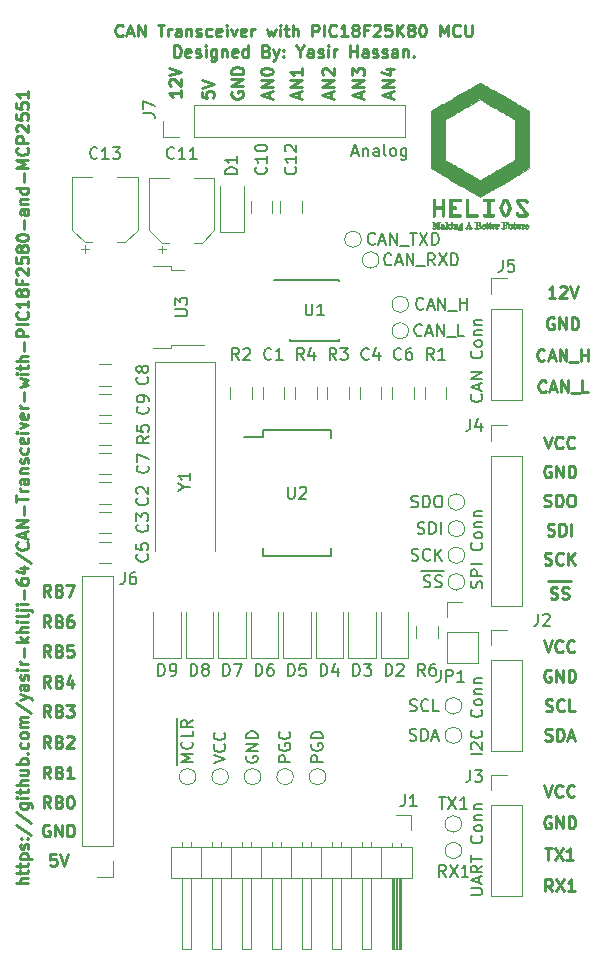
<source format=gbr>
%TF.GenerationSoftware,KiCad,Pcbnew,(5.0.0)*%
%TF.CreationDate,2018-11-06T01:25:48+05:00*%
%TF.ProjectId,Dev Board,44657620426F6172642E6B696361645F,rev?*%
%TF.SameCoordinates,Original*%
%TF.FileFunction,Legend,Top*%
%TF.FilePolarity,Positive*%
%FSLAX46Y46*%
G04 Gerber Fmt 4.6, Leading zero omitted, Abs format (unit mm)*
G04 Created by KiCad (PCBNEW (5.0.0)) date 11/06/18 01:25:48*
%MOMM*%
%LPD*%
G01*
G04 APERTURE LIST*
%ADD10C,0.250000*%
%ADD11C,0.120000*%
%ADD12C,0.150000*%
%ADD13C,0.010000*%
G04 APERTURE END LIST*
D10*
X136880952Y-83452380D02*
X136309523Y-83452380D01*
X136595238Y-83452380D02*
X136595238Y-82452380D01*
X136500000Y-82595238D01*
X136404761Y-82690476D01*
X136309523Y-82738095D01*
X137261904Y-82547619D02*
X137309523Y-82500000D01*
X137404761Y-82452380D01*
X137642857Y-82452380D01*
X137738095Y-82500000D01*
X137785714Y-82547619D01*
X137833333Y-82642857D01*
X137833333Y-82738095D01*
X137785714Y-82880952D01*
X137214285Y-83452380D01*
X137833333Y-83452380D01*
X138119047Y-82452380D02*
X138452380Y-83452380D01*
X138785714Y-82452380D01*
X136738095Y-85166666D02*
X136642857Y-85119046D01*
X136500000Y-85119046D01*
X136357142Y-85166666D01*
X136261904Y-85261904D01*
X136214285Y-85357142D01*
X136166666Y-85547618D01*
X136166666Y-85690475D01*
X136214285Y-85880951D01*
X136261904Y-85976189D01*
X136357142Y-86071427D01*
X136500000Y-86119046D01*
X136595238Y-86119046D01*
X136738095Y-86071427D01*
X136785714Y-86023808D01*
X136785714Y-85690475D01*
X136595238Y-85690475D01*
X137214285Y-86119046D02*
X137214285Y-85119046D01*
X137785714Y-86119046D01*
X137785714Y-85119046D01*
X138261904Y-86119046D02*
X138261904Y-85119046D01*
X138500000Y-85119046D01*
X138642857Y-85166666D01*
X138738095Y-85261904D01*
X138785714Y-85357142D01*
X138833333Y-85547618D01*
X138833333Y-85690475D01*
X138785714Y-85880951D01*
X138738095Y-85976189D01*
X138642857Y-86071427D01*
X138500000Y-86119046D01*
X138261904Y-86119046D01*
X135952380Y-88690474D02*
X135904761Y-88738093D01*
X135761904Y-88785712D01*
X135666666Y-88785712D01*
X135523809Y-88738093D01*
X135428571Y-88642855D01*
X135380952Y-88547617D01*
X135333333Y-88357141D01*
X135333333Y-88214284D01*
X135380952Y-88023808D01*
X135428571Y-87928570D01*
X135523809Y-87833332D01*
X135666666Y-87785712D01*
X135761904Y-87785712D01*
X135904761Y-87833332D01*
X135952380Y-87880951D01*
X136333333Y-88499998D02*
X136809523Y-88499998D01*
X136238095Y-88785712D02*
X136571428Y-87785712D01*
X136904761Y-88785712D01*
X137238095Y-88785712D02*
X137238095Y-87785712D01*
X137809523Y-88785712D01*
X137809523Y-87785712D01*
X138047619Y-88880951D02*
X138809523Y-88880951D01*
X139047619Y-88785712D02*
X139047619Y-87785712D01*
X139047619Y-88261903D02*
X139619047Y-88261903D01*
X139619047Y-88785712D02*
X139619047Y-87785712D01*
X136071428Y-91357142D02*
X136023809Y-91404761D01*
X135880952Y-91452380D01*
X135785714Y-91452380D01*
X135642857Y-91404761D01*
X135547619Y-91309523D01*
X135500000Y-91214285D01*
X135452380Y-91023809D01*
X135452380Y-90880952D01*
X135500000Y-90690476D01*
X135547619Y-90595238D01*
X135642857Y-90500000D01*
X135785714Y-90452380D01*
X135880952Y-90452380D01*
X136023809Y-90500000D01*
X136071428Y-90547619D01*
X136452380Y-91166666D02*
X136928571Y-91166666D01*
X136357142Y-91452380D02*
X136690476Y-90452380D01*
X137023809Y-91452380D01*
X137357142Y-91452380D02*
X137357142Y-90452380D01*
X137928571Y-91452380D01*
X137928571Y-90452380D01*
X138166666Y-91547619D02*
X138928571Y-91547619D01*
X139642857Y-91452380D02*
X139166666Y-91452380D01*
X139166666Y-90452380D01*
X135916666Y-95202380D02*
X136250000Y-96202380D01*
X136583333Y-95202380D01*
X137488095Y-96107142D02*
X137440476Y-96154761D01*
X137297619Y-96202380D01*
X137202380Y-96202380D01*
X137059523Y-96154761D01*
X136964285Y-96059523D01*
X136916666Y-95964285D01*
X136869047Y-95773809D01*
X136869047Y-95630952D01*
X136916666Y-95440476D01*
X136964285Y-95345238D01*
X137059523Y-95250000D01*
X137202380Y-95202380D01*
X137297619Y-95202380D01*
X137440476Y-95250000D01*
X137488095Y-95297619D01*
X138488095Y-96107142D02*
X138440476Y-96154761D01*
X138297619Y-96202380D01*
X138202380Y-96202380D01*
X138059523Y-96154761D01*
X137964285Y-96059523D01*
X137916666Y-95964285D01*
X137869047Y-95773809D01*
X137869047Y-95630952D01*
X137916666Y-95440476D01*
X137964285Y-95345238D01*
X138059523Y-95250000D01*
X138202380Y-95202380D01*
X138297619Y-95202380D01*
X138440476Y-95250000D01*
X138488095Y-95297619D01*
X136488095Y-97711000D02*
X136392857Y-97663380D01*
X136250000Y-97663380D01*
X136107142Y-97711000D01*
X136011904Y-97806238D01*
X135964285Y-97901476D01*
X135916666Y-98091952D01*
X135916666Y-98234809D01*
X135964285Y-98425285D01*
X136011904Y-98520523D01*
X136107142Y-98615761D01*
X136250000Y-98663380D01*
X136345238Y-98663380D01*
X136488095Y-98615761D01*
X136535714Y-98568142D01*
X136535714Y-98234809D01*
X136345238Y-98234809D01*
X136964285Y-98663380D02*
X136964285Y-97663380D01*
X137535714Y-98663380D01*
X137535714Y-97663380D01*
X138011904Y-98663380D02*
X138011904Y-97663380D01*
X138250000Y-97663380D01*
X138392857Y-97711000D01*
X138488095Y-97806238D01*
X138535714Y-97901476D01*
X138583333Y-98091952D01*
X138583333Y-98234809D01*
X138535714Y-98425285D01*
X138488095Y-98520523D01*
X138392857Y-98615761D01*
X138250000Y-98663380D01*
X138011904Y-98663380D01*
X135940476Y-101076761D02*
X136083333Y-101124380D01*
X136321428Y-101124380D01*
X136416666Y-101076761D01*
X136464285Y-101029142D01*
X136511904Y-100933904D01*
X136511904Y-100838666D01*
X136464285Y-100743428D01*
X136416666Y-100695809D01*
X136321428Y-100648190D01*
X136130952Y-100600571D01*
X136035714Y-100552952D01*
X135988095Y-100505333D01*
X135940476Y-100410095D01*
X135940476Y-100314857D01*
X135988095Y-100219619D01*
X136035714Y-100172000D01*
X136130952Y-100124380D01*
X136369047Y-100124380D01*
X136511904Y-100172000D01*
X136940476Y-101124380D02*
X136940476Y-100124380D01*
X137178571Y-100124380D01*
X137321428Y-100172000D01*
X137416666Y-100267238D01*
X137464285Y-100362476D01*
X137511904Y-100552952D01*
X137511904Y-100695809D01*
X137464285Y-100886285D01*
X137416666Y-100981523D01*
X137321428Y-101076761D01*
X137178571Y-101124380D01*
X136940476Y-101124380D01*
X138130952Y-100124380D02*
X138321428Y-100124380D01*
X138416666Y-100172000D01*
X138511904Y-100267238D01*
X138559523Y-100457714D01*
X138559523Y-100791047D01*
X138511904Y-100981523D01*
X138416666Y-101076761D01*
X138321428Y-101124380D01*
X138130952Y-101124380D01*
X138035714Y-101076761D01*
X137940476Y-100981523D01*
X137892857Y-100791047D01*
X137892857Y-100457714D01*
X137940476Y-100267238D01*
X138035714Y-100172000D01*
X138130952Y-100124380D01*
X136226190Y-103537761D02*
X136369047Y-103585380D01*
X136607142Y-103585380D01*
X136702380Y-103537761D01*
X136750000Y-103490142D01*
X136797619Y-103394904D01*
X136797619Y-103299666D01*
X136750000Y-103204428D01*
X136702380Y-103156809D01*
X136607142Y-103109190D01*
X136416666Y-103061571D01*
X136321428Y-103013952D01*
X136273809Y-102966333D01*
X136226190Y-102871095D01*
X136226190Y-102775857D01*
X136273809Y-102680619D01*
X136321428Y-102633000D01*
X136416666Y-102585380D01*
X136654761Y-102585380D01*
X136797619Y-102633000D01*
X137226190Y-103585380D02*
X137226190Y-102585380D01*
X137464285Y-102585380D01*
X137607142Y-102633000D01*
X137702380Y-102728238D01*
X137750000Y-102823476D01*
X137797619Y-103013952D01*
X137797619Y-103156809D01*
X137750000Y-103347285D01*
X137702380Y-103442523D01*
X137607142Y-103537761D01*
X137464285Y-103585380D01*
X137226190Y-103585380D01*
X138226190Y-103585380D02*
X138226190Y-102585380D01*
X135964285Y-105998761D02*
X136107142Y-106046380D01*
X136345238Y-106046380D01*
X136440476Y-105998761D01*
X136488095Y-105951142D01*
X136535714Y-105855904D01*
X136535714Y-105760666D01*
X136488095Y-105665428D01*
X136440476Y-105617809D01*
X136345238Y-105570190D01*
X136154761Y-105522571D01*
X136059523Y-105474952D01*
X136011904Y-105427333D01*
X135964285Y-105332095D01*
X135964285Y-105236857D01*
X136011904Y-105141619D01*
X136059523Y-105094000D01*
X136154761Y-105046380D01*
X136392857Y-105046380D01*
X136535714Y-105094000D01*
X137535714Y-105951142D02*
X137488095Y-105998761D01*
X137345238Y-106046380D01*
X137250000Y-106046380D01*
X137107142Y-105998761D01*
X137011904Y-105903523D01*
X136964285Y-105808285D01*
X136916666Y-105617809D01*
X136916666Y-105474952D01*
X136964285Y-105284476D01*
X137011904Y-105189238D01*
X137107142Y-105094000D01*
X137250000Y-105046380D01*
X137345238Y-105046380D01*
X137488095Y-105094000D01*
X137535714Y-105141619D01*
X137964285Y-106046380D02*
X137964285Y-105046380D01*
X138535714Y-106046380D02*
X138107142Y-105474952D01*
X138535714Y-105046380D02*
X137964285Y-105617809D01*
X136297619Y-107455000D02*
X137250000Y-107455000D01*
X136488095Y-108904761D02*
X136630952Y-108952380D01*
X136869047Y-108952380D01*
X136964285Y-108904761D01*
X137011904Y-108857142D01*
X137059523Y-108761904D01*
X137059523Y-108666666D01*
X137011904Y-108571428D01*
X136964285Y-108523809D01*
X136869047Y-108476190D01*
X136678571Y-108428571D01*
X136583333Y-108380952D01*
X136535714Y-108333333D01*
X136488095Y-108238095D01*
X136488095Y-108142857D01*
X136535714Y-108047619D01*
X136583333Y-108000000D01*
X136678571Y-107952380D01*
X136916666Y-107952380D01*
X137059523Y-108000000D01*
X137250000Y-107455000D02*
X138202380Y-107455000D01*
X137440476Y-108904761D02*
X137583333Y-108952380D01*
X137821428Y-108952380D01*
X137916666Y-108904761D01*
X137964285Y-108857142D01*
X138011904Y-108761904D01*
X138011904Y-108666666D01*
X137964285Y-108571428D01*
X137916666Y-108523809D01*
X137821428Y-108476190D01*
X137630952Y-108428571D01*
X137535714Y-108380952D01*
X137488095Y-108333333D01*
X137440476Y-108238095D01*
X137440476Y-108142857D01*
X137488095Y-108047619D01*
X137535714Y-108000000D01*
X137630952Y-107952380D01*
X137869047Y-107952380D01*
X138011904Y-108000000D01*
X135916666Y-112452380D02*
X136250000Y-113452380D01*
X136583333Y-112452380D01*
X137488095Y-113357142D02*
X137440476Y-113404761D01*
X137297619Y-113452380D01*
X137202380Y-113452380D01*
X137059523Y-113404761D01*
X136964285Y-113309523D01*
X136916666Y-113214285D01*
X136869047Y-113023809D01*
X136869047Y-112880952D01*
X136916666Y-112690476D01*
X136964285Y-112595238D01*
X137059523Y-112500000D01*
X137202380Y-112452380D01*
X137297619Y-112452380D01*
X137440476Y-112500000D01*
X137488095Y-112547619D01*
X138488095Y-113357142D02*
X138440476Y-113404761D01*
X138297619Y-113452380D01*
X138202380Y-113452380D01*
X138059523Y-113404761D01*
X137964285Y-113309523D01*
X137916666Y-113214285D01*
X137869047Y-113023809D01*
X137869047Y-112880952D01*
X137916666Y-112690476D01*
X137964285Y-112595238D01*
X138059523Y-112500000D01*
X138202380Y-112452380D01*
X138297619Y-112452380D01*
X138440476Y-112500000D01*
X138488095Y-112547619D01*
X136488095Y-115000000D02*
X136392857Y-114952380D01*
X136250000Y-114952380D01*
X136107142Y-115000000D01*
X136011904Y-115095238D01*
X135964285Y-115190476D01*
X135916666Y-115380952D01*
X135916666Y-115523809D01*
X135964285Y-115714285D01*
X136011904Y-115809523D01*
X136107142Y-115904761D01*
X136250000Y-115952380D01*
X136345238Y-115952380D01*
X136488095Y-115904761D01*
X136535714Y-115857142D01*
X136535714Y-115523809D01*
X136345238Y-115523809D01*
X136964285Y-115952380D02*
X136964285Y-114952380D01*
X137535714Y-115952380D01*
X137535714Y-114952380D01*
X138011904Y-115952380D02*
X138011904Y-114952380D01*
X138250000Y-114952380D01*
X138392857Y-115000000D01*
X138488095Y-115095238D01*
X138535714Y-115190476D01*
X138583333Y-115380952D01*
X138583333Y-115523809D01*
X138535714Y-115714285D01*
X138488095Y-115809523D01*
X138392857Y-115904761D01*
X138250000Y-115952380D01*
X138011904Y-115952380D01*
X136059523Y-118404761D02*
X136202380Y-118452380D01*
X136440476Y-118452380D01*
X136535714Y-118404761D01*
X136583333Y-118357142D01*
X136630952Y-118261904D01*
X136630952Y-118166666D01*
X136583333Y-118071428D01*
X136535714Y-118023809D01*
X136440476Y-117976190D01*
X136250000Y-117928571D01*
X136154761Y-117880952D01*
X136107142Y-117833333D01*
X136059523Y-117738095D01*
X136059523Y-117642857D01*
X136107142Y-117547619D01*
X136154761Y-117500000D01*
X136250000Y-117452380D01*
X136488095Y-117452380D01*
X136630952Y-117500000D01*
X137630952Y-118357142D02*
X137583333Y-118404761D01*
X137440476Y-118452380D01*
X137345238Y-118452380D01*
X137202380Y-118404761D01*
X137107142Y-118309523D01*
X137059523Y-118214285D01*
X137011904Y-118023809D01*
X137011904Y-117880952D01*
X137059523Y-117690476D01*
X137107142Y-117595238D01*
X137202380Y-117500000D01*
X137345238Y-117452380D01*
X137440476Y-117452380D01*
X137583333Y-117500000D01*
X137630952Y-117547619D01*
X138535714Y-118452380D02*
X138059523Y-118452380D01*
X138059523Y-117452380D01*
X136035714Y-120904761D02*
X136178571Y-120952380D01*
X136416666Y-120952380D01*
X136511904Y-120904761D01*
X136559523Y-120857142D01*
X136607142Y-120761904D01*
X136607142Y-120666666D01*
X136559523Y-120571428D01*
X136511904Y-120523809D01*
X136416666Y-120476190D01*
X136226190Y-120428571D01*
X136130952Y-120380952D01*
X136083333Y-120333333D01*
X136035714Y-120238095D01*
X136035714Y-120142857D01*
X136083333Y-120047619D01*
X136130952Y-120000000D01*
X136226190Y-119952380D01*
X136464285Y-119952380D01*
X136607142Y-120000000D01*
X137035714Y-120952380D02*
X137035714Y-119952380D01*
X137273809Y-119952380D01*
X137416666Y-120000000D01*
X137511904Y-120095238D01*
X137559523Y-120190476D01*
X137607142Y-120380952D01*
X137607142Y-120523809D01*
X137559523Y-120714285D01*
X137511904Y-120809523D01*
X137416666Y-120904761D01*
X137273809Y-120952380D01*
X137035714Y-120952380D01*
X137988095Y-120666666D02*
X138464285Y-120666666D01*
X137892857Y-120952380D02*
X138226190Y-119952380D01*
X138559523Y-120952380D01*
X135916666Y-124702380D02*
X136250000Y-125702380D01*
X136583333Y-124702380D01*
X137488095Y-125607142D02*
X137440476Y-125654761D01*
X137297619Y-125702380D01*
X137202380Y-125702380D01*
X137059523Y-125654761D01*
X136964285Y-125559523D01*
X136916666Y-125464285D01*
X136869047Y-125273809D01*
X136869047Y-125130952D01*
X136916666Y-124940476D01*
X136964285Y-124845238D01*
X137059523Y-124750000D01*
X137202380Y-124702380D01*
X137297619Y-124702380D01*
X137440476Y-124750000D01*
X137488095Y-124797619D01*
X138488095Y-125607142D02*
X138440476Y-125654761D01*
X138297619Y-125702380D01*
X138202380Y-125702380D01*
X138059523Y-125654761D01*
X137964285Y-125559523D01*
X137916666Y-125464285D01*
X137869047Y-125273809D01*
X137869047Y-125130952D01*
X137916666Y-124940476D01*
X137964285Y-124845238D01*
X138059523Y-124750000D01*
X138202380Y-124702380D01*
X138297619Y-124702380D01*
X138440476Y-124750000D01*
X138488095Y-124797619D01*
X136488095Y-127416666D02*
X136392857Y-127369046D01*
X136250000Y-127369046D01*
X136107142Y-127416666D01*
X136011904Y-127511904D01*
X135964285Y-127607142D01*
X135916666Y-127797618D01*
X135916666Y-127940475D01*
X135964285Y-128130951D01*
X136011904Y-128226189D01*
X136107142Y-128321427D01*
X136250000Y-128369046D01*
X136345238Y-128369046D01*
X136488095Y-128321427D01*
X136535714Y-128273808D01*
X136535714Y-127940475D01*
X136345238Y-127940475D01*
X136964285Y-128369046D02*
X136964285Y-127369046D01*
X137535714Y-128369046D01*
X137535714Y-127369046D01*
X138011904Y-128369046D02*
X138011904Y-127369046D01*
X138250000Y-127369046D01*
X138392857Y-127416666D01*
X138488095Y-127511904D01*
X138535714Y-127607142D01*
X138583333Y-127797618D01*
X138583333Y-127940475D01*
X138535714Y-128130951D01*
X138488095Y-128226189D01*
X138392857Y-128321427D01*
X138250000Y-128369046D01*
X138011904Y-128369046D01*
X136011904Y-130035712D02*
X136583333Y-130035712D01*
X136297619Y-131035712D02*
X136297619Y-130035712D01*
X136821428Y-130035712D02*
X137488095Y-131035712D01*
X137488095Y-130035712D02*
X136821428Y-131035712D01*
X138392857Y-131035712D02*
X137821428Y-131035712D01*
X138107142Y-131035712D02*
X138107142Y-130035712D01*
X138011904Y-130178570D01*
X137916666Y-130273808D01*
X137821428Y-130321427D01*
X136607142Y-133702380D02*
X136273809Y-133226190D01*
X136035714Y-133702380D02*
X136035714Y-132702380D01*
X136416666Y-132702380D01*
X136511904Y-132750000D01*
X136559523Y-132797619D01*
X136607142Y-132892857D01*
X136607142Y-133035714D01*
X136559523Y-133130952D01*
X136511904Y-133178571D01*
X136416666Y-133226190D01*
X136035714Y-133226190D01*
X136940476Y-132702380D02*
X137607142Y-133702380D01*
X137607142Y-132702380D02*
X136940476Y-133702380D01*
X138511904Y-133702380D02*
X137940476Y-133702380D01*
X138226190Y-133702380D02*
X138226190Y-132702380D01*
X138130952Y-132845238D01*
X138035714Y-132940476D01*
X137940476Y-132988095D01*
X94609523Y-130552380D02*
X94133333Y-130552380D01*
X94085714Y-131028571D01*
X94133333Y-130980952D01*
X94228571Y-130933333D01*
X94466666Y-130933333D01*
X94561904Y-130980952D01*
X94609523Y-131028571D01*
X94657142Y-131123809D01*
X94657142Y-131361904D01*
X94609523Y-131457142D01*
X94561904Y-131504761D01*
X94466666Y-131552380D01*
X94228571Y-131552380D01*
X94133333Y-131504761D01*
X94085714Y-131457142D01*
X94942857Y-130552380D02*
X95276190Y-131552380D01*
X95609523Y-130552380D01*
X94038095Y-128100000D02*
X93942857Y-128052380D01*
X93800000Y-128052380D01*
X93657142Y-128100000D01*
X93561904Y-128195238D01*
X93514285Y-128290476D01*
X93466666Y-128480952D01*
X93466666Y-128623809D01*
X93514285Y-128814285D01*
X93561904Y-128909523D01*
X93657142Y-129004761D01*
X93800000Y-129052380D01*
X93895238Y-129052380D01*
X94038095Y-129004761D01*
X94085714Y-128957142D01*
X94085714Y-128623809D01*
X93895238Y-128623809D01*
X94514285Y-129052380D02*
X94514285Y-128052380D01*
X95085714Y-129052380D01*
X95085714Y-128052380D01*
X95561904Y-129052380D02*
X95561904Y-128052380D01*
X95800000Y-128052380D01*
X95942857Y-128100000D01*
X96038095Y-128195238D01*
X96085714Y-128290476D01*
X96133333Y-128480952D01*
X96133333Y-128623809D01*
X96085714Y-128814285D01*
X96038095Y-128909523D01*
X95942857Y-129004761D01*
X95800000Y-129052380D01*
X95561904Y-129052380D01*
X94133333Y-126652380D02*
X93800000Y-126176190D01*
X93561904Y-126652380D02*
X93561904Y-125652380D01*
X93942857Y-125652380D01*
X94038095Y-125700000D01*
X94085714Y-125747619D01*
X94133333Y-125842857D01*
X94133333Y-125985714D01*
X94085714Y-126080952D01*
X94038095Y-126128571D01*
X93942857Y-126176190D01*
X93561904Y-126176190D01*
X94895238Y-126128571D02*
X95038095Y-126176190D01*
X95085714Y-126223809D01*
X95133333Y-126319047D01*
X95133333Y-126461904D01*
X95085714Y-126557142D01*
X95038095Y-126604761D01*
X94942857Y-126652380D01*
X94561904Y-126652380D01*
X94561904Y-125652380D01*
X94895238Y-125652380D01*
X94990476Y-125700000D01*
X95038095Y-125747619D01*
X95085714Y-125842857D01*
X95085714Y-125938095D01*
X95038095Y-126033333D01*
X94990476Y-126080952D01*
X94895238Y-126128571D01*
X94561904Y-126128571D01*
X95752380Y-125652380D02*
X95847619Y-125652380D01*
X95942857Y-125700000D01*
X95990476Y-125747619D01*
X96038095Y-125842857D01*
X96085714Y-126033333D01*
X96085714Y-126271428D01*
X96038095Y-126461904D01*
X95990476Y-126557142D01*
X95942857Y-126604761D01*
X95847619Y-126652380D01*
X95752380Y-126652380D01*
X95657142Y-126604761D01*
X95609523Y-126557142D01*
X95561904Y-126461904D01*
X95514285Y-126271428D01*
X95514285Y-126033333D01*
X95561904Y-125842857D01*
X95609523Y-125747619D01*
X95657142Y-125700000D01*
X95752380Y-125652380D01*
X94133333Y-124152380D02*
X93800000Y-123676190D01*
X93561904Y-124152380D02*
X93561904Y-123152380D01*
X93942857Y-123152380D01*
X94038095Y-123200000D01*
X94085714Y-123247619D01*
X94133333Y-123342857D01*
X94133333Y-123485714D01*
X94085714Y-123580952D01*
X94038095Y-123628571D01*
X93942857Y-123676190D01*
X93561904Y-123676190D01*
X94895238Y-123628571D02*
X95038095Y-123676190D01*
X95085714Y-123723809D01*
X95133333Y-123819047D01*
X95133333Y-123961904D01*
X95085714Y-124057142D01*
X95038095Y-124104761D01*
X94942857Y-124152380D01*
X94561904Y-124152380D01*
X94561904Y-123152380D01*
X94895238Y-123152380D01*
X94990476Y-123200000D01*
X95038095Y-123247619D01*
X95085714Y-123342857D01*
X95085714Y-123438095D01*
X95038095Y-123533333D01*
X94990476Y-123580952D01*
X94895238Y-123628571D01*
X94561904Y-123628571D01*
X96085714Y-124152380D02*
X95514285Y-124152380D01*
X95800000Y-124152380D02*
X95800000Y-123152380D01*
X95704761Y-123295238D01*
X95609523Y-123390476D01*
X95514285Y-123438095D01*
X94133333Y-121552380D02*
X93800000Y-121076190D01*
X93561904Y-121552380D02*
X93561904Y-120552380D01*
X93942857Y-120552380D01*
X94038095Y-120600000D01*
X94085714Y-120647619D01*
X94133333Y-120742857D01*
X94133333Y-120885714D01*
X94085714Y-120980952D01*
X94038095Y-121028571D01*
X93942857Y-121076190D01*
X93561904Y-121076190D01*
X94895238Y-121028571D02*
X95038095Y-121076190D01*
X95085714Y-121123809D01*
X95133333Y-121219047D01*
X95133333Y-121361904D01*
X95085714Y-121457142D01*
X95038095Y-121504761D01*
X94942857Y-121552380D01*
X94561904Y-121552380D01*
X94561904Y-120552380D01*
X94895238Y-120552380D01*
X94990476Y-120600000D01*
X95038095Y-120647619D01*
X95085714Y-120742857D01*
X95085714Y-120838095D01*
X95038095Y-120933333D01*
X94990476Y-120980952D01*
X94895238Y-121028571D01*
X94561904Y-121028571D01*
X95514285Y-120647619D02*
X95561904Y-120600000D01*
X95657142Y-120552380D01*
X95895238Y-120552380D01*
X95990476Y-120600000D01*
X96038095Y-120647619D01*
X96085714Y-120742857D01*
X96085714Y-120838095D01*
X96038095Y-120980952D01*
X95466666Y-121552380D01*
X96085714Y-121552380D01*
X94133333Y-118952380D02*
X93800000Y-118476190D01*
X93561904Y-118952380D02*
X93561904Y-117952380D01*
X93942857Y-117952380D01*
X94038095Y-118000000D01*
X94085714Y-118047619D01*
X94133333Y-118142857D01*
X94133333Y-118285714D01*
X94085714Y-118380952D01*
X94038095Y-118428571D01*
X93942857Y-118476190D01*
X93561904Y-118476190D01*
X94895238Y-118428571D02*
X95038095Y-118476190D01*
X95085714Y-118523809D01*
X95133333Y-118619047D01*
X95133333Y-118761904D01*
X95085714Y-118857142D01*
X95038095Y-118904761D01*
X94942857Y-118952380D01*
X94561904Y-118952380D01*
X94561904Y-117952380D01*
X94895238Y-117952380D01*
X94990476Y-118000000D01*
X95038095Y-118047619D01*
X95085714Y-118142857D01*
X95085714Y-118238095D01*
X95038095Y-118333333D01*
X94990476Y-118380952D01*
X94895238Y-118428571D01*
X94561904Y-118428571D01*
X95466666Y-117952380D02*
X96085714Y-117952380D01*
X95752380Y-118333333D01*
X95895238Y-118333333D01*
X95990476Y-118380952D01*
X96038095Y-118428571D01*
X96085714Y-118523809D01*
X96085714Y-118761904D01*
X96038095Y-118857142D01*
X95990476Y-118904761D01*
X95895238Y-118952380D01*
X95609523Y-118952380D01*
X95514285Y-118904761D01*
X95466666Y-118857142D01*
X94133333Y-116452380D02*
X93800000Y-115976190D01*
X93561904Y-116452380D02*
X93561904Y-115452380D01*
X93942857Y-115452380D01*
X94038095Y-115500000D01*
X94085714Y-115547619D01*
X94133333Y-115642857D01*
X94133333Y-115785714D01*
X94085714Y-115880952D01*
X94038095Y-115928571D01*
X93942857Y-115976190D01*
X93561904Y-115976190D01*
X94895238Y-115928571D02*
X95038095Y-115976190D01*
X95085714Y-116023809D01*
X95133333Y-116119047D01*
X95133333Y-116261904D01*
X95085714Y-116357142D01*
X95038095Y-116404761D01*
X94942857Y-116452380D01*
X94561904Y-116452380D01*
X94561904Y-115452380D01*
X94895238Y-115452380D01*
X94990476Y-115500000D01*
X95038095Y-115547619D01*
X95085714Y-115642857D01*
X95085714Y-115738095D01*
X95038095Y-115833333D01*
X94990476Y-115880952D01*
X94895238Y-115928571D01*
X94561904Y-115928571D01*
X95990476Y-115785714D02*
X95990476Y-116452380D01*
X95752380Y-115404761D02*
X95514285Y-116119047D01*
X96133333Y-116119047D01*
X94133333Y-113852380D02*
X93800000Y-113376190D01*
X93561904Y-113852380D02*
X93561904Y-112852380D01*
X93942857Y-112852380D01*
X94038095Y-112900000D01*
X94085714Y-112947619D01*
X94133333Y-113042857D01*
X94133333Y-113185714D01*
X94085714Y-113280952D01*
X94038095Y-113328571D01*
X93942857Y-113376190D01*
X93561904Y-113376190D01*
X94895238Y-113328571D02*
X95038095Y-113376190D01*
X95085714Y-113423809D01*
X95133333Y-113519047D01*
X95133333Y-113661904D01*
X95085714Y-113757142D01*
X95038095Y-113804761D01*
X94942857Y-113852380D01*
X94561904Y-113852380D01*
X94561904Y-112852380D01*
X94895238Y-112852380D01*
X94990476Y-112900000D01*
X95038095Y-112947619D01*
X95085714Y-113042857D01*
X95085714Y-113138095D01*
X95038095Y-113233333D01*
X94990476Y-113280952D01*
X94895238Y-113328571D01*
X94561904Y-113328571D01*
X96038095Y-112852380D02*
X95561904Y-112852380D01*
X95514285Y-113328571D01*
X95561904Y-113280952D01*
X95657142Y-113233333D01*
X95895238Y-113233333D01*
X95990476Y-113280952D01*
X96038095Y-113328571D01*
X96085714Y-113423809D01*
X96085714Y-113661904D01*
X96038095Y-113757142D01*
X95990476Y-113804761D01*
X95895238Y-113852380D01*
X95657142Y-113852380D01*
X95561904Y-113804761D01*
X95514285Y-113757142D01*
X94133333Y-111352380D02*
X93800000Y-110876190D01*
X93561904Y-111352380D02*
X93561904Y-110352380D01*
X93942857Y-110352380D01*
X94038095Y-110400000D01*
X94085714Y-110447619D01*
X94133333Y-110542857D01*
X94133333Y-110685714D01*
X94085714Y-110780952D01*
X94038095Y-110828571D01*
X93942857Y-110876190D01*
X93561904Y-110876190D01*
X94895238Y-110828571D02*
X95038095Y-110876190D01*
X95085714Y-110923809D01*
X95133333Y-111019047D01*
X95133333Y-111161904D01*
X95085714Y-111257142D01*
X95038095Y-111304761D01*
X94942857Y-111352380D01*
X94561904Y-111352380D01*
X94561904Y-110352380D01*
X94895238Y-110352380D01*
X94990476Y-110400000D01*
X95038095Y-110447619D01*
X95085714Y-110542857D01*
X95085714Y-110638095D01*
X95038095Y-110733333D01*
X94990476Y-110780952D01*
X94895238Y-110828571D01*
X94561904Y-110828571D01*
X95990476Y-110352380D02*
X95800000Y-110352380D01*
X95704761Y-110400000D01*
X95657142Y-110447619D01*
X95561904Y-110590476D01*
X95514285Y-110780952D01*
X95514285Y-111161904D01*
X95561904Y-111257142D01*
X95609523Y-111304761D01*
X95704761Y-111352380D01*
X95895238Y-111352380D01*
X95990476Y-111304761D01*
X96038095Y-111257142D01*
X96085714Y-111161904D01*
X96085714Y-110923809D01*
X96038095Y-110828571D01*
X95990476Y-110780952D01*
X95895238Y-110733333D01*
X95704761Y-110733333D01*
X95609523Y-110780952D01*
X95561904Y-110828571D01*
X95514285Y-110923809D01*
X92252380Y-133023809D02*
X91252380Y-133023809D01*
X92252380Y-132595238D02*
X91728571Y-132595238D01*
X91633333Y-132642857D01*
X91585714Y-132738095D01*
X91585714Y-132880952D01*
X91633333Y-132976190D01*
X91680952Y-133023809D01*
X91585714Y-132261904D02*
X91585714Y-131880952D01*
X91252380Y-132119047D02*
X92109523Y-132119047D01*
X92204761Y-132071428D01*
X92252380Y-131976190D01*
X92252380Y-131880952D01*
X91585714Y-131690476D02*
X91585714Y-131309523D01*
X91252380Y-131547619D02*
X92109523Y-131547619D01*
X92204761Y-131499999D01*
X92252380Y-131404761D01*
X92252380Y-131309523D01*
X91585714Y-130976190D02*
X92585714Y-130976190D01*
X91633333Y-130976190D02*
X91585714Y-130880952D01*
X91585714Y-130690476D01*
X91633333Y-130595238D01*
X91680952Y-130547619D01*
X91776190Y-130499999D01*
X92061904Y-130499999D01*
X92157142Y-130547619D01*
X92204761Y-130595238D01*
X92252380Y-130690476D01*
X92252380Y-130880952D01*
X92204761Y-130976190D01*
X92204761Y-130119047D02*
X92252380Y-130023809D01*
X92252380Y-129833333D01*
X92204761Y-129738095D01*
X92109523Y-129690476D01*
X92061904Y-129690476D01*
X91966666Y-129738095D01*
X91919047Y-129833333D01*
X91919047Y-129976190D01*
X91871428Y-130071428D01*
X91776190Y-130119047D01*
X91728571Y-130119047D01*
X91633333Y-130071428D01*
X91585714Y-129976190D01*
X91585714Y-129833333D01*
X91633333Y-129738095D01*
X92157142Y-129261904D02*
X92204761Y-129214285D01*
X92252380Y-129261904D01*
X92204761Y-129309523D01*
X92157142Y-129261904D01*
X92252380Y-129261904D01*
X91633333Y-129261904D02*
X91680952Y-129214285D01*
X91728571Y-129261904D01*
X91680952Y-129309523D01*
X91633333Y-129261904D01*
X91728571Y-129261904D01*
X91204761Y-128071428D02*
X92490476Y-128928571D01*
X91204761Y-127023809D02*
X92490476Y-127880952D01*
X91585714Y-126261904D02*
X92395238Y-126261904D01*
X92490476Y-126309523D01*
X92538095Y-126357142D01*
X92585714Y-126452380D01*
X92585714Y-126595238D01*
X92538095Y-126690476D01*
X92204761Y-126261904D02*
X92252380Y-126357142D01*
X92252380Y-126547619D01*
X92204761Y-126642857D01*
X92157142Y-126690476D01*
X92061904Y-126738095D01*
X91776190Y-126738095D01*
X91680952Y-126690476D01*
X91633333Y-126642857D01*
X91585714Y-126547619D01*
X91585714Y-126357142D01*
X91633333Y-126261904D01*
X92252380Y-125785714D02*
X91585714Y-125785714D01*
X91252380Y-125785714D02*
X91300000Y-125833333D01*
X91347619Y-125785714D01*
X91300000Y-125738095D01*
X91252380Y-125785714D01*
X91347619Y-125785714D01*
X91585714Y-125452380D02*
X91585714Y-125071428D01*
X91252380Y-125309523D02*
X92109523Y-125309523D01*
X92204761Y-125261904D01*
X92252380Y-125166666D01*
X92252380Y-125071428D01*
X92252380Y-124738095D02*
X91252380Y-124738095D01*
X92252380Y-124309523D02*
X91728571Y-124309523D01*
X91633333Y-124357142D01*
X91585714Y-124452380D01*
X91585714Y-124595238D01*
X91633333Y-124690476D01*
X91680952Y-124738095D01*
X91585714Y-123404761D02*
X92252380Y-123404761D01*
X91585714Y-123833333D02*
X92109523Y-123833333D01*
X92204761Y-123785714D01*
X92252380Y-123690476D01*
X92252380Y-123547619D01*
X92204761Y-123452380D01*
X92157142Y-123404761D01*
X92252380Y-122928571D02*
X91252380Y-122928571D01*
X91633333Y-122928571D02*
X91585714Y-122833333D01*
X91585714Y-122642857D01*
X91633333Y-122547619D01*
X91680952Y-122499999D01*
X91776190Y-122452380D01*
X92061904Y-122452380D01*
X92157142Y-122499999D01*
X92204761Y-122547619D01*
X92252380Y-122642857D01*
X92252380Y-122833333D01*
X92204761Y-122928571D01*
X92157142Y-122023809D02*
X92204761Y-121976190D01*
X92252380Y-122023809D01*
X92204761Y-122071428D01*
X92157142Y-122023809D01*
X92252380Y-122023809D01*
X92204761Y-121119047D02*
X92252380Y-121214285D01*
X92252380Y-121404761D01*
X92204761Y-121499999D01*
X92157142Y-121547619D01*
X92061904Y-121595238D01*
X91776190Y-121595238D01*
X91680952Y-121547619D01*
X91633333Y-121499999D01*
X91585714Y-121404761D01*
X91585714Y-121214285D01*
X91633333Y-121119047D01*
X92252380Y-120547619D02*
X92204761Y-120642857D01*
X92157142Y-120690476D01*
X92061904Y-120738095D01*
X91776190Y-120738095D01*
X91680952Y-120690476D01*
X91633333Y-120642857D01*
X91585714Y-120547619D01*
X91585714Y-120404761D01*
X91633333Y-120309523D01*
X91680952Y-120261904D01*
X91776190Y-120214285D01*
X92061904Y-120214285D01*
X92157142Y-120261904D01*
X92204761Y-120309523D01*
X92252380Y-120404761D01*
X92252380Y-120547619D01*
X92252380Y-119785714D02*
X91585714Y-119785714D01*
X91680952Y-119785714D02*
X91633333Y-119738095D01*
X91585714Y-119642857D01*
X91585714Y-119499999D01*
X91633333Y-119404761D01*
X91728571Y-119357142D01*
X92252380Y-119357142D01*
X91728571Y-119357142D02*
X91633333Y-119309523D01*
X91585714Y-119214285D01*
X91585714Y-119071428D01*
X91633333Y-118976190D01*
X91728571Y-118928571D01*
X92252380Y-118928571D01*
X91204761Y-117738095D02*
X92490476Y-118595238D01*
X91585714Y-117499999D02*
X92252380Y-117261904D01*
X91585714Y-117023809D02*
X92252380Y-117261904D01*
X92490476Y-117357142D01*
X92538095Y-117404761D01*
X92585714Y-117499999D01*
X92252380Y-116214285D02*
X91728571Y-116214285D01*
X91633333Y-116261904D01*
X91585714Y-116357142D01*
X91585714Y-116547619D01*
X91633333Y-116642857D01*
X92204761Y-116214285D02*
X92252380Y-116309523D01*
X92252380Y-116547619D01*
X92204761Y-116642857D01*
X92109523Y-116690476D01*
X92014285Y-116690476D01*
X91919047Y-116642857D01*
X91871428Y-116547619D01*
X91871428Y-116309523D01*
X91823809Y-116214285D01*
X92204761Y-115785714D02*
X92252380Y-115690476D01*
X92252380Y-115499999D01*
X92204761Y-115404761D01*
X92109523Y-115357142D01*
X92061904Y-115357142D01*
X91966666Y-115404761D01*
X91919047Y-115499999D01*
X91919047Y-115642857D01*
X91871428Y-115738095D01*
X91776190Y-115785714D01*
X91728571Y-115785714D01*
X91633333Y-115738095D01*
X91585714Y-115642857D01*
X91585714Y-115499999D01*
X91633333Y-115404761D01*
X92252380Y-114928571D02*
X91585714Y-114928571D01*
X91252380Y-114928571D02*
X91300000Y-114976190D01*
X91347619Y-114928571D01*
X91300000Y-114880952D01*
X91252380Y-114928571D01*
X91347619Y-114928571D01*
X92252380Y-114452380D02*
X91585714Y-114452380D01*
X91776190Y-114452380D02*
X91680952Y-114404761D01*
X91633333Y-114357142D01*
X91585714Y-114261904D01*
X91585714Y-114166666D01*
X91871428Y-113833333D02*
X91871428Y-113071428D01*
X92252380Y-112595238D02*
X91252380Y-112595238D01*
X91871428Y-112499999D02*
X92252380Y-112214285D01*
X91585714Y-112214285D02*
X91966666Y-112595238D01*
X92252380Y-111785714D02*
X91252380Y-111785714D01*
X92252380Y-111357142D02*
X91728571Y-111357142D01*
X91633333Y-111404761D01*
X91585714Y-111499999D01*
X91585714Y-111642857D01*
X91633333Y-111738095D01*
X91680952Y-111785714D01*
X92252380Y-110880952D02*
X91585714Y-110880952D01*
X91252380Y-110880952D02*
X91300000Y-110928571D01*
X91347619Y-110880952D01*
X91300000Y-110833333D01*
X91252380Y-110880952D01*
X91347619Y-110880952D01*
X92252380Y-110261904D02*
X92204761Y-110357142D01*
X92109523Y-110404761D01*
X91252380Y-110404761D01*
X91585714Y-109880952D02*
X92442857Y-109880952D01*
X92538095Y-109928571D01*
X92585714Y-110023809D01*
X92585714Y-110071428D01*
X91252380Y-109880952D02*
X91300000Y-109928571D01*
X91347619Y-109880952D01*
X91300000Y-109833333D01*
X91252380Y-109880952D01*
X91347619Y-109880952D01*
X92252380Y-109404761D02*
X91585714Y-109404761D01*
X91252380Y-109404761D02*
X91300000Y-109452380D01*
X91347619Y-109404761D01*
X91300000Y-109357142D01*
X91252380Y-109404761D01*
X91347619Y-109404761D01*
X91871428Y-108928571D02*
X91871428Y-108166666D01*
X91252380Y-107261904D02*
X91252380Y-107452380D01*
X91300000Y-107547619D01*
X91347619Y-107595238D01*
X91490476Y-107690476D01*
X91680952Y-107738095D01*
X92061904Y-107738095D01*
X92157142Y-107690476D01*
X92204761Y-107642857D01*
X92252380Y-107547619D01*
X92252380Y-107357142D01*
X92204761Y-107261904D01*
X92157142Y-107214285D01*
X92061904Y-107166666D01*
X91823809Y-107166666D01*
X91728571Y-107214285D01*
X91680952Y-107261904D01*
X91633333Y-107357142D01*
X91633333Y-107547619D01*
X91680952Y-107642857D01*
X91728571Y-107690476D01*
X91823809Y-107738095D01*
X91585714Y-106309523D02*
X92252380Y-106309523D01*
X91204761Y-106547619D02*
X91919047Y-106785714D01*
X91919047Y-106166666D01*
X91204761Y-105071428D02*
X92490476Y-105928571D01*
X92157142Y-104166666D02*
X92204761Y-104214285D01*
X92252380Y-104357142D01*
X92252380Y-104452380D01*
X92204761Y-104595238D01*
X92109523Y-104690476D01*
X92014285Y-104738095D01*
X91823809Y-104785714D01*
X91680952Y-104785714D01*
X91490476Y-104738095D01*
X91395238Y-104690476D01*
X91300000Y-104595238D01*
X91252380Y-104452380D01*
X91252380Y-104357142D01*
X91300000Y-104214285D01*
X91347619Y-104166666D01*
X91966666Y-103785714D02*
X91966666Y-103309523D01*
X92252380Y-103880952D02*
X91252380Y-103547619D01*
X92252380Y-103214285D01*
X92252380Y-102880952D02*
X91252380Y-102880952D01*
X92252380Y-102309523D01*
X91252380Y-102309523D01*
X91871428Y-101833333D02*
X91871428Y-101071428D01*
X91252380Y-100738095D02*
X91252380Y-100166666D01*
X92252380Y-100452380D02*
X91252380Y-100452380D01*
X92252380Y-99833333D02*
X91585714Y-99833333D01*
X91776190Y-99833333D02*
X91680952Y-99785714D01*
X91633333Y-99738095D01*
X91585714Y-99642857D01*
X91585714Y-99547619D01*
X92252380Y-98785714D02*
X91728571Y-98785714D01*
X91633333Y-98833333D01*
X91585714Y-98928571D01*
X91585714Y-99119047D01*
X91633333Y-99214285D01*
X92204761Y-98785714D02*
X92252380Y-98880952D01*
X92252380Y-99119047D01*
X92204761Y-99214285D01*
X92109523Y-99261904D01*
X92014285Y-99261904D01*
X91919047Y-99214285D01*
X91871428Y-99119047D01*
X91871428Y-98880952D01*
X91823809Y-98785714D01*
X91585714Y-98309523D02*
X92252380Y-98309523D01*
X91680952Y-98309523D02*
X91633333Y-98261904D01*
X91585714Y-98166666D01*
X91585714Y-98023809D01*
X91633333Y-97928571D01*
X91728571Y-97880952D01*
X92252380Y-97880952D01*
X92204761Y-97452380D02*
X92252380Y-97357142D01*
X92252380Y-97166666D01*
X92204761Y-97071428D01*
X92109523Y-97023809D01*
X92061904Y-97023809D01*
X91966666Y-97071428D01*
X91919047Y-97166666D01*
X91919047Y-97309523D01*
X91871428Y-97404761D01*
X91776190Y-97452380D01*
X91728571Y-97452380D01*
X91633333Y-97404761D01*
X91585714Y-97309523D01*
X91585714Y-97166666D01*
X91633333Y-97071428D01*
X92204761Y-96166666D02*
X92252380Y-96261904D01*
X92252380Y-96452380D01*
X92204761Y-96547619D01*
X92157142Y-96595238D01*
X92061904Y-96642857D01*
X91776190Y-96642857D01*
X91680952Y-96595238D01*
X91633333Y-96547619D01*
X91585714Y-96452380D01*
X91585714Y-96261904D01*
X91633333Y-96166666D01*
X92204761Y-95357142D02*
X92252380Y-95452380D01*
X92252380Y-95642857D01*
X92204761Y-95738095D01*
X92109523Y-95785714D01*
X91728571Y-95785714D01*
X91633333Y-95738095D01*
X91585714Y-95642857D01*
X91585714Y-95452380D01*
X91633333Y-95357142D01*
X91728571Y-95309523D01*
X91823809Y-95309523D01*
X91919047Y-95785714D01*
X92252380Y-94880952D02*
X91585714Y-94880952D01*
X91252380Y-94880952D02*
X91300000Y-94928571D01*
X91347619Y-94880952D01*
X91300000Y-94833333D01*
X91252380Y-94880952D01*
X91347619Y-94880952D01*
X91585714Y-94499999D02*
X92252380Y-94261904D01*
X91585714Y-94023809D01*
X92204761Y-93261904D02*
X92252380Y-93357142D01*
X92252380Y-93547619D01*
X92204761Y-93642857D01*
X92109523Y-93690476D01*
X91728571Y-93690476D01*
X91633333Y-93642857D01*
X91585714Y-93547619D01*
X91585714Y-93357142D01*
X91633333Y-93261904D01*
X91728571Y-93214285D01*
X91823809Y-93214285D01*
X91919047Y-93690476D01*
X92252380Y-92785714D02*
X91585714Y-92785714D01*
X91776190Y-92785714D02*
X91680952Y-92738095D01*
X91633333Y-92690476D01*
X91585714Y-92595238D01*
X91585714Y-92499999D01*
X91871428Y-92166666D02*
X91871428Y-91404761D01*
X91585714Y-91023809D02*
X92252380Y-90833333D01*
X91776190Y-90642857D01*
X92252380Y-90452380D01*
X91585714Y-90261904D01*
X92252380Y-89880952D02*
X91585714Y-89880952D01*
X91252380Y-89880952D02*
X91300000Y-89928571D01*
X91347619Y-89880952D01*
X91300000Y-89833333D01*
X91252380Y-89880952D01*
X91347619Y-89880952D01*
X91585714Y-89547619D02*
X91585714Y-89166666D01*
X91252380Y-89404761D02*
X92109523Y-89404761D01*
X92204761Y-89357142D01*
X92252380Y-89261904D01*
X92252380Y-89166666D01*
X92252380Y-88833333D02*
X91252380Y-88833333D01*
X92252380Y-88404761D02*
X91728571Y-88404761D01*
X91633333Y-88452380D01*
X91585714Y-88547619D01*
X91585714Y-88690476D01*
X91633333Y-88785714D01*
X91680952Y-88833333D01*
X91871428Y-87928571D02*
X91871428Y-87166666D01*
X92252380Y-86690476D02*
X91252380Y-86690476D01*
X91252380Y-86309523D01*
X91300000Y-86214285D01*
X91347619Y-86166666D01*
X91442857Y-86119047D01*
X91585714Y-86119047D01*
X91680952Y-86166666D01*
X91728571Y-86214285D01*
X91776190Y-86309523D01*
X91776190Y-86690476D01*
X92252380Y-85690476D02*
X91252380Y-85690476D01*
X92157142Y-84642857D02*
X92204761Y-84690476D01*
X92252380Y-84833333D01*
X92252380Y-84928571D01*
X92204761Y-85071428D01*
X92109523Y-85166666D01*
X92014285Y-85214285D01*
X91823809Y-85261904D01*
X91680952Y-85261904D01*
X91490476Y-85214285D01*
X91395238Y-85166666D01*
X91300000Y-85071428D01*
X91252380Y-84928571D01*
X91252380Y-84833333D01*
X91300000Y-84690476D01*
X91347619Y-84642857D01*
X92252380Y-83690476D02*
X92252380Y-84261904D01*
X92252380Y-83976190D02*
X91252380Y-83976190D01*
X91395238Y-84071428D01*
X91490476Y-84166666D01*
X91538095Y-84261904D01*
X91680952Y-83119047D02*
X91633333Y-83214285D01*
X91585714Y-83261904D01*
X91490476Y-83309523D01*
X91442857Y-83309523D01*
X91347619Y-83261904D01*
X91300000Y-83214285D01*
X91252380Y-83119047D01*
X91252380Y-82928571D01*
X91300000Y-82833333D01*
X91347619Y-82785714D01*
X91442857Y-82738095D01*
X91490476Y-82738095D01*
X91585714Y-82785714D01*
X91633333Y-82833333D01*
X91680952Y-82928571D01*
X91680952Y-83119047D01*
X91728571Y-83214285D01*
X91776190Y-83261904D01*
X91871428Y-83309523D01*
X92061904Y-83309523D01*
X92157142Y-83261904D01*
X92204761Y-83214285D01*
X92252380Y-83119047D01*
X92252380Y-82928571D01*
X92204761Y-82833333D01*
X92157142Y-82785714D01*
X92061904Y-82738095D01*
X91871428Y-82738095D01*
X91776190Y-82785714D01*
X91728571Y-82833333D01*
X91680952Y-82928571D01*
X91728571Y-81976190D02*
X91728571Y-82309523D01*
X92252380Y-82309523D02*
X91252380Y-82309523D01*
X91252380Y-81833333D01*
X91347619Y-81499999D02*
X91300000Y-81452380D01*
X91252380Y-81357142D01*
X91252380Y-81119047D01*
X91300000Y-81023809D01*
X91347619Y-80976190D01*
X91442857Y-80928571D01*
X91538095Y-80928571D01*
X91680952Y-80976190D01*
X92252380Y-81547619D01*
X92252380Y-80928571D01*
X91252380Y-80023809D02*
X91252380Y-80499999D01*
X91728571Y-80547619D01*
X91680952Y-80499999D01*
X91633333Y-80404761D01*
X91633333Y-80166666D01*
X91680952Y-80071428D01*
X91728571Y-80023809D01*
X91823809Y-79976190D01*
X92061904Y-79976190D01*
X92157142Y-80023809D01*
X92204761Y-80071428D01*
X92252380Y-80166666D01*
X92252380Y-80404761D01*
X92204761Y-80499999D01*
X92157142Y-80547619D01*
X91680952Y-79404761D02*
X91633333Y-79499999D01*
X91585714Y-79547619D01*
X91490476Y-79595238D01*
X91442857Y-79595238D01*
X91347619Y-79547619D01*
X91300000Y-79499999D01*
X91252380Y-79404761D01*
X91252380Y-79214285D01*
X91300000Y-79119047D01*
X91347619Y-79071428D01*
X91442857Y-79023809D01*
X91490476Y-79023809D01*
X91585714Y-79071428D01*
X91633333Y-79119047D01*
X91680952Y-79214285D01*
X91680952Y-79404761D01*
X91728571Y-79499999D01*
X91776190Y-79547619D01*
X91871428Y-79595238D01*
X92061904Y-79595238D01*
X92157142Y-79547619D01*
X92204761Y-79499999D01*
X92252380Y-79404761D01*
X92252380Y-79214285D01*
X92204761Y-79119047D01*
X92157142Y-79071428D01*
X92061904Y-79023809D01*
X91871428Y-79023809D01*
X91776190Y-79071428D01*
X91728571Y-79119047D01*
X91680952Y-79214285D01*
X91252380Y-78404761D02*
X91252380Y-78309523D01*
X91300000Y-78214285D01*
X91347619Y-78166666D01*
X91442857Y-78119047D01*
X91633333Y-78071428D01*
X91871428Y-78071428D01*
X92061904Y-78119047D01*
X92157142Y-78166666D01*
X92204761Y-78214285D01*
X92252380Y-78309523D01*
X92252380Y-78404761D01*
X92204761Y-78499999D01*
X92157142Y-78547619D01*
X92061904Y-78595238D01*
X91871428Y-78642857D01*
X91633333Y-78642857D01*
X91442857Y-78595238D01*
X91347619Y-78547619D01*
X91300000Y-78499999D01*
X91252380Y-78404761D01*
X91871428Y-77642857D02*
X91871428Y-76880952D01*
X92252380Y-75976190D02*
X91728571Y-75976190D01*
X91633333Y-76023809D01*
X91585714Y-76119047D01*
X91585714Y-76309523D01*
X91633333Y-76404761D01*
X92204761Y-75976190D02*
X92252380Y-76071428D01*
X92252380Y-76309523D01*
X92204761Y-76404761D01*
X92109523Y-76452380D01*
X92014285Y-76452380D01*
X91919047Y-76404761D01*
X91871428Y-76309523D01*
X91871428Y-76071428D01*
X91823809Y-75976190D01*
X91585714Y-75499999D02*
X92252380Y-75499999D01*
X91680952Y-75499999D02*
X91633333Y-75452380D01*
X91585714Y-75357142D01*
X91585714Y-75214285D01*
X91633333Y-75119047D01*
X91728571Y-75071428D01*
X92252380Y-75071428D01*
X92252380Y-74166666D02*
X91252380Y-74166666D01*
X92204761Y-74166666D02*
X92252380Y-74261904D01*
X92252380Y-74452380D01*
X92204761Y-74547619D01*
X92157142Y-74595238D01*
X92061904Y-74642857D01*
X91776190Y-74642857D01*
X91680952Y-74595238D01*
X91633333Y-74547619D01*
X91585714Y-74452380D01*
X91585714Y-74261904D01*
X91633333Y-74166666D01*
X91871428Y-73690476D02*
X91871428Y-72928571D01*
X92252380Y-72452380D02*
X91252380Y-72452380D01*
X91966666Y-72119047D01*
X91252380Y-71785714D01*
X92252380Y-71785714D01*
X92157142Y-70738095D02*
X92204761Y-70785714D01*
X92252380Y-70928571D01*
X92252380Y-71023809D01*
X92204761Y-71166666D01*
X92109523Y-71261904D01*
X92014285Y-71309523D01*
X91823809Y-71357142D01*
X91680952Y-71357142D01*
X91490476Y-71309523D01*
X91395238Y-71261904D01*
X91300000Y-71166666D01*
X91252380Y-71023809D01*
X91252380Y-70928571D01*
X91300000Y-70785714D01*
X91347619Y-70738095D01*
X92252380Y-70309523D02*
X91252380Y-70309523D01*
X91252380Y-69928571D01*
X91300000Y-69833333D01*
X91347619Y-69785714D01*
X91442857Y-69738095D01*
X91585714Y-69738095D01*
X91680952Y-69785714D01*
X91728571Y-69833333D01*
X91776190Y-69928571D01*
X91776190Y-70309523D01*
X91347619Y-69357142D02*
X91300000Y-69309523D01*
X91252380Y-69214285D01*
X91252380Y-68976190D01*
X91300000Y-68880952D01*
X91347619Y-68833333D01*
X91442857Y-68785714D01*
X91538095Y-68785714D01*
X91680952Y-68833333D01*
X92252380Y-69404761D01*
X92252380Y-68785714D01*
X91252380Y-67880952D02*
X91252380Y-68357142D01*
X91728571Y-68404761D01*
X91680952Y-68357142D01*
X91633333Y-68261904D01*
X91633333Y-68023809D01*
X91680952Y-67928571D01*
X91728571Y-67880952D01*
X91823809Y-67833333D01*
X92061904Y-67833333D01*
X92157142Y-67880952D01*
X92204761Y-67928571D01*
X92252380Y-68023809D01*
X92252380Y-68261904D01*
X92204761Y-68357142D01*
X92157142Y-68404761D01*
X91252380Y-66928571D02*
X91252380Y-67404761D01*
X91728571Y-67452380D01*
X91680952Y-67404761D01*
X91633333Y-67309523D01*
X91633333Y-67071428D01*
X91680952Y-66976190D01*
X91728571Y-66928571D01*
X91823809Y-66880952D01*
X92061904Y-66880952D01*
X92157142Y-66928571D01*
X92204761Y-66976190D01*
X92252380Y-67071428D01*
X92252380Y-67309523D01*
X92204761Y-67404761D01*
X92157142Y-67452380D01*
X92252380Y-65928571D02*
X92252380Y-66499999D01*
X92252380Y-66214285D02*
X91252380Y-66214285D01*
X91395238Y-66309523D01*
X91490476Y-66404761D01*
X91538095Y-66499999D01*
X94133333Y-108752380D02*
X93800000Y-108276190D01*
X93561904Y-108752380D02*
X93561904Y-107752380D01*
X93942857Y-107752380D01*
X94038095Y-107800000D01*
X94085714Y-107847619D01*
X94133333Y-107942857D01*
X94133333Y-108085714D01*
X94085714Y-108180952D01*
X94038095Y-108228571D01*
X93942857Y-108276190D01*
X93561904Y-108276190D01*
X94895238Y-108228571D02*
X95038095Y-108276190D01*
X95085714Y-108323809D01*
X95133333Y-108419047D01*
X95133333Y-108561904D01*
X95085714Y-108657142D01*
X95038095Y-108704761D01*
X94942857Y-108752380D01*
X94561904Y-108752380D01*
X94561904Y-107752380D01*
X94895238Y-107752380D01*
X94990476Y-107800000D01*
X95038095Y-107847619D01*
X95085714Y-107942857D01*
X95085714Y-108038095D01*
X95038095Y-108133333D01*
X94990476Y-108180952D01*
X94895238Y-108228571D01*
X94561904Y-108228571D01*
X95466666Y-107752380D02*
X96133333Y-107752380D01*
X95704761Y-108752380D01*
X100250000Y-61232142D02*
X100202380Y-61279761D01*
X100059523Y-61327380D01*
X99964285Y-61327380D01*
X99821428Y-61279761D01*
X99726190Y-61184523D01*
X99678571Y-61089285D01*
X99630952Y-60898809D01*
X99630952Y-60755952D01*
X99678571Y-60565476D01*
X99726190Y-60470238D01*
X99821428Y-60375000D01*
X99964285Y-60327380D01*
X100059523Y-60327380D01*
X100202380Y-60375000D01*
X100250000Y-60422619D01*
X100630952Y-61041666D02*
X101107142Y-61041666D01*
X100535714Y-61327380D02*
X100869047Y-60327380D01*
X101202380Y-61327380D01*
X101535714Y-61327380D02*
X101535714Y-60327380D01*
X102107142Y-61327380D01*
X102107142Y-60327380D01*
X103202380Y-60327380D02*
X103773809Y-60327380D01*
X103488095Y-61327380D02*
X103488095Y-60327380D01*
X104107142Y-61327380D02*
X104107142Y-60660714D01*
X104107142Y-60851190D02*
X104154761Y-60755952D01*
X104202380Y-60708333D01*
X104297619Y-60660714D01*
X104392857Y-60660714D01*
X105154761Y-61327380D02*
X105154761Y-60803571D01*
X105107142Y-60708333D01*
X105011904Y-60660714D01*
X104821428Y-60660714D01*
X104726190Y-60708333D01*
X105154761Y-61279761D02*
X105059523Y-61327380D01*
X104821428Y-61327380D01*
X104726190Y-61279761D01*
X104678571Y-61184523D01*
X104678571Y-61089285D01*
X104726190Y-60994047D01*
X104821428Y-60946428D01*
X105059523Y-60946428D01*
X105154761Y-60898809D01*
X105630952Y-60660714D02*
X105630952Y-61327380D01*
X105630952Y-60755952D02*
X105678571Y-60708333D01*
X105773809Y-60660714D01*
X105916666Y-60660714D01*
X106011904Y-60708333D01*
X106059523Y-60803571D01*
X106059523Y-61327380D01*
X106488095Y-61279761D02*
X106583333Y-61327380D01*
X106773809Y-61327380D01*
X106869047Y-61279761D01*
X106916666Y-61184523D01*
X106916666Y-61136904D01*
X106869047Y-61041666D01*
X106773809Y-60994047D01*
X106630952Y-60994047D01*
X106535714Y-60946428D01*
X106488095Y-60851190D01*
X106488095Y-60803571D01*
X106535714Y-60708333D01*
X106630952Y-60660714D01*
X106773809Y-60660714D01*
X106869047Y-60708333D01*
X107773809Y-61279761D02*
X107678571Y-61327380D01*
X107488095Y-61327380D01*
X107392857Y-61279761D01*
X107345238Y-61232142D01*
X107297619Y-61136904D01*
X107297619Y-60851190D01*
X107345238Y-60755952D01*
X107392857Y-60708333D01*
X107488095Y-60660714D01*
X107678571Y-60660714D01*
X107773809Y-60708333D01*
X108583333Y-61279761D02*
X108488095Y-61327380D01*
X108297619Y-61327380D01*
X108202380Y-61279761D01*
X108154761Y-61184523D01*
X108154761Y-60803571D01*
X108202380Y-60708333D01*
X108297619Y-60660714D01*
X108488095Y-60660714D01*
X108583333Y-60708333D01*
X108630952Y-60803571D01*
X108630952Y-60898809D01*
X108154761Y-60994047D01*
X109059523Y-61327380D02*
X109059523Y-60660714D01*
X109059523Y-60327380D02*
X109011904Y-60375000D01*
X109059523Y-60422619D01*
X109107142Y-60375000D01*
X109059523Y-60327380D01*
X109059523Y-60422619D01*
X109440476Y-60660714D02*
X109678571Y-61327380D01*
X109916666Y-60660714D01*
X110678571Y-61279761D02*
X110583333Y-61327380D01*
X110392857Y-61327380D01*
X110297619Y-61279761D01*
X110250000Y-61184523D01*
X110250000Y-60803571D01*
X110297619Y-60708333D01*
X110392857Y-60660714D01*
X110583333Y-60660714D01*
X110678571Y-60708333D01*
X110726190Y-60803571D01*
X110726190Y-60898809D01*
X110250000Y-60994047D01*
X111154761Y-61327380D02*
X111154761Y-60660714D01*
X111154761Y-60851190D02*
X111202380Y-60755952D01*
X111250000Y-60708333D01*
X111345238Y-60660714D01*
X111440476Y-60660714D01*
X112440476Y-60660714D02*
X112630952Y-61327380D01*
X112821428Y-60851190D01*
X113011904Y-61327380D01*
X113202380Y-60660714D01*
X113583333Y-61327380D02*
X113583333Y-60660714D01*
X113583333Y-60327380D02*
X113535714Y-60375000D01*
X113583333Y-60422619D01*
X113630952Y-60375000D01*
X113583333Y-60327380D01*
X113583333Y-60422619D01*
X113916666Y-60660714D02*
X114297619Y-60660714D01*
X114059523Y-60327380D02*
X114059523Y-61184523D01*
X114107142Y-61279761D01*
X114202380Y-61327380D01*
X114297619Y-61327380D01*
X114630952Y-61327380D02*
X114630952Y-60327380D01*
X115059523Y-61327380D02*
X115059523Y-60803571D01*
X115011904Y-60708333D01*
X114916666Y-60660714D01*
X114773809Y-60660714D01*
X114678571Y-60708333D01*
X114630952Y-60755952D01*
X116297619Y-61327380D02*
X116297619Y-60327380D01*
X116678571Y-60327380D01*
X116773809Y-60375000D01*
X116821428Y-60422619D01*
X116869047Y-60517857D01*
X116869047Y-60660714D01*
X116821428Y-60755952D01*
X116773809Y-60803571D01*
X116678571Y-60851190D01*
X116297619Y-60851190D01*
X117297619Y-61327380D02*
X117297619Y-60327380D01*
X118345238Y-61232142D02*
X118297619Y-61279761D01*
X118154761Y-61327380D01*
X118059523Y-61327380D01*
X117916666Y-61279761D01*
X117821428Y-61184523D01*
X117773809Y-61089285D01*
X117726190Y-60898809D01*
X117726190Y-60755952D01*
X117773809Y-60565476D01*
X117821428Y-60470238D01*
X117916666Y-60375000D01*
X118059523Y-60327380D01*
X118154761Y-60327380D01*
X118297619Y-60375000D01*
X118345238Y-60422619D01*
X119297619Y-61327380D02*
X118726190Y-61327380D01*
X119011904Y-61327380D02*
X119011904Y-60327380D01*
X118916666Y-60470238D01*
X118821428Y-60565476D01*
X118726190Y-60613095D01*
X119869047Y-60755952D02*
X119773809Y-60708333D01*
X119726190Y-60660714D01*
X119678571Y-60565476D01*
X119678571Y-60517857D01*
X119726190Y-60422619D01*
X119773809Y-60375000D01*
X119869047Y-60327380D01*
X120059523Y-60327380D01*
X120154761Y-60375000D01*
X120202380Y-60422619D01*
X120250000Y-60517857D01*
X120250000Y-60565476D01*
X120202380Y-60660714D01*
X120154761Y-60708333D01*
X120059523Y-60755952D01*
X119869047Y-60755952D01*
X119773809Y-60803571D01*
X119726190Y-60851190D01*
X119678571Y-60946428D01*
X119678571Y-61136904D01*
X119726190Y-61232142D01*
X119773809Y-61279761D01*
X119869047Y-61327380D01*
X120059523Y-61327380D01*
X120154761Y-61279761D01*
X120202380Y-61232142D01*
X120250000Y-61136904D01*
X120250000Y-60946428D01*
X120202380Y-60851190D01*
X120154761Y-60803571D01*
X120059523Y-60755952D01*
X121011904Y-60803571D02*
X120678571Y-60803571D01*
X120678571Y-61327380D02*
X120678571Y-60327380D01*
X121154761Y-60327380D01*
X121488095Y-60422619D02*
X121535714Y-60375000D01*
X121630952Y-60327380D01*
X121869047Y-60327380D01*
X121964285Y-60375000D01*
X122011904Y-60422619D01*
X122059523Y-60517857D01*
X122059523Y-60613095D01*
X122011904Y-60755952D01*
X121440476Y-61327380D01*
X122059523Y-61327380D01*
X122964285Y-60327380D02*
X122488095Y-60327380D01*
X122440476Y-60803571D01*
X122488095Y-60755952D01*
X122583333Y-60708333D01*
X122821428Y-60708333D01*
X122916666Y-60755952D01*
X122964285Y-60803571D01*
X123011904Y-60898809D01*
X123011904Y-61136904D01*
X122964285Y-61232142D01*
X122916666Y-61279761D01*
X122821428Y-61327380D01*
X122583333Y-61327380D01*
X122488095Y-61279761D01*
X122440476Y-61232142D01*
X123440476Y-61327380D02*
X123440476Y-60327380D01*
X124011904Y-61327380D02*
X123583333Y-60755952D01*
X124011904Y-60327380D02*
X123440476Y-60898809D01*
X124583333Y-60755952D02*
X124488095Y-60708333D01*
X124440476Y-60660714D01*
X124392857Y-60565476D01*
X124392857Y-60517857D01*
X124440476Y-60422619D01*
X124488095Y-60375000D01*
X124583333Y-60327380D01*
X124773809Y-60327380D01*
X124869047Y-60375000D01*
X124916666Y-60422619D01*
X124964285Y-60517857D01*
X124964285Y-60565476D01*
X124916666Y-60660714D01*
X124869047Y-60708333D01*
X124773809Y-60755952D01*
X124583333Y-60755952D01*
X124488095Y-60803571D01*
X124440476Y-60851190D01*
X124392857Y-60946428D01*
X124392857Y-61136904D01*
X124440476Y-61232142D01*
X124488095Y-61279761D01*
X124583333Y-61327380D01*
X124773809Y-61327380D01*
X124869047Y-61279761D01*
X124916666Y-61232142D01*
X124964285Y-61136904D01*
X124964285Y-60946428D01*
X124916666Y-60851190D01*
X124869047Y-60803571D01*
X124773809Y-60755952D01*
X125583333Y-60327380D02*
X125678571Y-60327380D01*
X125773809Y-60375000D01*
X125821428Y-60422619D01*
X125869047Y-60517857D01*
X125916666Y-60708333D01*
X125916666Y-60946428D01*
X125869047Y-61136904D01*
X125821428Y-61232142D01*
X125773809Y-61279761D01*
X125678571Y-61327380D01*
X125583333Y-61327380D01*
X125488095Y-61279761D01*
X125440476Y-61232142D01*
X125392857Y-61136904D01*
X125345238Y-60946428D01*
X125345238Y-60708333D01*
X125392857Y-60517857D01*
X125440476Y-60422619D01*
X125488095Y-60375000D01*
X125583333Y-60327380D01*
X127107142Y-61327380D02*
X127107142Y-60327380D01*
X127440476Y-61041666D01*
X127773809Y-60327380D01*
X127773809Y-61327380D01*
X128821428Y-61232142D02*
X128773809Y-61279761D01*
X128630952Y-61327380D01*
X128535714Y-61327380D01*
X128392857Y-61279761D01*
X128297619Y-61184523D01*
X128250000Y-61089285D01*
X128202380Y-60898809D01*
X128202380Y-60755952D01*
X128250000Y-60565476D01*
X128297619Y-60470238D01*
X128392857Y-60375000D01*
X128535714Y-60327380D01*
X128630952Y-60327380D01*
X128773809Y-60375000D01*
X128821428Y-60422619D01*
X129250000Y-60327380D02*
X129250000Y-61136904D01*
X129297619Y-61232142D01*
X129345238Y-61279761D01*
X129440476Y-61327380D01*
X129630952Y-61327380D01*
X129726190Y-61279761D01*
X129773809Y-61232142D01*
X129821428Y-61136904D01*
X129821428Y-60327380D01*
X104607142Y-63077380D02*
X104607142Y-62077380D01*
X104845238Y-62077380D01*
X104988095Y-62125000D01*
X105083333Y-62220238D01*
X105130952Y-62315476D01*
X105178571Y-62505952D01*
X105178571Y-62648809D01*
X105130952Y-62839285D01*
X105083333Y-62934523D01*
X104988095Y-63029761D01*
X104845238Y-63077380D01*
X104607142Y-63077380D01*
X105988095Y-63029761D02*
X105892857Y-63077380D01*
X105702380Y-63077380D01*
X105607142Y-63029761D01*
X105559523Y-62934523D01*
X105559523Y-62553571D01*
X105607142Y-62458333D01*
X105702380Y-62410714D01*
X105892857Y-62410714D01*
X105988095Y-62458333D01*
X106035714Y-62553571D01*
X106035714Y-62648809D01*
X105559523Y-62744047D01*
X106416666Y-63029761D02*
X106511904Y-63077380D01*
X106702380Y-63077380D01*
X106797619Y-63029761D01*
X106845238Y-62934523D01*
X106845238Y-62886904D01*
X106797619Y-62791666D01*
X106702380Y-62744047D01*
X106559523Y-62744047D01*
X106464285Y-62696428D01*
X106416666Y-62601190D01*
X106416666Y-62553571D01*
X106464285Y-62458333D01*
X106559523Y-62410714D01*
X106702380Y-62410714D01*
X106797619Y-62458333D01*
X107273809Y-63077380D02*
X107273809Y-62410714D01*
X107273809Y-62077380D02*
X107226190Y-62125000D01*
X107273809Y-62172619D01*
X107321428Y-62125000D01*
X107273809Y-62077380D01*
X107273809Y-62172619D01*
X108178571Y-62410714D02*
X108178571Y-63220238D01*
X108130952Y-63315476D01*
X108083333Y-63363095D01*
X107988095Y-63410714D01*
X107845238Y-63410714D01*
X107750000Y-63363095D01*
X108178571Y-63029761D02*
X108083333Y-63077380D01*
X107892857Y-63077380D01*
X107797619Y-63029761D01*
X107750000Y-62982142D01*
X107702380Y-62886904D01*
X107702380Y-62601190D01*
X107750000Y-62505952D01*
X107797619Y-62458333D01*
X107892857Y-62410714D01*
X108083333Y-62410714D01*
X108178571Y-62458333D01*
X108654761Y-62410714D02*
X108654761Y-63077380D01*
X108654761Y-62505952D02*
X108702380Y-62458333D01*
X108797619Y-62410714D01*
X108940476Y-62410714D01*
X109035714Y-62458333D01*
X109083333Y-62553571D01*
X109083333Y-63077380D01*
X109940476Y-63029761D02*
X109845238Y-63077380D01*
X109654761Y-63077380D01*
X109559523Y-63029761D01*
X109511904Y-62934523D01*
X109511904Y-62553571D01*
X109559523Y-62458333D01*
X109654761Y-62410714D01*
X109845238Y-62410714D01*
X109940476Y-62458333D01*
X109988095Y-62553571D01*
X109988095Y-62648809D01*
X109511904Y-62744047D01*
X110845238Y-63077380D02*
X110845238Y-62077380D01*
X110845238Y-63029761D02*
X110750000Y-63077380D01*
X110559523Y-63077380D01*
X110464285Y-63029761D01*
X110416666Y-62982142D01*
X110369047Y-62886904D01*
X110369047Y-62601190D01*
X110416666Y-62505952D01*
X110464285Y-62458333D01*
X110559523Y-62410714D01*
X110750000Y-62410714D01*
X110845238Y-62458333D01*
X112416666Y-62553571D02*
X112559523Y-62601190D01*
X112607142Y-62648809D01*
X112654761Y-62744047D01*
X112654761Y-62886904D01*
X112607142Y-62982142D01*
X112559523Y-63029761D01*
X112464285Y-63077380D01*
X112083333Y-63077380D01*
X112083333Y-62077380D01*
X112416666Y-62077380D01*
X112511904Y-62125000D01*
X112559523Y-62172619D01*
X112607142Y-62267857D01*
X112607142Y-62363095D01*
X112559523Y-62458333D01*
X112511904Y-62505952D01*
X112416666Y-62553571D01*
X112083333Y-62553571D01*
X112988095Y-62410714D02*
X113226190Y-63077380D01*
X113464285Y-62410714D02*
X113226190Y-63077380D01*
X113130952Y-63315476D01*
X113083333Y-63363095D01*
X112988095Y-63410714D01*
X113845238Y-62982142D02*
X113892857Y-63029761D01*
X113845238Y-63077380D01*
X113797619Y-63029761D01*
X113845238Y-62982142D01*
X113845238Y-63077380D01*
X113845238Y-62458333D02*
X113892857Y-62505952D01*
X113845238Y-62553571D01*
X113797619Y-62505952D01*
X113845238Y-62458333D01*
X113845238Y-62553571D01*
X115273809Y-62601190D02*
X115273809Y-63077380D01*
X114940476Y-62077380D02*
X115273809Y-62601190D01*
X115607142Y-62077380D01*
X116369047Y-63077380D02*
X116369047Y-62553571D01*
X116321428Y-62458333D01*
X116226190Y-62410714D01*
X116035714Y-62410714D01*
X115940476Y-62458333D01*
X116369047Y-63029761D02*
X116273809Y-63077380D01*
X116035714Y-63077380D01*
X115940476Y-63029761D01*
X115892857Y-62934523D01*
X115892857Y-62839285D01*
X115940476Y-62744047D01*
X116035714Y-62696428D01*
X116273809Y-62696428D01*
X116369047Y-62648809D01*
X116797619Y-63029761D02*
X116892857Y-63077380D01*
X117083333Y-63077380D01*
X117178571Y-63029761D01*
X117226190Y-62934523D01*
X117226190Y-62886904D01*
X117178571Y-62791666D01*
X117083333Y-62744047D01*
X116940476Y-62744047D01*
X116845238Y-62696428D01*
X116797619Y-62601190D01*
X116797619Y-62553571D01*
X116845238Y-62458333D01*
X116940476Y-62410714D01*
X117083333Y-62410714D01*
X117178571Y-62458333D01*
X117654761Y-63077380D02*
X117654761Y-62410714D01*
X117654761Y-62077380D02*
X117607142Y-62125000D01*
X117654761Y-62172619D01*
X117702380Y-62125000D01*
X117654761Y-62077380D01*
X117654761Y-62172619D01*
X118130952Y-63077380D02*
X118130952Y-62410714D01*
X118130952Y-62601190D02*
X118178571Y-62505952D01*
X118226190Y-62458333D01*
X118321428Y-62410714D01*
X118416666Y-62410714D01*
X119511904Y-63077380D02*
X119511904Y-62077380D01*
X119511904Y-62553571D02*
X120083333Y-62553571D01*
X120083333Y-63077380D02*
X120083333Y-62077380D01*
X120988095Y-63077380D02*
X120988095Y-62553571D01*
X120940476Y-62458333D01*
X120845238Y-62410714D01*
X120654761Y-62410714D01*
X120559523Y-62458333D01*
X120988095Y-63029761D02*
X120892857Y-63077380D01*
X120654761Y-63077380D01*
X120559523Y-63029761D01*
X120511904Y-62934523D01*
X120511904Y-62839285D01*
X120559523Y-62744047D01*
X120654761Y-62696428D01*
X120892857Y-62696428D01*
X120988095Y-62648809D01*
X121416666Y-63029761D02*
X121511904Y-63077380D01*
X121702380Y-63077380D01*
X121797619Y-63029761D01*
X121845238Y-62934523D01*
X121845238Y-62886904D01*
X121797619Y-62791666D01*
X121702380Y-62744047D01*
X121559523Y-62744047D01*
X121464285Y-62696428D01*
X121416666Y-62601190D01*
X121416666Y-62553571D01*
X121464285Y-62458333D01*
X121559523Y-62410714D01*
X121702380Y-62410714D01*
X121797619Y-62458333D01*
X122226190Y-63029761D02*
X122321428Y-63077380D01*
X122511904Y-63077380D01*
X122607142Y-63029761D01*
X122654761Y-62934523D01*
X122654761Y-62886904D01*
X122607142Y-62791666D01*
X122511904Y-62744047D01*
X122369047Y-62744047D01*
X122273809Y-62696428D01*
X122226190Y-62601190D01*
X122226190Y-62553571D01*
X122273809Y-62458333D01*
X122369047Y-62410714D01*
X122511904Y-62410714D01*
X122607142Y-62458333D01*
X123511904Y-63077380D02*
X123511904Y-62553571D01*
X123464285Y-62458333D01*
X123369047Y-62410714D01*
X123178571Y-62410714D01*
X123083333Y-62458333D01*
X123511904Y-63029761D02*
X123416666Y-63077380D01*
X123178571Y-63077380D01*
X123083333Y-63029761D01*
X123035714Y-62934523D01*
X123035714Y-62839285D01*
X123083333Y-62744047D01*
X123178571Y-62696428D01*
X123416666Y-62696428D01*
X123511904Y-62648809D01*
X123988095Y-62410714D02*
X123988095Y-63077380D01*
X123988095Y-62505952D02*
X124035714Y-62458333D01*
X124130952Y-62410714D01*
X124273809Y-62410714D01*
X124369047Y-62458333D01*
X124416666Y-62553571D01*
X124416666Y-63077380D01*
X124892857Y-62982142D02*
X124940476Y-63029761D01*
X124892857Y-63077380D01*
X124845238Y-63029761D01*
X124892857Y-62982142D01*
X124892857Y-63077380D01*
X117866666Y-66488095D02*
X117866666Y-66011904D01*
X118152380Y-66583333D02*
X117152380Y-66250000D01*
X118152380Y-65916666D01*
X118152380Y-65583333D02*
X117152380Y-65583333D01*
X118152380Y-65011904D01*
X117152380Y-65011904D01*
X117247619Y-64583333D02*
X117200000Y-64535714D01*
X117152380Y-64440476D01*
X117152380Y-64202380D01*
X117200000Y-64107142D01*
X117247619Y-64059523D01*
X117342857Y-64011904D01*
X117438095Y-64011904D01*
X117580952Y-64059523D01*
X118152380Y-64630952D01*
X118152380Y-64011904D01*
X122916666Y-66488095D02*
X122916666Y-66011904D01*
X123202380Y-66583333D02*
X122202380Y-66250000D01*
X123202380Y-65916666D01*
X123202380Y-65583333D02*
X122202380Y-65583333D01*
X123202380Y-65011904D01*
X122202380Y-65011904D01*
X122535714Y-64107142D02*
X123202380Y-64107142D01*
X122154761Y-64345238D02*
X122869047Y-64583333D01*
X122869047Y-63964285D01*
X120416666Y-66488095D02*
X120416666Y-66011904D01*
X120702380Y-66583333D02*
X119702380Y-66250000D01*
X120702380Y-65916666D01*
X120702380Y-65583333D02*
X119702380Y-65583333D01*
X120702380Y-65011904D01*
X119702380Y-65011904D01*
X119702380Y-64630952D02*
X119702380Y-64011904D01*
X120083333Y-64345238D01*
X120083333Y-64202380D01*
X120130952Y-64107142D01*
X120178571Y-64059523D01*
X120273809Y-64011904D01*
X120511904Y-64011904D01*
X120607142Y-64059523D01*
X120654761Y-64107142D01*
X120702380Y-64202380D01*
X120702380Y-64488095D01*
X120654761Y-64583333D01*
X120607142Y-64630952D01*
X115166666Y-66488095D02*
X115166666Y-66011904D01*
X115452380Y-66583333D02*
X114452380Y-66250000D01*
X115452380Y-65916666D01*
X115452380Y-65583333D02*
X114452380Y-65583333D01*
X115452380Y-65011904D01*
X114452380Y-65011904D01*
X115452380Y-64011904D02*
X115452380Y-64583333D01*
X115452380Y-64297619D02*
X114452380Y-64297619D01*
X114595238Y-64392857D01*
X114690476Y-64488095D01*
X114738095Y-64583333D01*
X112666666Y-66488095D02*
X112666666Y-66011904D01*
X112952380Y-66583333D02*
X111952380Y-66250000D01*
X112952380Y-65916666D01*
X112952380Y-65583333D02*
X111952380Y-65583333D01*
X112952380Y-65011904D01*
X111952380Y-65011904D01*
X111952380Y-64345238D02*
X111952380Y-64250000D01*
X112000000Y-64154761D01*
X112047619Y-64107142D01*
X112142857Y-64059523D01*
X112333333Y-64011904D01*
X112571428Y-64011904D01*
X112761904Y-64059523D01*
X112857142Y-64107142D01*
X112904761Y-64154761D01*
X112952380Y-64250000D01*
X112952380Y-64345238D01*
X112904761Y-64440476D01*
X112857142Y-64488095D01*
X112761904Y-64535714D01*
X112571428Y-64583333D01*
X112333333Y-64583333D01*
X112142857Y-64535714D01*
X112047619Y-64488095D01*
X112000000Y-64440476D01*
X111952380Y-64345238D01*
X109500000Y-66011904D02*
X109452380Y-66107142D01*
X109452380Y-66250000D01*
X109500000Y-66392857D01*
X109595238Y-66488095D01*
X109690476Y-66535714D01*
X109880952Y-66583333D01*
X110023809Y-66583333D01*
X110214285Y-66535714D01*
X110309523Y-66488095D01*
X110404761Y-66392857D01*
X110452380Y-66250000D01*
X110452380Y-66154761D01*
X110404761Y-66011904D01*
X110357142Y-65964285D01*
X110023809Y-65964285D01*
X110023809Y-66154761D01*
X110452380Y-65535714D02*
X109452380Y-65535714D01*
X110452380Y-64964285D01*
X109452380Y-64964285D01*
X110452380Y-64488095D02*
X109452380Y-64488095D01*
X109452380Y-64250000D01*
X109500000Y-64107142D01*
X109595238Y-64011904D01*
X109690476Y-63964285D01*
X109880952Y-63916666D01*
X110023809Y-63916666D01*
X110214285Y-63964285D01*
X110309523Y-64011904D01*
X110404761Y-64107142D01*
X110452380Y-64250000D01*
X110452380Y-64488095D01*
X106952380Y-65990476D02*
X106952380Y-66466666D01*
X107428571Y-66514285D01*
X107380952Y-66466666D01*
X107333333Y-66371428D01*
X107333333Y-66133333D01*
X107380952Y-66038095D01*
X107428571Y-65990476D01*
X107523809Y-65942857D01*
X107761904Y-65942857D01*
X107857142Y-65990476D01*
X107904761Y-66038095D01*
X107952380Y-66133333D01*
X107952380Y-66371428D01*
X107904761Y-66466666D01*
X107857142Y-66514285D01*
X106952380Y-65657142D02*
X107952380Y-65323809D01*
X106952380Y-64990476D01*
X105202380Y-65869047D02*
X105202380Y-66440476D01*
X105202380Y-66154761D02*
X104202380Y-66154761D01*
X104345238Y-66250000D01*
X104440476Y-66345238D01*
X104488095Y-66440476D01*
X104297619Y-65488095D02*
X104250000Y-65440476D01*
X104202380Y-65345238D01*
X104202380Y-65107142D01*
X104250000Y-65011904D01*
X104297619Y-64964285D01*
X104392857Y-64916666D01*
X104488095Y-64916666D01*
X104630952Y-64964285D01*
X105202380Y-65535714D01*
X105202380Y-64916666D01*
X104202380Y-64630952D02*
X105202380Y-64297619D01*
X104202380Y-63964285D01*
D11*
X99232500Y-93410000D02*
X98232500Y-93410000D01*
X99232500Y-91590000D02*
X98232500Y-91590000D01*
X112090000Y-90982500D02*
X112090000Y-91982500D01*
X113910000Y-90982500D02*
X113910000Y-91982500D01*
X99232500Y-100910000D02*
X98232500Y-100910000D01*
X99232500Y-99090000D02*
X98232500Y-99090000D01*
X99232500Y-101590000D02*
X98232500Y-101590000D01*
X99232500Y-103410000D02*
X98232500Y-103410000D01*
X120340000Y-91982500D02*
X120340000Y-90982500D01*
X122160000Y-91982500D02*
X122160000Y-90982500D01*
X99232500Y-105910000D02*
X98232500Y-105910000D01*
X99232500Y-104090000D02*
X98232500Y-104090000D01*
X124910000Y-92017500D02*
X124910000Y-91017500D01*
X123090000Y-92017500D02*
X123090000Y-91017500D01*
X98232500Y-96590000D02*
X99232500Y-96590000D01*
X98232500Y-98410000D02*
X99232500Y-98410000D01*
X99232500Y-89090000D02*
X98232500Y-89090000D01*
X99232500Y-90910000D02*
X98232500Y-90910000D01*
X111090000Y-76267500D02*
X111090000Y-75267500D01*
X112910000Y-76267500D02*
X112910000Y-75267500D01*
X108010000Y-73290000D02*
X106310000Y-73290000D01*
X102490000Y-73290000D02*
X104190000Y-73290000D01*
X102490000Y-77745563D02*
X102490000Y-73290000D01*
X108010000Y-77745563D02*
X108010000Y-73290000D01*
X106945563Y-78810000D02*
X106310000Y-78810000D01*
X103554437Y-78810000D02*
X104190000Y-78810000D01*
X103554437Y-78810000D02*
X102490000Y-77745563D01*
X106945563Y-78810000D02*
X108010000Y-77745563D01*
X103565000Y-79675000D02*
X103565000Y-79050000D01*
X103252500Y-79362500D02*
X103877500Y-79362500D01*
X113590000Y-76267500D02*
X113590000Y-75267500D01*
X115410000Y-76267500D02*
X115410000Y-75267500D01*
X96752500Y-79312500D02*
X97377500Y-79312500D01*
X97065000Y-79625000D02*
X97065000Y-79000000D01*
X100445563Y-78760000D02*
X101510000Y-77695563D01*
X97054437Y-78760000D02*
X95990000Y-77695563D01*
X97054437Y-78760000D02*
X97690000Y-78760000D01*
X100445563Y-78760000D02*
X99810000Y-78760000D01*
X101510000Y-77695563D02*
X101510000Y-73240000D01*
X95990000Y-77695563D02*
X95990000Y-73240000D01*
X95990000Y-73240000D02*
X97690000Y-73240000D01*
X101510000Y-73240000D02*
X99810000Y-73240000D01*
X108500000Y-77900000D02*
X108500000Y-74000000D01*
X110500000Y-77900000D02*
X110500000Y-74000000D01*
X108500000Y-77900000D02*
X110500000Y-77900000D01*
X124680000Y-127230000D02*
X124680000Y-128500000D01*
X123410000Y-127230000D02*
X124680000Y-127230000D01*
X105250000Y-129542929D02*
X105250000Y-129940000D01*
X106010000Y-129542929D02*
X106010000Y-129940000D01*
X105250000Y-138600000D02*
X105250000Y-132600000D01*
X106010000Y-138600000D02*
X105250000Y-138600000D01*
X106010000Y-132600000D02*
X106010000Y-138600000D01*
X106900000Y-129940000D02*
X106900000Y-132600000D01*
X107790000Y-129542929D02*
X107790000Y-129940000D01*
X108550000Y-129542929D02*
X108550000Y-129940000D01*
X107790000Y-138600000D02*
X107790000Y-132600000D01*
X108550000Y-138600000D02*
X107790000Y-138600000D01*
X108550000Y-132600000D02*
X108550000Y-138600000D01*
X109440000Y-129940000D02*
X109440000Y-132600000D01*
X110330000Y-129542929D02*
X110330000Y-129940000D01*
X111090000Y-129542929D02*
X111090000Y-129940000D01*
X110330000Y-138600000D02*
X110330000Y-132600000D01*
X111090000Y-138600000D02*
X110330000Y-138600000D01*
X111090000Y-132600000D02*
X111090000Y-138600000D01*
X111980000Y-129940000D02*
X111980000Y-132600000D01*
X112870000Y-129542929D02*
X112870000Y-129940000D01*
X113630000Y-129542929D02*
X113630000Y-129940000D01*
X112870000Y-138600000D02*
X112870000Y-132600000D01*
X113630000Y-138600000D02*
X112870000Y-138600000D01*
X113630000Y-132600000D02*
X113630000Y-138600000D01*
X114520000Y-129940000D02*
X114520000Y-132600000D01*
X115410000Y-129542929D02*
X115410000Y-129940000D01*
X116170000Y-129542929D02*
X116170000Y-129940000D01*
X115410000Y-138600000D02*
X115410000Y-132600000D01*
X116170000Y-138600000D02*
X115410000Y-138600000D01*
X116170000Y-132600000D02*
X116170000Y-138600000D01*
X117060000Y-129940000D02*
X117060000Y-132600000D01*
X117950000Y-129542929D02*
X117950000Y-129940000D01*
X118710000Y-129542929D02*
X118710000Y-129940000D01*
X117950000Y-138600000D02*
X117950000Y-132600000D01*
X118710000Y-138600000D02*
X117950000Y-138600000D01*
X118710000Y-132600000D02*
X118710000Y-138600000D01*
X119600000Y-129940000D02*
X119600000Y-132600000D01*
X120490000Y-129542929D02*
X120490000Y-129940000D01*
X121250000Y-129542929D02*
X121250000Y-129940000D01*
X120490000Y-138600000D02*
X120490000Y-132600000D01*
X121250000Y-138600000D02*
X120490000Y-138600000D01*
X121250000Y-132600000D02*
X121250000Y-138600000D01*
X122140000Y-129940000D02*
X122140000Y-132600000D01*
X123030000Y-129610000D02*
X123030000Y-129940000D01*
X123790000Y-129610000D02*
X123790000Y-129940000D01*
X123130000Y-132600000D02*
X123130000Y-138600000D01*
X123250000Y-132600000D02*
X123250000Y-138600000D01*
X123370000Y-132600000D02*
X123370000Y-138600000D01*
X123490000Y-132600000D02*
X123490000Y-138600000D01*
X123610000Y-132600000D02*
X123610000Y-138600000D01*
X123730000Y-132600000D02*
X123730000Y-138600000D01*
X123030000Y-138600000D02*
X123030000Y-132600000D01*
X123790000Y-138600000D02*
X123030000Y-138600000D01*
X123790000Y-132600000D02*
X123790000Y-138600000D01*
X124740000Y-132600000D02*
X124740000Y-129940000D01*
X104300000Y-132600000D02*
X124740000Y-132600000D01*
X104300000Y-129940000D02*
X104300000Y-132600000D01*
X124740000Y-129940000D02*
X104300000Y-129940000D01*
X131420000Y-121830000D02*
X134080000Y-121830000D01*
X131420000Y-114150000D02*
X131420000Y-121830000D01*
X134080000Y-114150000D02*
X134080000Y-121830000D01*
X131420000Y-114150000D02*
X134080000Y-114150000D01*
X131420000Y-112880000D02*
X131420000Y-111550000D01*
X131420000Y-111550000D02*
X132750000Y-111550000D01*
X131420000Y-123840000D02*
X132750000Y-123840000D01*
X131420000Y-125170000D02*
X131420000Y-123840000D01*
X131420000Y-126440000D02*
X134080000Y-126440000D01*
X134080000Y-126440000D02*
X134080000Y-134120000D01*
X131420000Y-126440000D02*
X131420000Y-134120000D01*
X131420000Y-134120000D02*
X134080000Y-134120000D01*
X131420000Y-109580000D02*
X134080000Y-109580000D01*
X131420000Y-96820000D02*
X131420000Y-109580000D01*
X134080000Y-96820000D02*
X134080000Y-109580000D01*
X131420000Y-96820000D02*
X134080000Y-96820000D01*
X131420000Y-95550000D02*
X131420000Y-94220000D01*
X131420000Y-94220000D02*
X132750000Y-94220000D01*
X131420000Y-92080000D02*
X134080000Y-92080000D01*
X131420000Y-84400000D02*
X131420000Y-92080000D01*
X134080000Y-84400000D02*
X134080000Y-92080000D01*
X131420000Y-84400000D02*
X134080000Y-84400000D01*
X131420000Y-83130000D02*
X131420000Y-81800000D01*
X131420000Y-81800000D02*
X132750000Y-81800000D01*
X99430000Y-106970000D02*
X96770000Y-106970000D01*
X99430000Y-129890000D02*
X99430000Y-106970000D01*
X96770000Y-129890000D02*
X96770000Y-106970000D01*
X99430000Y-129890000D02*
X96770000Y-129890000D01*
X99430000Y-131160000D02*
X99430000Y-132490000D01*
X99430000Y-132490000D02*
X98100000Y-132490000D01*
X127670000Y-114370000D02*
X130330000Y-114370000D01*
X127670000Y-111770000D02*
X127670000Y-114370000D01*
X130330000Y-111770000D02*
X130330000Y-114370000D01*
X127670000Y-111770000D02*
X130330000Y-111770000D01*
X127670000Y-110500000D02*
X127670000Y-109170000D01*
X127670000Y-109170000D02*
X129000000Y-109170000D01*
X127660000Y-90982500D02*
X127660000Y-91982500D01*
X125840000Y-90982500D02*
X125840000Y-91982500D01*
X111160000Y-91000000D02*
X111160000Y-92000000D01*
X109340000Y-91000000D02*
X109340000Y-92000000D01*
X119410000Y-90982500D02*
X119410000Y-91982500D01*
X117590000Y-90982500D02*
X117590000Y-91982500D01*
X114840000Y-90982500D02*
X114840000Y-91982500D01*
X116660000Y-90982500D02*
X116660000Y-91982500D01*
X98232500Y-95910000D02*
X99232500Y-95910000D01*
X98232500Y-94090000D02*
X99232500Y-94090000D01*
D12*
X114425000Y-81925000D02*
X114425000Y-81975000D01*
X118575000Y-81925000D02*
X118575000Y-82070000D01*
X118575000Y-87075000D02*
X118575000Y-86930000D01*
X114425000Y-87075000D02*
X114425000Y-86930000D01*
X114425000Y-81925000D02*
X118575000Y-81925000D01*
X114425000Y-87075000D02*
X118575000Y-87075000D01*
X114425000Y-81975000D02*
X113025000Y-81975000D01*
X112125000Y-94675000D02*
X112125000Y-95250000D01*
X117875000Y-94675000D02*
X117875000Y-95325000D01*
X117875000Y-105325000D02*
X117875000Y-104675000D01*
X112125000Y-105325000D02*
X112125000Y-104675000D01*
X112125000Y-94675000D02*
X117875000Y-94675000D01*
X112125000Y-105325000D02*
X117875000Y-105325000D01*
X112125000Y-95250000D02*
X110525000Y-95250000D01*
D11*
X102820000Y-87700000D02*
X104320000Y-87700000D01*
X104320000Y-87700000D02*
X104320000Y-87430000D01*
X104320000Y-87430000D02*
X107150000Y-87430000D01*
X102820000Y-80800000D02*
X104320000Y-80800000D01*
X104320000Y-80800000D02*
X104320000Y-81070000D01*
X104320000Y-81070000D02*
X105420000Y-81070000D01*
X108050000Y-104900000D02*
X108050000Y-88925000D01*
X108050000Y-88925000D02*
X102950000Y-88925000D01*
X102950000Y-88925000D02*
X102950000Y-104900000D01*
X124110000Y-69830000D02*
X124110000Y-67170000D01*
X106270000Y-69830000D02*
X124110000Y-69830000D01*
X106270000Y-67170000D02*
X124110000Y-67170000D01*
X106270000Y-69830000D02*
X106270000Y-67170000D01*
X105000000Y-69830000D02*
X103670000Y-69830000D01*
X103670000Y-69830000D02*
X103670000Y-68500000D01*
X124410000Y-113980000D02*
X124410000Y-110080000D01*
X122090000Y-113980000D02*
X124410000Y-113980000D01*
X122090000Y-110080000D02*
X122090000Y-113980000D01*
X119340000Y-110080000D02*
X119340000Y-113980000D01*
X119340000Y-113980000D02*
X121660000Y-113980000D01*
X121660000Y-113980000D02*
X121660000Y-110080000D01*
X118910000Y-113980000D02*
X118910000Y-110080000D01*
X116590000Y-113980000D02*
X118910000Y-113980000D01*
X116590000Y-110080000D02*
X116590000Y-113980000D01*
X113840000Y-110080000D02*
X113840000Y-113980000D01*
X113840000Y-113980000D02*
X116160000Y-113980000D01*
X116160000Y-113980000D02*
X116160000Y-110080000D01*
X111090000Y-110080000D02*
X111090000Y-113980000D01*
X111090000Y-113980000D02*
X113410000Y-113980000D01*
X113410000Y-113980000D02*
X113410000Y-110080000D01*
X110660000Y-113980000D02*
X110660000Y-110080000D01*
X108340000Y-113980000D02*
X110660000Y-113980000D01*
X108340000Y-110080000D02*
X108340000Y-113980000D01*
X105590000Y-110080000D02*
X105590000Y-113980000D01*
X105590000Y-113980000D02*
X107910000Y-113980000D01*
X107910000Y-113980000D02*
X107910000Y-110080000D01*
X105160000Y-113980000D02*
X105160000Y-110080000D01*
X102840000Y-113980000D02*
X105160000Y-113980000D01*
X102840000Y-110080000D02*
X102840000Y-113980000D01*
X126910000Y-111232500D02*
X126910000Y-112232500D01*
X125090000Y-111232500D02*
X125090000Y-112232500D01*
X106450000Y-124000000D02*
G75*
G03X106450000Y-124000000I-700000J0D01*
G01*
X117450000Y-124000000D02*
G75*
G03X117450000Y-124000000I-700000J0D01*
G01*
X114700000Y-124000000D02*
G75*
G03X114700000Y-124000000I-700000J0D01*
G01*
X124450000Y-84000000D02*
G75*
G03X124450000Y-84000000I-700000J0D01*
G01*
X124450000Y-86250000D02*
G75*
G03X124450000Y-86250000I-700000J0D01*
G01*
X120450000Y-78500000D02*
G75*
G03X120450000Y-78500000I-700000J0D01*
G01*
X121950000Y-80250000D02*
G75*
G03X121950000Y-80250000I-700000J0D01*
G01*
X128950000Y-118000000D02*
G75*
G03X128950000Y-118000000I-700000J0D01*
G01*
X128950000Y-120500000D02*
G75*
G03X128950000Y-120500000I-700000J0D01*
G01*
X128950000Y-128000000D02*
G75*
G03X128950000Y-128000000I-700000J0D01*
G01*
X128950000Y-130250000D02*
G75*
G03X128950000Y-130250000I-700000J0D01*
G01*
X129200000Y-105250000D02*
G75*
G03X129200000Y-105250000I-700000J0D01*
G01*
X129200000Y-103000000D02*
G75*
G03X129200000Y-103000000I-700000J0D01*
G01*
X129200000Y-100750000D02*
G75*
G03X129200000Y-100750000I-700000J0D01*
G01*
X129200000Y-107500000D02*
G75*
G03X129200000Y-107500000I-700000J0D01*
G01*
X109200000Y-124000000D02*
G75*
G03X109200000Y-124000000I-700000J0D01*
G01*
X111950000Y-124000000D02*
G75*
G03X111950000Y-124000000I-700000J0D01*
G01*
D13*
G36*
X130508412Y-65249094D02*
X130527739Y-65259461D01*
X130558603Y-65276509D01*
X130600489Y-65299946D01*
X130652884Y-65329477D01*
X130715275Y-65364809D01*
X130787148Y-65405649D01*
X130867991Y-65451703D01*
X130957289Y-65502677D01*
X131054529Y-65558278D01*
X131159198Y-65618212D01*
X131270782Y-65682186D01*
X131388768Y-65749905D01*
X131512643Y-65821077D01*
X131641893Y-65895408D01*
X131776004Y-65972603D01*
X131914464Y-66052370D01*
X132056759Y-66134415D01*
X132202376Y-66218444D01*
X132232250Y-66235692D01*
X132383290Y-66322901D01*
X132533549Y-66409658D01*
X132682361Y-66495581D01*
X132829062Y-66580285D01*
X132972990Y-66663387D01*
X133113479Y-66744503D01*
X133249866Y-66823252D01*
X133381487Y-66899248D01*
X133507678Y-66972109D01*
X133627775Y-67041451D01*
X133741113Y-67106892D01*
X133847030Y-67168046D01*
X133944860Y-67224532D01*
X134033941Y-67275966D01*
X134113607Y-67321964D01*
X134183196Y-67362144D01*
X134242042Y-67396121D01*
X134289483Y-67423512D01*
X134317257Y-67439548D01*
X134683743Y-67651149D01*
X134683743Y-72490355D01*
X134012457Y-72877755D01*
X133938879Y-72920219D01*
X133853716Y-72969373D01*
X133757954Y-73024647D01*
X133652576Y-73085475D01*
X133538567Y-73151286D01*
X133416912Y-73221513D01*
X133288595Y-73295588D01*
X133154601Y-73372942D01*
X133015915Y-73453006D01*
X132873520Y-73535212D01*
X132728403Y-73618993D01*
X132581547Y-73703778D01*
X132433937Y-73789001D01*
X132286558Y-73874092D01*
X132140394Y-73958483D01*
X131996429Y-74041605D01*
X131936914Y-74075969D01*
X131804785Y-74152256D01*
X131675896Y-74226666D01*
X131550818Y-74298870D01*
X131430120Y-74368537D01*
X131314375Y-74435340D01*
X131204152Y-74498949D01*
X131100022Y-74559035D01*
X131002556Y-74615268D01*
X130912324Y-74667319D01*
X130829897Y-74714860D01*
X130755846Y-74757561D01*
X130690741Y-74795093D01*
X130635153Y-74827127D01*
X130589653Y-74853333D01*
X130554810Y-74873383D01*
X130531196Y-74886947D01*
X130519382Y-74893696D01*
X130518143Y-74894386D01*
X130514223Y-74894857D01*
X130507249Y-74893241D01*
X130496497Y-74889141D01*
X130481242Y-74882155D01*
X130460759Y-74871885D01*
X130434325Y-74857932D01*
X130401215Y-74839895D01*
X130360703Y-74817376D01*
X130312066Y-74789974D01*
X130254580Y-74757291D01*
X130187519Y-74718927D01*
X130110159Y-74674483D01*
X130021776Y-74623558D01*
X129921645Y-74565755D01*
X129912171Y-74560281D01*
X129849082Y-74523835D01*
X129774294Y-74480637D01*
X129688680Y-74431190D01*
X129593113Y-74375998D01*
X129488464Y-74315564D01*
X129375606Y-74250393D01*
X129255410Y-74180987D01*
X129128750Y-74107851D01*
X128996497Y-74031488D01*
X128859523Y-73952401D01*
X128718702Y-73871095D01*
X128574904Y-73788073D01*
X128429002Y-73703838D01*
X128281869Y-73618895D01*
X128134377Y-73533746D01*
X127987397Y-73448895D01*
X127841803Y-73364847D01*
X127822114Y-73353481D01*
X126323514Y-72488390D01*
X126323514Y-68355006D01*
X127542714Y-68355006D01*
X127542714Y-71786272D01*
X127963628Y-72029214D01*
X128017953Y-72060570D01*
X128083806Y-72098583D01*
X128160149Y-72142653D01*
X128245941Y-72192180D01*
X128340142Y-72246562D01*
X128441712Y-72305199D01*
X128549611Y-72367491D01*
X128662799Y-72432838D01*
X128780235Y-72500638D01*
X128900880Y-72570292D01*
X129023694Y-72641198D01*
X129147636Y-72712758D01*
X129271666Y-72784369D01*
X129394744Y-72855431D01*
X129444085Y-72883920D01*
X129558488Y-72949969D01*
X129669466Y-73014030D01*
X129776370Y-73075730D01*
X129878552Y-73134694D01*
X129975361Y-73190548D01*
X130066150Y-73242917D01*
X130150268Y-73291428D01*
X130227066Y-73335705D01*
X130295895Y-73375374D01*
X130356106Y-73410062D01*
X130407049Y-73439394D01*
X130448075Y-73462995D01*
X130478536Y-73480492D01*
X130497781Y-73491509D01*
X130505162Y-73495673D01*
X130505221Y-73495699D01*
X130511572Y-73492134D01*
X130529841Y-73481684D01*
X130559380Y-73464725D01*
X130599538Y-73441630D01*
X130649666Y-73412775D01*
X130709114Y-73378533D01*
X130777232Y-73339281D01*
X130853370Y-73295391D01*
X130936880Y-73247238D01*
X131027110Y-73195198D01*
X131123411Y-73139645D01*
X131225134Y-73080953D01*
X131331628Y-73019496D01*
X131442245Y-72955650D01*
X131556333Y-72889789D01*
X131564764Y-72884922D01*
X131687159Y-72814258D01*
X131810980Y-72742772D01*
X131935182Y-72671065D01*
X132058718Y-72599741D01*
X132180543Y-72529405D01*
X132299613Y-72460660D01*
X132414880Y-72394109D01*
X132525301Y-72330357D01*
X132629829Y-72270006D01*
X132727419Y-72213660D01*
X132817026Y-72161924D01*
X132897603Y-72115400D01*
X132968106Y-72074692D01*
X133027489Y-72040404D01*
X133047257Y-72028990D01*
X133471800Y-71783850D01*
X133475458Y-68359214D01*
X133205115Y-68203139D01*
X133170638Y-68183235D01*
X133124390Y-68156535D01*
X133067169Y-68123501D01*
X132999773Y-68084593D01*
X132923001Y-68040272D01*
X132837651Y-67990999D01*
X132744522Y-67937235D01*
X132644412Y-67879441D01*
X132538120Y-67818079D01*
X132426444Y-67753608D01*
X132310182Y-67686490D01*
X132190134Y-67617186D01*
X132067097Y-67546157D01*
X131941870Y-67473864D01*
X131815252Y-67400767D01*
X131720067Y-67345817D01*
X130505363Y-66644570D01*
X129550181Y-67195869D01*
X129430583Y-67264898D01*
X129307566Y-67335905D01*
X129182418Y-67408145D01*
X129056425Y-67480876D01*
X128930876Y-67553353D01*
X128807058Y-67624834D01*
X128686259Y-67694574D01*
X128569767Y-67761831D01*
X128458869Y-67825862D01*
X128354854Y-67885921D01*
X128259008Y-67941267D01*
X128172620Y-67991156D01*
X128096978Y-68034844D01*
X128068857Y-68051087D01*
X127542714Y-68355006D01*
X126323514Y-68355006D01*
X126323514Y-67652965D01*
X127306857Y-67085298D01*
X127430823Y-67013733D01*
X127565677Y-66935878D01*
X127709738Y-66852704D01*
X127861325Y-66765182D01*
X128018759Y-66674282D01*
X128180357Y-66580974D01*
X128344440Y-66486229D01*
X128509326Y-66391018D01*
X128673336Y-66296310D01*
X128834789Y-66203077D01*
X128992004Y-66112288D01*
X129143300Y-66024914D01*
X129286997Y-65941926D01*
X129389369Y-65882802D01*
X129506085Y-65815420D01*
X129619501Y-65749999D01*
X129728971Y-65686908D01*
X129833850Y-65626518D01*
X129933492Y-65569197D01*
X130027253Y-65515317D01*
X130114486Y-65465247D01*
X130194545Y-65419356D01*
X130266786Y-65378016D01*
X130330563Y-65341595D01*
X130385231Y-65310463D01*
X130430143Y-65284991D01*
X130464655Y-65265549D01*
X130488120Y-65252506D01*
X130499894Y-65246232D01*
X130501134Y-65245703D01*
X130508412Y-65249094D01*
X130508412Y-65249094D01*
G37*
X130508412Y-65249094D02*
X130527739Y-65259461D01*
X130558603Y-65276509D01*
X130600489Y-65299946D01*
X130652884Y-65329477D01*
X130715275Y-65364809D01*
X130787148Y-65405649D01*
X130867991Y-65451703D01*
X130957289Y-65502677D01*
X131054529Y-65558278D01*
X131159198Y-65618212D01*
X131270782Y-65682186D01*
X131388768Y-65749905D01*
X131512643Y-65821077D01*
X131641893Y-65895408D01*
X131776004Y-65972603D01*
X131914464Y-66052370D01*
X132056759Y-66134415D01*
X132202376Y-66218444D01*
X132232250Y-66235692D01*
X132383290Y-66322901D01*
X132533549Y-66409658D01*
X132682361Y-66495581D01*
X132829062Y-66580285D01*
X132972990Y-66663387D01*
X133113479Y-66744503D01*
X133249866Y-66823252D01*
X133381487Y-66899248D01*
X133507678Y-66972109D01*
X133627775Y-67041451D01*
X133741113Y-67106892D01*
X133847030Y-67168046D01*
X133944860Y-67224532D01*
X134033941Y-67275966D01*
X134113607Y-67321964D01*
X134183196Y-67362144D01*
X134242042Y-67396121D01*
X134289483Y-67423512D01*
X134317257Y-67439548D01*
X134683743Y-67651149D01*
X134683743Y-72490355D01*
X134012457Y-72877755D01*
X133938879Y-72920219D01*
X133853716Y-72969373D01*
X133757954Y-73024647D01*
X133652576Y-73085475D01*
X133538567Y-73151286D01*
X133416912Y-73221513D01*
X133288595Y-73295588D01*
X133154601Y-73372942D01*
X133015915Y-73453006D01*
X132873520Y-73535212D01*
X132728403Y-73618993D01*
X132581547Y-73703778D01*
X132433937Y-73789001D01*
X132286558Y-73874092D01*
X132140394Y-73958483D01*
X131996429Y-74041605D01*
X131936914Y-74075969D01*
X131804785Y-74152256D01*
X131675896Y-74226666D01*
X131550818Y-74298870D01*
X131430120Y-74368537D01*
X131314375Y-74435340D01*
X131204152Y-74498949D01*
X131100022Y-74559035D01*
X131002556Y-74615268D01*
X130912324Y-74667319D01*
X130829897Y-74714860D01*
X130755846Y-74757561D01*
X130690741Y-74795093D01*
X130635153Y-74827127D01*
X130589653Y-74853333D01*
X130554810Y-74873383D01*
X130531196Y-74886947D01*
X130519382Y-74893696D01*
X130518143Y-74894386D01*
X130514223Y-74894857D01*
X130507249Y-74893241D01*
X130496497Y-74889141D01*
X130481242Y-74882155D01*
X130460759Y-74871885D01*
X130434325Y-74857932D01*
X130401215Y-74839895D01*
X130360703Y-74817376D01*
X130312066Y-74789974D01*
X130254580Y-74757291D01*
X130187519Y-74718927D01*
X130110159Y-74674483D01*
X130021776Y-74623558D01*
X129921645Y-74565755D01*
X129912171Y-74560281D01*
X129849082Y-74523835D01*
X129774294Y-74480637D01*
X129688680Y-74431190D01*
X129593113Y-74375998D01*
X129488464Y-74315564D01*
X129375606Y-74250393D01*
X129255410Y-74180987D01*
X129128750Y-74107851D01*
X128996497Y-74031488D01*
X128859523Y-73952401D01*
X128718702Y-73871095D01*
X128574904Y-73788073D01*
X128429002Y-73703838D01*
X128281869Y-73618895D01*
X128134377Y-73533746D01*
X127987397Y-73448895D01*
X127841803Y-73364847D01*
X127822114Y-73353481D01*
X126323514Y-72488390D01*
X126323514Y-68355006D01*
X127542714Y-68355006D01*
X127542714Y-71786272D01*
X127963628Y-72029214D01*
X128017953Y-72060570D01*
X128083806Y-72098583D01*
X128160149Y-72142653D01*
X128245941Y-72192180D01*
X128340142Y-72246562D01*
X128441712Y-72305199D01*
X128549611Y-72367491D01*
X128662799Y-72432838D01*
X128780235Y-72500638D01*
X128900880Y-72570292D01*
X129023694Y-72641198D01*
X129147636Y-72712758D01*
X129271666Y-72784369D01*
X129394744Y-72855431D01*
X129444085Y-72883920D01*
X129558488Y-72949969D01*
X129669466Y-73014030D01*
X129776370Y-73075730D01*
X129878552Y-73134694D01*
X129975361Y-73190548D01*
X130066150Y-73242917D01*
X130150268Y-73291428D01*
X130227066Y-73335705D01*
X130295895Y-73375374D01*
X130356106Y-73410062D01*
X130407049Y-73439394D01*
X130448075Y-73462995D01*
X130478536Y-73480492D01*
X130497781Y-73491509D01*
X130505162Y-73495673D01*
X130505221Y-73495699D01*
X130511572Y-73492134D01*
X130529841Y-73481684D01*
X130559380Y-73464725D01*
X130599538Y-73441630D01*
X130649666Y-73412775D01*
X130709114Y-73378533D01*
X130777232Y-73339281D01*
X130853370Y-73295391D01*
X130936880Y-73247238D01*
X131027110Y-73195198D01*
X131123411Y-73139645D01*
X131225134Y-73080953D01*
X131331628Y-73019496D01*
X131442245Y-72955650D01*
X131556333Y-72889789D01*
X131564764Y-72884922D01*
X131687159Y-72814258D01*
X131810980Y-72742772D01*
X131935182Y-72671065D01*
X132058718Y-72599741D01*
X132180543Y-72529405D01*
X132299613Y-72460660D01*
X132414880Y-72394109D01*
X132525301Y-72330357D01*
X132629829Y-72270006D01*
X132727419Y-72213660D01*
X132817026Y-72161924D01*
X132897603Y-72115400D01*
X132968106Y-72074692D01*
X133027489Y-72040404D01*
X133047257Y-72028990D01*
X133471800Y-71783850D01*
X133475458Y-68359214D01*
X133205115Y-68203139D01*
X133170638Y-68183235D01*
X133124390Y-68156535D01*
X133067169Y-68123501D01*
X132999773Y-68084593D01*
X132923001Y-68040272D01*
X132837651Y-67990999D01*
X132744522Y-67937235D01*
X132644412Y-67879441D01*
X132538120Y-67818079D01*
X132426444Y-67753608D01*
X132310182Y-67686490D01*
X132190134Y-67617186D01*
X132067097Y-67546157D01*
X131941870Y-67473864D01*
X131815252Y-67400767D01*
X131720067Y-67345817D01*
X130505363Y-66644570D01*
X129550181Y-67195869D01*
X129430583Y-67264898D01*
X129307566Y-67335905D01*
X129182418Y-67408145D01*
X129056425Y-67480876D01*
X128930876Y-67553353D01*
X128807058Y-67624834D01*
X128686259Y-67694574D01*
X128569767Y-67761831D01*
X128458869Y-67825862D01*
X128354854Y-67885921D01*
X128259008Y-67941267D01*
X128172620Y-67991156D01*
X128096978Y-68034844D01*
X128068857Y-68051087D01*
X127542714Y-68355006D01*
X126323514Y-68355006D01*
X126323514Y-67652965D01*
X127306857Y-67085298D01*
X127430823Y-67013733D01*
X127565677Y-66935878D01*
X127709738Y-66852704D01*
X127861325Y-66765182D01*
X128018759Y-66674282D01*
X128180357Y-66580974D01*
X128344440Y-66486229D01*
X128509326Y-66391018D01*
X128673336Y-66296310D01*
X128834789Y-66203077D01*
X128992004Y-66112288D01*
X129143300Y-66024914D01*
X129286997Y-65941926D01*
X129389369Y-65882802D01*
X129506085Y-65815420D01*
X129619501Y-65749999D01*
X129728971Y-65686908D01*
X129833850Y-65626518D01*
X129933492Y-65569197D01*
X130027253Y-65515317D01*
X130114486Y-65465247D01*
X130194545Y-65419356D01*
X130266786Y-65378016D01*
X130330563Y-65341595D01*
X130385231Y-65310463D01*
X130430143Y-65284991D01*
X130464655Y-65265549D01*
X130488120Y-65252506D01*
X130499894Y-65246232D01*
X130501134Y-65245703D01*
X130508412Y-65249094D01*
G36*
X134376229Y-75083151D02*
X134428153Y-75116046D01*
X134471336Y-75158365D01*
X134504215Y-75207937D01*
X134525231Y-75262587D01*
X134531783Y-75299737D01*
X134530951Y-75341536D01*
X134518999Y-75375042D01*
X134495084Y-75402209D01*
X134484171Y-75410287D01*
X134465389Y-75420745D01*
X134446291Y-75424922D01*
X134420033Y-75424294D01*
X134419425Y-75424246D01*
X134391406Y-75419157D01*
X134370466Y-75407528D01*
X134354314Y-75387026D01*
X134340660Y-75355321D01*
X134335238Y-75338494D01*
X134325273Y-75312458D01*
X134313096Y-75289971D01*
X134304724Y-75279416D01*
X134299825Y-75275045D01*
X134294383Y-75271506D01*
X134286897Y-75268697D01*
X134275863Y-75266517D01*
X134259780Y-75264862D01*
X134237144Y-75263633D01*
X134206453Y-75262726D01*
X134166205Y-75262040D01*
X134114898Y-75261473D01*
X134051028Y-75260923D01*
X134029275Y-75260747D01*
X133958082Y-75260258D01*
X133900073Y-75260119D01*
X133853921Y-75260427D01*
X133818297Y-75261277D01*
X133791874Y-75262766D01*
X133773323Y-75264992D01*
X133761317Y-75268049D01*
X133754528Y-75272036D01*
X133751628Y-75277048D01*
X133751200Y-75280953D01*
X133755587Y-75287361D01*
X133768307Y-75304307D01*
X133788696Y-75330940D01*
X133816091Y-75366409D01*
X133849829Y-75409862D01*
X133889248Y-75460448D01*
X133933682Y-75517314D01*
X133982471Y-75579608D01*
X134034950Y-75646481D01*
X134090456Y-75717079D01*
X134122061Y-75757222D01*
X134186769Y-75839562D01*
X134247207Y-75916857D01*
X134302836Y-75988400D01*
X134353115Y-76053483D01*
X134397505Y-76111398D01*
X134435465Y-76161438D01*
X134466455Y-76202894D01*
X134489936Y-76235060D01*
X134505366Y-76257228D01*
X134511876Y-76267943D01*
X134526590Y-76312928D01*
X134531655Y-76362253D01*
X134527017Y-76410799D01*
X134513793Y-76451085D01*
X134485609Y-76495020D01*
X134447815Y-76533094D01*
X134404616Y-76561120D01*
X134401954Y-76562386D01*
X134364428Y-76579858D01*
X134066885Y-76579692D01*
X133992222Y-76579599D01*
X133930596Y-76579374D01*
X133880530Y-76578958D01*
X133840547Y-76578293D01*
X133809171Y-76577320D01*
X133784923Y-76575982D01*
X133766329Y-76574221D01*
X133751909Y-76571978D01*
X133740188Y-76569195D01*
X133731604Y-76566486D01*
X133675770Y-76539902D01*
X133628439Y-76501580D01*
X133605148Y-76474410D01*
X133576334Y-76428736D01*
X133559709Y-76382389D01*
X133553584Y-76330444D01*
X133553475Y-76323717D01*
X133557232Y-76281591D01*
X133569735Y-76250765D01*
X133591805Y-76230381D01*
X133624262Y-76219579D01*
X133655149Y-76217249D01*
X133680137Y-76218538D01*
X133697799Y-76224325D01*
X133715201Y-76237228D01*
X133719506Y-76241108D01*
X133736730Y-76259837D01*
X133746545Y-76280120D01*
X133751820Y-76304608D01*
X133759128Y-76334630D01*
X133771013Y-76354795D01*
X133776767Y-76360471D01*
X133781914Y-76364728D01*
X133787551Y-76368172D01*
X133795169Y-76370890D01*
X133806257Y-76372967D01*
X133822303Y-76374490D01*
X133844799Y-76375544D01*
X133875233Y-76376216D01*
X133915095Y-76376591D01*
X133965874Y-76376757D01*
X134029061Y-76376798D01*
X134059256Y-76376800D01*
X134129265Y-76376730D01*
X134186097Y-76376484D01*
X134231089Y-76376011D01*
X134265577Y-76375256D01*
X134290899Y-76374166D01*
X134308390Y-76372689D01*
X134319388Y-76370771D01*
X134325230Y-76368359D01*
X134327043Y-76366163D01*
X134327779Y-76363850D01*
X134327854Y-76361084D01*
X134326740Y-76357170D01*
X134323908Y-76351410D01*
X134318829Y-76343109D01*
X134310973Y-76331569D01*
X134299813Y-76316095D01*
X134284818Y-76295990D01*
X134265461Y-76270556D01*
X134241212Y-76239099D01*
X134211542Y-76200921D01*
X134175923Y-76155326D01*
X134133825Y-76101618D01*
X134084720Y-76039099D01*
X134028078Y-75967074D01*
X133963371Y-75884845D01*
X133911100Y-75818434D01*
X133846004Y-75735722D01*
X133789295Y-75663546D01*
X133740397Y-75601025D01*
X133698733Y-75547278D01*
X133663727Y-75501425D01*
X133634804Y-75462585D01*
X133611387Y-75429877D01*
X133592899Y-75402422D01*
X133578766Y-75379338D01*
X133568410Y-75359745D01*
X133561256Y-75342762D01*
X133556727Y-75327508D01*
X133554248Y-75313104D01*
X133553242Y-75298668D01*
X133553133Y-75283319D01*
X133553282Y-75271515D01*
X133560898Y-75216990D01*
X133581567Y-75167478D01*
X133614245Y-75124534D01*
X133657888Y-75089716D01*
X133684997Y-75075139D01*
X133693640Y-75071345D01*
X133702566Y-75068226D01*
X133713215Y-75065716D01*
X133727027Y-75063748D01*
X133745442Y-75062257D01*
X133769900Y-75061177D01*
X133801842Y-75060442D01*
X133842708Y-75059985D01*
X133893937Y-75059742D01*
X133956971Y-75059645D01*
X134023495Y-75059628D01*
X134328448Y-75059628D01*
X134376229Y-75083151D01*
X134376229Y-75083151D01*
G37*
X134376229Y-75083151D02*
X134428153Y-75116046D01*
X134471336Y-75158365D01*
X134504215Y-75207937D01*
X134525231Y-75262587D01*
X134531783Y-75299737D01*
X134530951Y-75341536D01*
X134518999Y-75375042D01*
X134495084Y-75402209D01*
X134484171Y-75410287D01*
X134465389Y-75420745D01*
X134446291Y-75424922D01*
X134420033Y-75424294D01*
X134419425Y-75424246D01*
X134391406Y-75419157D01*
X134370466Y-75407528D01*
X134354314Y-75387026D01*
X134340660Y-75355321D01*
X134335238Y-75338494D01*
X134325273Y-75312458D01*
X134313096Y-75289971D01*
X134304724Y-75279416D01*
X134299825Y-75275045D01*
X134294383Y-75271506D01*
X134286897Y-75268697D01*
X134275863Y-75266517D01*
X134259780Y-75264862D01*
X134237144Y-75263633D01*
X134206453Y-75262726D01*
X134166205Y-75262040D01*
X134114898Y-75261473D01*
X134051028Y-75260923D01*
X134029275Y-75260747D01*
X133958082Y-75260258D01*
X133900073Y-75260119D01*
X133853921Y-75260427D01*
X133818297Y-75261277D01*
X133791874Y-75262766D01*
X133773323Y-75264992D01*
X133761317Y-75268049D01*
X133754528Y-75272036D01*
X133751628Y-75277048D01*
X133751200Y-75280953D01*
X133755587Y-75287361D01*
X133768307Y-75304307D01*
X133788696Y-75330940D01*
X133816091Y-75366409D01*
X133849829Y-75409862D01*
X133889248Y-75460448D01*
X133933682Y-75517314D01*
X133982471Y-75579608D01*
X134034950Y-75646481D01*
X134090456Y-75717079D01*
X134122061Y-75757222D01*
X134186769Y-75839562D01*
X134247207Y-75916857D01*
X134302836Y-75988400D01*
X134353115Y-76053483D01*
X134397505Y-76111398D01*
X134435465Y-76161438D01*
X134466455Y-76202894D01*
X134489936Y-76235060D01*
X134505366Y-76257228D01*
X134511876Y-76267943D01*
X134526590Y-76312928D01*
X134531655Y-76362253D01*
X134527017Y-76410799D01*
X134513793Y-76451085D01*
X134485609Y-76495020D01*
X134447815Y-76533094D01*
X134404616Y-76561120D01*
X134401954Y-76562386D01*
X134364428Y-76579858D01*
X134066885Y-76579692D01*
X133992222Y-76579599D01*
X133930596Y-76579374D01*
X133880530Y-76578958D01*
X133840547Y-76578293D01*
X133809171Y-76577320D01*
X133784923Y-76575982D01*
X133766329Y-76574221D01*
X133751909Y-76571978D01*
X133740188Y-76569195D01*
X133731604Y-76566486D01*
X133675770Y-76539902D01*
X133628439Y-76501580D01*
X133605148Y-76474410D01*
X133576334Y-76428736D01*
X133559709Y-76382389D01*
X133553584Y-76330444D01*
X133553475Y-76323717D01*
X133557232Y-76281591D01*
X133569735Y-76250765D01*
X133591805Y-76230381D01*
X133624262Y-76219579D01*
X133655149Y-76217249D01*
X133680137Y-76218538D01*
X133697799Y-76224325D01*
X133715201Y-76237228D01*
X133719506Y-76241108D01*
X133736730Y-76259837D01*
X133746545Y-76280120D01*
X133751820Y-76304608D01*
X133759128Y-76334630D01*
X133771013Y-76354795D01*
X133776767Y-76360471D01*
X133781914Y-76364728D01*
X133787551Y-76368172D01*
X133795169Y-76370890D01*
X133806257Y-76372967D01*
X133822303Y-76374490D01*
X133844799Y-76375544D01*
X133875233Y-76376216D01*
X133915095Y-76376591D01*
X133965874Y-76376757D01*
X134029061Y-76376798D01*
X134059256Y-76376800D01*
X134129265Y-76376730D01*
X134186097Y-76376484D01*
X134231089Y-76376011D01*
X134265577Y-76375256D01*
X134290899Y-76374166D01*
X134308390Y-76372689D01*
X134319388Y-76370771D01*
X134325230Y-76368359D01*
X134327043Y-76366163D01*
X134327779Y-76363850D01*
X134327854Y-76361084D01*
X134326740Y-76357170D01*
X134323908Y-76351410D01*
X134318829Y-76343109D01*
X134310973Y-76331569D01*
X134299813Y-76316095D01*
X134284818Y-76295990D01*
X134265461Y-76270556D01*
X134241212Y-76239099D01*
X134211542Y-76200921D01*
X134175923Y-76155326D01*
X134133825Y-76101618D01*
X134084720Y-76039099D01*
X134028078Y-75967074D01*
X133963371Y-75884845D01*
X133911100Y-75818434D01*
X133846004Y-75735722D01*
X133789295Y-75663546D01*
X133740397Y-75601025D01*
X133698733Y-75547278D01*
X133663727Y-75501425D01*
X133634804Y-75462585D01*
X133611387Y-75429877D01*
X133592899Y-75402422D01*
X133578766Y-75379338D01*
X133568410Y-75359745D01*
X133561256Y-75342762D01*
X133556727Y-75327508D01*
X133554248Y-75313104D01*
X133553242Y-75298668D01*
X133553133Y-75283319D01*
X133553282Y-75271515D01*
X133560898Y-75216990D01*
X133581567Y-75167478D01*
X133614245Y-75124534D01*
X133657888Y-75089716D01*
X133684997Y-75075139D01*
X133693640Y-75071345D01*
X133702566Y-75068226D01*
X133713215Y-75065716D01*
X133727027Y-75063748D01*
X133745442Y-75062257D01*
X133769900Y-75061177D01*
X133801842Y-75060442D01*
X133842708Y-75059985D01*
X133893937Y-75059742D01*
X133956971Y-75059645D01*
X134023495Y-75059628D01*
X134328448Y-75059628D01*
X134376229Y-75083151D01*
G36*
X132672739Y-75060993D02*
X132699154Y-75064079D01*
X132721846Y-75070244D01*
X132743584Y-75079256D01*
X132763496Y-75089048D01*
X132781089Y-75099679D01*
X132797305Y-75112509D01*
X132813088Y-75128896D01*
X132829380Y-75150199D01*
X132847126Y-75177776D01*
X132867266Y-75212987D01*
X132890746Y-75257190D01*
X132918507Y-75311743D01*
X132951492Y-75378006D01*
X132952905Y-75380861D01*
X132980077Y-75436065D01*
X133006077Y-75489405D01*
X133029960Y-75538907D01*
X133050784Y-75582597D01*
X133067606Y-75618502D01*
X133079482Y-75644648D01*
X133084021Y-75655272D01*
X133107171Y-75730348D01*
X133117056Y-75806983D01*
X133113540Y-75882859D01*
X133100839Y-75941958D01*
X133094769Y-75957966D01*
X133083028Y-75985015D01*
X133066540Y-76021218D01*
X133046228Y-76064684D01*
X133023014Y-76113526D01*
X132997821Y-76165855D01*
X132971571Y-76219781D01*
X132945189Y-76273417D01*
X132919596Y-76324873D01*
X132895716Y-76372260D01*
X132874471Y-76413691D01*
X132856784Y-76447276D01*
X132843578Y-76471126D01*
X132837351Y-76481226D01*
X132802304Y-76519891D01*
X132757923Y-76549679D01*
X132706939Y-76569784D01*
X132652082Y-76579400D01*
X132596084Y-76577720D01*
X132548690Y-76566486D01*
X132502860Y-76545703D01*
X132461253Y-76517633D01*
X132432948Y-76490307D01*
X132423459Y-76476191D01*
X132408783Y-76450747D01*
X132389829Y-76415817D01*
X132367503Y-76373244D01*
X132342712Y-76324874D01*
X132316365Y-76272549D01*
X132289368Y-76218114D01*
X132262629Y-76163412D01*
X132237055Y-76110287D01*
X132213553Y-76060582D01*
X132193031Y-76016142D01*
X132176397Y-75978809D01*
X132164556Y-75950429D01*
X132158418Y-75932844D01*
X132158224Y-75932062D01*
X132151158Y-75887597D01*
X132148127Y-75835367D01*
X132148186Y-75832171D01*
X132349875Y-75832171D01*
X132356577Y-75883342D01*
X132361763Y-75901457D01*
X132368412Y-75917926D01*
X132380371Y-75944486D01*
X132396696Y-75979251D01*
X132416444Y-76020336D01*
X132438670Y-76065855D01*
X132462432Y-76113923D01*
X132486784Y-76162654D01*
X132510785Y-76210163D01*
X132533489Y-76254564D01*
X132553954Y-76293973D01*
X132571236Y-76326502D01*
X132584390Y-76350268D01*
X132592473Y-76363383D01*
X132593733Y-76364925D01*
X132613894Y-76375830D01*
X132637989Y-76375904D01*
X132660968Y-76365715D01*
X132671055Y-76356241D01*
X132678226Y-76344999D01*
X132690905Y-76322383D01*
X132708220Y-76290056D01*
X132729300Y-76249682D01*
X132753275Y-76202925D01*
X132779274Y-76151449D01*
X132800514Y-76108858D01*
X132913000Y-75882034D01*
X132913000Y-75753889D01*
X132793257Y-75512827D01*
X132761555Y-75449212D01*
X132735472Y-75397430D01*
X132714313Y-75356246D01*
X132697382Y-75324425D01*
X132683983Y-75300730D01*
X132673422Y-75283926D01*
X132665003Y-75272779D01*
X132658031Y-75266052D01*
X132652528Y-75262802D01*
X132627222Y-75256807D01*
X132605663Y-75263670D01*
X132590906Y-75276439D01*
X132584066Y-75286795D01*
X132571938Y-75308333D01*
X132555478Y-75339132D01*
X132535644Y-75377272D01*
X132513393Y-75420832D01*
X132489682Y-75467892D01*
X132465468Y-75516533D01*
X132441709Y-75564833D01*
X132419362Y-75610872D01*
X132399384Y-75652730D01*
X132382732Y-75688487D01*
X132370363Y-75716223D01*
X132364357Y-75730914D01*
X132352502Y-75779177D01*
X132349875Y-75832171D01*
X132148186Y-75832171D01*
X132149128Y-75781547D01*
X132154160Y-75732314D01*
X132158273Y-75710985D01*
X132164700Y-75691435D01*
X132177417Y-75660017D01*
X132195976Y-75617717D01*
X132219931Y-75565524D01*
X132248833Y-75504425D01*
X132282234Y-75435406D01*
X132294781Y-75409814D01*
X132326876Y-75344682D01*
X132353417Y-75291238D01*
X132375179Y-75248107D01*
X132392938Y-75213917D01*
X132407469Y-75187292D01*
X132419549Y-75166860D01*
X132429952Y-75151246D01*
X132439455Y-75139076D01*
X132448832Y-75128978D01*
X132458374Y-75120011D01*
X132494560Y-75092235D01*
X132532484Y-75073811D01*
X132575871Y-75063490D01*
X132628447Y-75060022D01*
X132637228Y-75060015D01*
X132672739Y-75060993D01*
X132672739Y-75060993D01*
G37*
X132672739Y-75060993D02*
X132699154Y-75064079D01*
X132721846Y-75070244D01*
X132743584Y-75079256D01*
X132763496Y-75089048D01*
X132781089Y-75099679D01*
X132797305Y-75112509D01*
X132813088Y-75128896D01*
X132829380Y-75150199D01*
X132847126Y-75177776D01*
X132867266Y-75212987D01*
X132890746Y-75257190D01*
X132918507Y-75311743D01*
X132951492Y-75378006D01*
X132952905Y-75380861D01*
X132980077Y-75436065D01*
X133006077Y-75489405D01*
X133029960Y-75538907D01*
X133050784Y-75582597D01*
X133067606Y-75618502D01*
X133079482Y-75644648D01*
X133084021Y-75655272D01*
X133107171Y-75730348D01*
X133117056Y-75806983D01*
X133113540Y-75882859D01*
X133100839Y-75941958D01*
X133094769Y-75957966D01*
X133083028Y-75985015D01*
X133066540Y-76021218D01*
X133046228Y-76064684D01*
X133023014Y-76113526D01*
X132997821Y-76165855D01*
X132971571Y-76219781D01*
X132945189Y-76273417D01*
X132919596Y-76324873D01*
X132895716Y-76372260D01*
X132874471Y-76413691D01*
X132856784Y-76447276D01*
X132843578Y-76471126D01*
X132837351Y-76481226D01*
X132802304Y-76519891D01*
X132757923Y-76549679D01*
X132706939Y-76569784D01*
X132652082Y-76579400D01*
X132596084Y-76577720D01*
X132548690Y-76566486D01*
X132502860Y-76545703D01*
X132461253Y-76517633D01*
X132432948Y-76490307D01*
X132423459Y-76476191D01*
X132408783Y-76450747D01*
X132389829Y-76415817D01*
X132367503Y-76373244D01*
X132342712Y-76324874D01*
X132316365Y-76272549D01*
X132289368Y-76218114D01*
X132262629Y-76163412D01*
X132237055Y-76110287D01*
X132213553Y-76060582D01*
X132193031Y-76016142D01*
X132176397Y-75978809D01*
X132164556Y-75950429D01*
X132158418Y-75932844D01*
X132158224Y-75932062D01*
X132151158Y-75887597D01*
X132148127Y-75835367D01*
X132148186Y-75832171D01*
X132349875Y-75832171D01*
X132356577Y-75883342D01*
X132361763Y-75901457D01*
X132368412Y-75917926D01*
X132380371Y-75944486D01*
X132396696Y-75979251D01*
X132416444Y-76020336D01*
X132438670Y-76065855D01*
X132462432Y-76113923D01*
X132486784Y-76162654D01*
X132510785Y-76210163D01*
X132533489Y-76254564D01*
X132553954Y-76293973D01*
X132571236Y-76326502D01*
X132584390Y-76350268D01*
X132592473Y-76363383D01*
X132593733Y-76364925D01*
X132613894Y-76375830D01*
X132637989Y-76375904D01*
X132660968Y-76365715D01*
X132671055Y-76356241D01*
X132678226Y-76344999D01*
X132690905Y-76322383D01*
X132708220Y-76290056D01*
X132729300Y-76249682D01*
X132753275Y-76202925D01*
X132779274Y-76151449D01*
X132800514Y-76108858D01*
X132913000Y-75882034D01*
X132913000Y-75753889D01*
X132793257Y-75512827D01*
X132761555Y-75449212D01*
X132735472Y-75397430D01*
X132714313Y-75356246D01*
X132697382Y-75324425D01*
X132683983Y-75300730D01*
X132673422Y-75283926D01*
X132665003Y-75272779D01*
X132658031Y-75266052D01*
X132652528Y-75262802D01*
X132627222Y-75256807D01*
X132605663Y-75263670D01*
X132590906Y-75276439D01*
X132584066Y-75286795D01*
X132571938Y-75308333D01*
X132555478Y-75339132D01*
X132535644Y-75377272D01*
X132513393Y-75420832D01*
X132489682Y-75467892D01*
X132465468Y-75516533D01*
X132441709Y-75564833D01*
X132419362Y-75610872D01*
X132399384Y-75652730D01*
X132382732Y-75688487D01*
X132370363Y-75716223D01*
X132364357Y-75730914D01*
X132352502Y-75779177D01*
X132349875Y-75832171D01*
X132148186Y-75832171D01*
X132149128Y-75781547D01*
X132154160Y-75732314D01*
X132158273Y-75710985D01*
X132164700Y-75691435D01*
X132177417Y-75660017D01*
X132195976Y-75617717D01*
X132219931Y-75565524D01*
X132248833Y-75504425D01*
X132282234Y-75435406D01*
X132294781Y-75409814D01*
X132326876Y-75344682D01*
X132353417Y-75291238D01*
X132375179Y-75248107D01*
X132392938Y-75213917D01*
X132407469Y-75187292D01*
X132419549Y-75166860D01*
X132429952Y-75151246D01*
X132439455Y-75139076D01*
X132448832Y-75128978D01*
X132458374Y-75120011D01*
X132494560Y-75092235D01*
X132532484Y-75073811D01*
X132575871Y-75063490D01*
X132628447Y-75060022D01*
X132637228Y-75060015D01*
X132672739Y-75060993D01*
G36*
X131311140Y-75056020D02*
X131388412Y-75056121D01*
X131453470Y-75056417D01*
X131507465Y-75057011D01*
X131551546Y-75058007D01*
X131586865Y-75059508D01*
X131614571Y-75061616D01*
X131635814Y-75064435D01*
X131651746Y-75068068D01*
X131663516Y-75072618D01*
X131672274Y-75078188D01*
X131679171Y-75084882D01*
X131685357Y-75092803D01*
X131689092Y-75098027D01*
X131701329Y-75125907D01*
X131705181Y-75159400D01*
X131700622Y-75192465D01*
X131689599Y-75216460D01*
X131679371Y-75229684D01*
X131668558Y-75239866D01*
X131655191Y-75247401D01*
X131637303Y-75252685D01*
X131612924Y-75256112D01*
X131580086Y-75258077D01*
X131536820Y-75258974D01*
X131481158Y-75259199D01*
X131476446Y-75259200D01*
X131320057Y-75259200D01*
X131320057Y-76375802D01*
X131481528Y-76378115D01*
X131538958Y-76379124D01*
X131583748Y-76380603D01*
X131617770Y-76382993D01*
X131642899Y-76386737D01*
X131661008Y-76392277D01*
X131673971Y-76400056D01*
X131683660Y-76410515D01*
X131691950Y-76424098D01*
X131694171Y-76428317D01*
X131702839Y-76455986D01*
X131704614Y-76487865D01*
X131699743Y-76518024D01*
X131689530Y-76539252D01*
X131682896Y-76547684D01*
X131676526Y-76554866D01*
X131669266Y-76560897D01*
X131659960Y-76565877D01*
X131647453Y-76569907D01*
X131630590Y-76573088D01*
X131608216Y-76575518D01*
X131579176Y-76577300D01*
X131542314Y-76578532D01*
X131496476Y-76579316D01*
X131440506Y-76579752D01*
X131373250Y-76579939D01*
X131293552Y-76579979D01*
X131220631Y-76579973D01*
X131132763Y-76579950D01*
X131058233Y-76579868D01*
X130995866Y-76579689D01*
X130944487Y-76579374D01*
X130902920Y-76578886D01*
X130869990Y-76578186D01*
X130844521Y-76577236D01*
X130825337Y-76575997D01*
X130811263Y-76574432D01*
X130801124Y-76572502D01*
X130793744Y-76570168D01*
X130787948Y-76567394D01*
X130785237Y-76565805D01*
X130756789Y-76541957D01*
X130741187Y-76512090D01*
X130737257Y-76478626D01*
X130743609Y-76440662D01*
X130761885Y-76410527D01*
X130781718Y-76393632D01*
X130789635Y-76389248D01*
X130800136Y-76385870D01*
X130815197Y-76383329D01*
X130836796Y-76381456D01*
X130866911Y-76380080D01*
X130907518Y-76379033D01*
X130960596Y-76378145D01*
X130962643Y-76378115D01*
X131124114Y-76375802D01*
X131124114Y-75259200D01*
X130966271Y-75259173D01*
X130913794Y-75259064D01*
X130873754Y-75258651D01*
X130844076Y-75257770D01*
X130822684Y-75256260D01*
X130807501Y-75253958D01*
X130796453Y-75250701D01*
X130787463Y-75246327D01*
X130785237Y-75245005D01*
X130757225Y-75221783D01*
X130741685Y-75192780D01*
X130737285Y-75155986D01*
X130743083Y-75119162D01*
X130760006Y-75090983D01*
X130789237Y-75069520D01*
X130790801Y-75068711D01*
X130797093Y-75065970D01*
X130805134Y-75063652D01*
X130816109Y-75061721D01*
X130831202Y-75060143D01*
X130851599Y-75058883D01*
X130878486Y-75057905D01*
X130913046Y-75057175D01*
X130956465Y-75056657D01*
X131009928Y-75056317D01*
X131074621Y-75056119D01*
X131151727Y-75056029D01*
X131220504Y-75056011D01*
X131311140Y-75056020D01*
X131311140Y-75056020D01*
G37*
X131311140Y-75056020D02*
X131388412Y-75056121D01*
X131453470Y-75056417D01*
X131507465Y-75057011D01*
X131551546Y-75058007D01*
X131586865Y-75059508D01*
X131614571Y-75061616D01*
X131635814Y-75064435D01*
X131651746Y-75068068D01*
X131663516Y-75072618D01*
X131672274Y-75078188D01*
X131679171Y-75084882D01*
X131685357Y-75092803D01*
X131689092Y-75098027D01*
X131701329Y-75125907D01*
X131705181Y-75159400D01*
X131700622Y-75192465D01*
X131689599Y-75216460D01*
X131679371Y-75229684D01*
X131668558Y-75239866D01*
X131655191Y-75247401D01*
X131637303Y-75252685D01*
X131612924Y-75256112D01*
X131580086Y-75258077D01*
X131536820Y-75258974D01*
X131481158Y-75259199D01*
X131476446Y-75259200D01*
X131320057Y-75259200D01*
X131320057Y-76375802D01*
X131481528Y-76378115D01*
X131538958Y-76379124D01*
X131583748Y-76380603D01*
X131617770Y-76382993D01*
X131642899Y-76386737D01*
X131661008Y-76392277D01*
X131673971Y-76400056D01*
X131683660Y-76410515D01*
X131691950Y-76424098D01*
X131694171Y-76428317D01*
X131702839Y-76455986D01*
X131704614Y-76487865D01*
X131699743Y-76518024D01*
X131689530Y-76539252D01*
X131682896Y-76547684D01*
X131676526Y-76554866D01*
X131669266Y-76560897D01*
X131659960Y-76565877D01*
X131647453Y-76569907D01*
X131630590Y-76573088D01*
X131608216Y-76575518D01*
X131579176Y-76577300D01*
X131542314Y-76578532D01*
X131496476Y-76579316D01*
X131440506Y-76579752D01*
X131373250Y-76579939D01*
X131293552Y-76579979D01*
X131220631Y-76579973D01*
X131132763Y-76579950D01*
X131058233Y-76579868D01*
X130995866Y-76579689D01*
X130944487Y-76579374D01*
X130902920Y-76578886D01*
X130869990Y-76578186D01*
X130844521Y-76577236D01*
X130825337Y-76575997D01*
X130811263Y-76574432D01*
X130801124Y-76572502D01*
X130793744Y-76570168D01*
X130787948Y-76567394D01*
X130785237Y-76565805D01*
X130756789Y-76541957D01*
X130741187Y-76512090D01*
X130737257Y-76478626D01*
X130743609Y-76440662D01*
X130761885Y-76410527D01*
X130781718Y-76393632D01*
X130789635Y-76389248D01*
X130800136Y-76385870D01*
X130815197Y-76383329D01*
X130836796Y-76381456D01*
X130866911Y-76380080D01*
X130907518Y-76379033D01*
X130960596Y-76378145D01*
X130962643Y-76378115D01*
X131124114Y-76375802D01*
X131124114Y-75259200D01*
X130966271Y-75259173D01*
X130913794Y-75259064D01*
X130873754Y-75258651D01*
X130844076Y-75257770D01*
X130822684Y-75256260D01*
X130807501Y-75253958D01*
X130796453Y-75250701D01*
X130787463Y-75246327D01*
X130785237Y-75245005D01*
X130757225Y-75221783D01*
X130741685Y-75192780D01*
X130737285Y-75155986D01*
X130743083Y-75119162D01*
X130760006Y-75090983D01*
X130789237Y-75069520D01*
X130790801Y-75068711D01*
X130797093Y-75065970D01*
X130805134Y-75063652D01*
X130816109Y-75061721D01*
X130831202Y-75060143D01*
X130851599Y-75058883D01*
X130878486Y-75057905D01*
X130913046Y-75057175D01*
X130956465Y-75056657D01*
X131009928Y-75056317D01*
X131074621Y-75056119D01*
X131151727Y-75056029D01*
X131220504Y-75056011D01*
X131311140Y-75056020D01*
G36*
X129467696Y-75067685D02*
X129495955Y-75088028D01*
X129514831Y-75114573D01*
X129517077Y-75119731D01*
X129519042Y-75126451D01*
X129520746Y-75135673D01*
X129522206Y-75148336D01*
X129523442Y-75165381D01*
X129524472Y-75187746D01*
X129525315Y-75216372D01*
X129525988Y-75252199D01*
X129526511Y-75296166D01*
X129526902Y-75349213D01*
X129527180Y-75412280D01*
X129527364Y-75486307D01*
X129527471Y-75572233D01*
X129527521Y-75670999D01*
X129527531Y-75757806D01*
X129527543Y-76376154D01*
X130236261Y-76380428D01*
X130262313Y-76400305D01*
X130287051Y-76427358D01*
X130300124Y-76459854D01*
X130301068Y-76494426D01*
X130289420Y-76527706D01*
X130281454Y-76539494D01*
X130275148Y-76547557D01*
X130269129Y-76554474D01*
X130262296Y-76560331D01*
X130253550Y-76565217D01*
X130241790Y-76569219D01*
X130225915Y-76572427D01*
X130204825Y-76574926D01*
X130177419Y-76576807D01*
X130142597Y-76578155D01*
X130099257Y-76579060D01*
X130046300Y-76579609D01*
X129982626Y-76579891D01*
X129907132Y-76579992D01*
X129818720Y-76580002D01*
X129774477Y-76580000D01*
X129324005Y-76580000D01*
X129325988Y-75851186D01*
X129326315Y-75732321D01*
X129326625Y-75627109D01*
X129326935Y-75534693D01*
X129327267Y-75454210D01*
X129327639Y-75384803D01*
X129328071Y-75325611D01*
X129328583Y-75275773D01*
X129329194Y-75234430D01*
X129329924Y-75200723D01*
X129330792Y-75173791D01*
X129331817Y-75152774D01*
X129333020Y-75136813D01*
X129334419Y-75125048D01*
X129336035Y-75116618D01*
X129337886Y-75110665D01*
X129339993Y-75106327D01*
X129342374Y-75102746D01*
X129343001Y-75101886D01*
X129370076Y-75075568D01*
X129401833Y-75061239D01*
X129435347Y-75058683D01*
X129467696Y-75067685D01*
X129467696Y-75067685D01*
G37*
X129467696Y-75067685D02*
X129495955Y-75088028D01*
X129514831Y-75114573D01*
X129517077Y-75119731D01*
X129519042Y-75126451D01*
X129520746Y-75135673D01*
X129522206Y-75148336D01*
X129523442Y-75165381D01*
X129524472Y-75187746D01*
X129525315Y-75216372D01*
X129525988Y-75252199D01*
X129526511Y-75296166D01*
X129526902Y-75349213D01*
X129527180Y-75412280D01*
X129527364Y-75486307D01*
X129527471Y-75572233D01*
X129527521Y-75670999D01*
X129527531Y-75757806D01*
X129527543Y-76376154D01*
X130236261Y-76380428D01*
X130262313Y-76400305D01*
X130287051Y-76427358D01*
X130300124Y-76459854D01*
X130301068Y-76494426D01*
X130289420Y-76527706D01*
X130281454Y-76539494D01*
X130275148Y-76547557D01*
X130269129Y-76554474D01*
X130262296Y-76560331D01*
X130253550Y-76565217D01*
X130241790Y-76569219D01*
X130225915Y-76572427D01*
X130204825Y-76574926D01*
X130177419Y-76576807D01*
X130142597Y-76578155D01*
X130099257Y-76579060D01*
X130046300Y-76579609D01*
X129982626Y-76579891D01*
X129907132Y-76579992D01*
X129818720Y-76580002D01*
X129774477Y-76580000D01*
X129324005Y-76580000D01*
X129325988Y-75851186D01*
X129326315Y-75732321D01*
X129326625Y-75627109D01*
X129326935Y-75534693D01*
X129327267Y-75454210D01*
X129327639Y-75384803D01*
X129328071Y-75325611D01*
X129328583Y-75275773D01*
X129329194Y-75234430D01*
X129329924Y-75200723D01*
X129330792Y-75173791D01*
X129331817Y-75152774D01*
X129333020Y-75136813D01*
X129334419Y-75125048D01*
X129336035Y-75116618D01*
X129337886Y-75110665D01*
X129339993Y-75106327D01*
X129342374Y-75102746D01*
X129343001Y-75101886D01*
X129370076Y-75075568D01*
X129401833Y-75061239D01*
X129435347Y-75058683D01*
X129467696Y-75067685D01*
G36*
X128371843Y-75057655D02*
X128464446Y-75058069D01*
X128543639Y-75058472D01*
X128610524Y-75058902D01*
X128666206Y-75059399D01*
X128711787Y-75060000D01*
X128748371Y-75060743D01*
X128777061Y-75061667D01*
X128798961Y-75062810D01*
X128815175Y-75064211D01*
X128826805Y-75065908D01*
X128834955Y-75067939D01*
X128840729Y-75070342D01*
X128845231Y-75073156D01*
X128846573Y-75074143D01*
X128871776Y-75101242D01*
X128886173Y-75134528D01*
X128888997Y-75170295D01*
X128879481Y-75204836D01*
X128875229Y-75212609D01*
X128868824Y-75222828D01*
X128862289Y-75231432D01*
X128854390Y-75238559D01*
X128843894Y-75244348D01*
X128829564Y-75248939D01*
X128810168Y-75252471D01*
X128784471Y-75255082D01*
X128751237Y-75256912D01*
X128709234Y-75258098D01*
X128657226Y-75258782D01*
X128593979Y-75259101D01*
X128518259Y-75259194D01*
X128461460Y-75259200D01*
X128112400Y-75259200D01*
X128112400Y-75716400D01*
X128268789Y-75716400D01*
X128324311Y-75716552D01*
X128367395Y-75717263D01*
X128400117Y-75718913D01*
X128424554Y-75721881D01*
X128442779Y-75726547D01*
X128456869Y-75733292D01*
X128468900Y-75742496D01*
X128480947Y-75754538D01*
X128481742Y-75755388D01*
X128496644Y-75780901D01*
X128502850Y-75812943D01*
X128499894Y-75846086D01*
X128491471Y-75868239D01*
X128481924Y-75883794D01*
X128471280Y-75895866D01*
X128457660Y-75904891D01*
X128439184Y-75911306D01*
X128413972Y-75915547D01*
X128380145Y-75918052D01*
X128335823Y-75919256D01*
X128279127Y-75919596D01*
X128270356Y-75919600D01*
X128112400Y-75919600D01*
X128112400Y-76376800D01*
X128451671Y-76376840D01*
X128534345Y-76377012D01*
X128608388Y-76377496D01*
X128672852Y-76378271D01*
X128726788Y-76379319D01*
X128769246Y-76380620D01*
X128799278Y-76382154D01*
X128815933Y-76383904D01*
X128817560Y-76384274D01*
X128840040Y-76395007D01*
X128862116Y-76412451D01*
X128866545Y-76417143D01*
X128881584Y-76437707D01*
X128887940Y-76458429D01*
X128888887Y-76476838D01*
X128883932Y-76512301D01*
X128874214Y-76535079D01*
X128868761Y-76543948D01*
X128863295Y-76551565D01*
X128856736Y-76558026D01*
X128847999Y-76563427D01*
X128836003Y-76567861D01*
X128819666Y-76571425D01*
X128797905Y-76574213D01*
X128769638Y-76576320D01*
X128733782Y-76577843D01*
X128689256Y-76578874D01*
X128634976Y-76579511D01*
X128569861Y-76579847D01*
X128492828Y-76579979D01*
X128402795Y-76580000D01*
X127916457Y-76580000D01*
X127916457Y-75055682D01*
X128371843Y-75057655D01*
X128371843Y-75057655D01*
G37*
X128371843Y-75057655D02*
X128464446Y-75058069D01*
X128543639Y-75058472D01*
X128610524Y-75058902D01*
X128666206Y-75059399D01*
X128711787Y-75060000D01*
X128748371Y-75060743D01*
X128777061Y-75061667D01*
X128798961Y-75062810D01*
X128815175Y-75064211D01*
X128826805Y-75065908D01*
X128834955Y-75067939D01*
X128840729Y-75070342D01*
X128845231Y-75073156D01*
X128846573Y-75074143D01*
X128871776Y-75101242D01*
X128886173Y-75134528D01*
X128888997Y-75170295D01*
X128879481Y-75204836D01*
X128875229Y-75212609D01*
X128868824Y-75222828D01*
X128862289Y-75231432D01*
X128854390Y-75238559D01*
X128843894Y-75244348D01*
X128829564Y-75248939D01*
X128810168Y-75252471D01*
X128784471Y-75255082D01*
X128751237Y-75256912D01*
X128709234Y-75258098D01*
X128657226Y-75258782D01*
X128593979Y-75259101D01*
X128518259Y-75259194D01*
X128461460Y-75259200D01*
X128112400Y-75259200D01*
X128112400Y-75716400D01*
X128268789Y-75716400D01*
X128324311Y-75716552D01*
X128367395Y-75717263D01*
X128400117Y-75718913D01*
X128424554Y-75721881D01*
X128442779Y-75726547D01*
X128456869Y-75733292D01*
X128468900Y-75742496D01*
X128480947Y-75754538D01*
X128481742Y-75755388D01*
X128496644Y-75780901D01*
X128502850Y-75812943D01*
X128499894Y-75846086D01*
X128491471Y-75868239D01*
X128481924Y-75883794D01*
X128471280Y-75895866D01*
X128457660Y-75904891D01*
X128439184Y-75911306D01*
X128413972Y-75915547D01*
X128380145Y-75918052D01*
X128335823Y-75919256D01*
X128279127Y-75919596D01*
X128270356Y-75919600D01*
X128112400Y-75919600D01*
X128112400Y-76376800D01*
X128451671Y-76376840D01*
X128534345Y-76377012D01*
X128608388Y-76377496D01*
X128672852Y-76378271D01*
X128726788Y-76379319D01*
X128769246Y-76380620D01*
X128799278Y-76382154D01*
X128815933Y-76383904D01*
X128817560Y-76384274D01*
X128840040Y-76395007D01*
X128862116Y-76412451D01*
X128866545Y-76417143D01*
X128881584Y-76437707D01*
X128887940Y-76458429D01*
X128888887Y-76476838D01*
X128883932Y-76512301D01*
X128874214Y-76535079D01*
X128868761Y-76543948D01*
X128863295Y-76551565D01*
X128856736Y-76558026D01*
X128847999Y-76563427D01*
X128836003Y-76567861D01*
X128819666Y-76571425D01*
X128797905Y-76574213D01*
X128769638Y-76576320D01*
X128733782Y-76577843D01*
X128689256Y-76578874D01*
X128634976Y-76579511D01*
X128569861Y-76579847D01*
X128492828Y-76579979D01*
X128402795Y-76580000D01*
X127916457Y-76580000D01*
X127916457Y-75055682D01*
X128371843Y-75057655D01*
G36*
X127405364Y-75061816D02*
X127435676Y-75076860D01*
X127459089Y-75097627D01*
X127460539Y-75099543D01*
X127462738Y-75103109D01*
X127464679Y-75107977D01*
X127466379Y-75115019D01*
X127467854Y-75125109D01*
X127469119Y-75139122D01*
X127470192Y-75157929D01*
X127471088Y-75182406D01*
X127471823Y-75213426D01*
X127472415Y-75251862D01*
X127472879Y-75298588D01*
X127473232Y-75354478D01*
X127473489Y-75420405D01*
X127473667Y-75497243D01*
X127473783Y-75585866D01*
X127473852Y-75687147D01*
X127473890Y-75801959D01*
X127473894Y-75817247D01*
X127473940Y-75935511D01*
X127473990Y-76040125D01*
X127473988Y-76131956D01*
X127473883Y-76211867D01*
X127473621Y-76280725D01*
X127473150Y-76339393D01*
X127472415Y-76388738D01*
X127471366Y-76429624D01*
X127469947Y-76462917D01*
X127468107Y-76489481D01*
X127465792Y-76510181D01*
X127462949Y-76525883D01*
X127459525Y-76537451D01*
X127455468Y-76545751D01*
X127450724Y-76551648D01*
X127445240Y-76556006D01*
X127438963Y-76559692D01*
X127431841Y-76563569D01*
X127428020Y-76565805D01*
X127395369Y-76577884D01*
X127360900Y-76577647D01*
X127328415Y-76566123D01*
X127301718Y-76544341D01*
X127291089Y-76528752D01*
X127287763Y-76521646D01*
X127285042Y-76512974D01*
X127282865Y-76501307D01*
X127281172Y-76485211D01*
X127279903Y-76463256D01*
X127278999Y-76434010D01*
X127278399Y-76396041D01*
X127278044Y-76347918D01*
X127277874Y-76288210D01*
X127277828Y-76215485D01*
X127277828Y-75919600D01*
X126704514Y-75919600D01*
X126704514Y-76210603D01*
X126704475Y-76287164D01*
X126704251Y-76350593D01*
X126703678Y-76402270D01*
X126702594Y-76443577D01*
X126700836Y-76475897D01*
X126698242Y-76500610D01*
X126694650Y-76519098D01*
X126689896Y-76532742D01*
X126683818Y-76542924D01*
X126676254Y-76551026D01*
X126667041Y-76558429D01*
X126663256Y-76561214D01*
X126641659Y-76571076D01*
X126613157Y-76576903D01*
X126584472Y-76577873D01*
X126563000Y-76573471D01*
X126540942Y-76558019D01*
X126520754Y-76534331D01*
X126509054Y-76512399D01*
X126507547Y-76501888D01*
X126506209Y-76478631D01*
X126505037Y-76442430D01*
X126504029Y-76393088D01*
X126503184Y-76330407D01*
X126502499Y-76254189D01*
X126501971Y-76164237D01*
X126501600Y-76060354D01*
X126501381Y-75942342D01*
X126501314Y-75817294D01*
X126501308Y-75700371D01*
X126501323Y-75597079D01*
X126501407Y-75506535D01*
X126501606Y-75427855D01*
X126501968Y-75360156D01*
X126502541Y-75302556D01*
X126503373Y-75254170D01*
X126504511Y-75214116D01*
X126506003Y-75181510D01*
X126507896Y-75155469D01*
X126510239Y-75135110D01*
X126513077Y-75119549D01*
X126516460Y-75107903D01*
X126520434Y-75099290D01*
X126525048Y-75092825D01*
X126530348Y-75087626D01*
X126536384Y-75082809D01*
X126541085Y-75079180D01*
X126573509Y-75062143D01*
X126608622Y-75058208D01*
X126643511Y-75067086D01*
X126675264Y-75088490D01*
X126679731Y-75092923D01*
X126700885Y-75114997D01*
X126702931Y-75415698D01*
X126704976Y-75716400D01*
X127277828Y-75716400D01*
X127277839Y-75427928D01*
X127277891Y-75354794D01*
X127278080Y-75294735D01*
X127278463Y-75246313D01*
X127279099Y-75208090D01*
X127280046Y-75178627D01*
X127281363Y-75156486D01*
X127283107Y-75140228D01*
X127285337Y-75128416D01*
X127288111Y-75119609D01*
X127290539Y-75114201D01*
X127309468Y-75088450D01*
X127335430Y-75068341D01*
X127363585Y-75057209D01*
X127375059Y-75056011D01*
X127405364Y-75061816D01*
X127405364Y-75061816D01*
G37*
X127405364Y-75061816D02*
X127435676Y-75076860D01*
X127459089Y-75097627D01*
X127460539Y-75099543D01*
X127462738Y-75103109D01*
X127464679Y-75107977D01*
X127466379Y-75115019D01*
X127467854Y-75125109D01*
X127469119Y-75139122D01*
X127470192Y-75157929D01*
X127471088Y-75182406D01*
X127471823Y-75213426D01*
X127472415Y-75251862D01*
X127472879Y-75298588D01*
X127473232Y-75354478D01*
X127473489Y-75420405D01*
X127473667Y-75497243D01*
X127473783Y-75585866D01*
X127473852Y-75687147D01*
X127473890Y-75801959D01*
X127473894Y-75817247D01*
X127473940Y-75935511D01*
X127473990Y-76040125D01*
X127473988Y-76131956D01*
X127473883Y-76211867D01*
X127473621Y-76280725D01*
X127473150Y-76339393D01*
X127472415Y-76388738D01*
X127471366Y-76429624D01*
X127469947Y-76462917D01*
X127468107Y-76489481D01*
X127465792Y-76510181D01*
X127462949Y-76525883D01*
X127459525Y-76537451D01*
X127455468Y-76545751D01*
X127450724Y-76551648D01*
X127445240Y-76556006D01*
X127438963Y-76559692D01*
X127431841Y-76563569D01*
X127428020Y-76565805D01*
X127395369Y-76577884D01*
X127360900Y-76577647D01*
X127328415Y-76566123D01*
X127301718Y-76544341D01*
X127291089Y-76528752D01*
X127287763Y-76521646D01*
X127285042Y-76512974D01*
X127282865Y-76501307D01*
X127281172Y-76485211D01*
X127279903Y-76463256D01*
X127278999Y-76434010D01*
X127278399Y-76396041D01*
X127278044Y-76347918D01*
X127277874Y-76288210D01*
X127277828Y-76215485D01*
X127277828Y-75919600D01*
X126704514Y-75919600D01*
X126704514Y-76210603D01*
X126704475Y-76287164D01*
X126704251Y-76350593D01*
X126703678Y-76402270D01*
X126702594Y-76443577D01*
X126700836Y-76475897D01*
X126698242Y-76500610D01*
X126694650Y-76519098D01*
X126689896Y-76532742D01*
X126683818Y-76542924D01*
X126676254Y-76551026D01*
X126667041Y-76558429D01*
X126663256Y-76561214D01*
X126641659Y-76571076D01*
X126613157Y-76576903D01*
X126584472Y-76577873D01*
X126563000Y-76573471D01*
X126540942Y-76558019D01*
X126520754Y-76534331D01*
X126509054Y-76512399D01*
X126507547Y-76501888D01*
X126506209Y-76478631D01*
X126505037Y-76442430D01*
X126504029Y-76393088D01*
X126503184Y-76330407D01*
X126502499Y-76254189D01*
X126501971Y-76164237D01*
X126501600Y-76060354D01*
X126501381Y-75942342D01*
X126501314Y-75817294D01*
X126501308Y-75700371D01*
X126501323Y-75597079D01*
X126501407Y-75506535D01*
X126501606Y-75427855D01*
X126501968Y-75360156D01*
X126502541Y-75302556D01*
X126503373Y-75254170D01*
X126504511Y-75214116D01*
X126506003Y-75181510D01*
X126507896Y-75155469D01*
X126510239Y-75135110D01*
X126513077Y-75119549D01*
X126516460Y-75107903D01*
X126520434Y-75099290D01*
X126525048Y-75092825D01*
X126530348Y-75087626D01*
X126536384Y-75082809D01*
X126541085Y-75079180D01*
X126573509Y-75062143D01*
X126608622Y-75058208D01*
X126643511Y-75067086D01*
X126675264Y-75088490D01*
X126679731Y-75092923D01*
X126700885Y-75114997D01*
X126702931Y-75415698D01*
X126704976Y-75716400D01*
X127277828Y-75716400D01*
X127277839Y-75427928D01*
X127277891Y-75354794D01*
X127278080Y-75294735D01*
X127278463Y-75246313D01*
X127279099Y-75208090D01*
X127280046Y-75178627D01*
X127281363Y-75156486D01*
X127283107Y-75140228D01*
X127285337Y-75128416D01*
X127288111Y-75119609D01*
X127290539Y-75114201D01*
X127309468Y-75088450D01*
X127335430Y-75068341D01*
X127363585Y-75057209D01*
X127375059Y-75056011D01*
X127405364Y-75061816D01*
G36*
X128093562Y-77042853D02*
X128110436Y-77059708D01*
X128116498Y-77077228D01*
X128115345Y-77101884D01*
X128103802Y-77121573D01*
X128085337Y-77134353D01*
X128063414Y-77138280D01*
X128041501Y-77131411D01*
X128032571Y-77124285D01*
X128020170Y-77103272D01*
X128019112Y-77080085D01*
X128027805Y-77058697D01*
X128044658Y-77043079D01*
X128067470Y-77037200D01*
X128093562Y-77042853D01*
X128093562Y-77042853D01*
G37*
X128093562Y-77042853D02*
X128110436Y-77059708D01*
X128116498Y-77077228D01*
X128115345Y-77101884D01*
X128103802Y-77121573D01*
X128085337Y-77134353D01*
X128063414Y-77138280D01*
X128041501Y-77131411D01*
X128032571Y-77124285D01*
X128020170Y-77103272D01*
X128019112Y-77080085D01*
X128027805Y-77058697D01*
X128044658Y-77043079D01*
X128067470Y-77037200D01*
X128093562Y-77042853D01*
G36*
X134135993Y-77262910D02*
X134136159Y-77302085D01*
X134148237Y-77277567D01*
X134168702Y-77250707D01*
X134197277Y-77232513D01*
X134228915Y-77225912D01*
X134255390Y-77232507D01*
X134277673Y-77249845D01*
X134292072Y-77274162D01*
X134295485Y-77293752D01*
X134290282Y-77318306D01*
X134276888Y-77335942D01*
X134258622Y-77345937D01*
X134238805Y-77347571D01*
X134220758Y-77340119D01*
X134207803Y-77322861D01*
X134204878Y-77313457D01*
X134204994Y-77289432D01*
X134213571Y-77266651D01*
X134225604Y-77253494D01*
X134231576Y-77246621D01*
X134227080Y-77242849D01*
X134216000Y-77243106D01*
X134202709Y-77248037D01*
X134179595Y-77265775D01*
X134161868Y-77290828D01*
X134149087Y-77324653D01*
X134140811Y-77368709D01*
X134136598Y-77424457D01*
X134135828Y-77469102D01*
X134136159Y-77510073D01*
X134137952Y-77538730D01*
X134142412Y-77557271D01*
X134150743Y-77567893D01*
X134164148Y-77572794D01*
X134183831Y-77574171D01*
X134193408Y-77574228D01*
X134211762Y-77575813D01*
X134222086Y-77579781D01*
X134222914Y-77581485D01*
X134215831Y-77584287D01*
X134195255Y-77586457D01*
X134162196Y-77587937D01*
X134117665Y-77588671D01*
X134095914Y-77588743D01*
X134054803Y-77588400D01*
X134019239Y-77587449D01*
X133991545Y-77586007D01*
X133974043Y-77584187D01*
X133968914Y-77582409D01*
X133975444Y-77578202D01*
X133992175Y-77574298D01*
X134005973Y-77572514D01*
X134028444Y-77568626D01*
X134044819Y-77562638D01*
X134049405Y-77558891D01*
X134051750Y-77547982D01*
X134053551Y-77525435D01*
X134054814Y-77494116D01*
X134055543Y-77456892D01*
X134055746Y-77416627D01*
X134055426Y-77376188D01*
X134054590Y-77338440D01*
X134053243Y-77306251D01*
X134051389Y-77282485D01*
X134049035Y-77270009D01*
X134048860Y-77269648D01*
X134034998Y-77258637D01*
X134007261Y-77251578D01*
X134005317Y-77251302D01*
X133982776Y-77246660D01*
X133970969Y-77241231D01*
X133970851Y-77236369D01*
X133983377Y-77233432D01*
X133992500Y-77233099D01*
X134011020Y-77232511D01*
X134038621Y-77230996D01*
X134069923Y-77228856D01*
X134075957Y-77228395D01*
X134135828Y-77223734D01*
X134135993Y-77262910D01*
X134135993Y-77262910D01*
G37*
X134135993Y-77262910D02*
X134136159Y-77302085D01*
X134148237Y-77277567D01*
X134168702Y-77250707D01*
X134197277Y-77232513D01*
X134228915Y-77225912D01*
X134255390Y-77232507D01*
X134277673Y-77249845D01*
X134292072Y-77274162D01*
X134295485Y-77293752D01*
X134290282Y-77318306D01*
X134276888Y-77335942D01*
X134258622Y-77345937D01*
X134238805Y-77347571D01*
X134220758Y-77340119D01*
X134207803Y-77322861D01*
X134204878Y-77313457D01*
X134204994Y-77289432D01*
X134213571Y-77266651D01*
X134225604Y-77253494D01*
X134231576Y-77246621D01*
X134227080Y-77242849D01*
X134216000Y-77243106D01*
X134202709Y-77248037D01*
X134179595Y-77265775D01*
X134161868Y-77290828D01*
X134149087Y-77324653D01*
X134140811Y-77368709D01*
X134136598Y-77424457D01*
X134135828Y-77469102D01*
X134136159Y-77510073D01*
X134137952Y-77538730D01*
X134142412Y-77557271D01*
X134150743Y-77567893D01*
X134164148Y-77572794D01*
X134183831Y-77574171D01*
X134193408Y-77574228D01*
X134211762Y-77575813D01*
X134222086Y-77579781D01*
X134222914Y-77581485D01*
X134215831Y-77584287D01*
X134195255Y-77586457D01*
X134162196Y-77587937D01*
X134117665Y-77588671D01*
X134095914Y-77588743D01*
X134054803Y-77588400D01*
X134019239Y-77587449D01*
X133991545Y-77586007D01*
X133974043Y-77584187D01*
X133968914Y-77582409D01*
X133975444Y-77578202D01*
X133992175Y-77574298D01*
X134005973Y-77572514D01*
X134028444Y-77568626D01*
X134044819Y-77562638D01*
X134049405Y-77558891D01*
X134051750Y-77547982D01*
X134053551Y-77525435D01*
X134054814Y-77494116D01*
X134055543Y-77456892D01*
X134055746Y-77416627D01*
X134055426Y-77376188D01*
X134054590Y-77338440D01*
X134053243Y-77306251D01*
X134051389Y-77282485D01*
X134049035Y-77270009D01*
X134048860Y-77269648D01*
X134034998Y-77258637D01*
X134007261Y-77251578D01*
X134005317Y-77251302D01*
X133982776Y-77246660D01*
X133970969Y-77241231D01*
X133970851Y-77236369D01*
X133983377Y-77233432D01*
X133992500Y-77233099D01*
X134011020Y-77232511D01*
X134038621Y-77230996D01*
X134069923Y-77228856D01*
X134075957Y-77228395D01*
X134135828Y-77223734D01*
X134135993Y-77262910D01*
G36*
X132844057Y-77231979D02*
X132981943Y-77223753D01*
X132982022Y-77360891D01*
X132982288Y-77406099D01*
X132982979Y-77448125D01*
X132984012Y-77484088D01*
X132985306Y-77511110D01*
X132986683Y-77525751D01*
X132995654Y-77552528D01*
X133010413Y-77567239D01*
X133029027Y-77570112D01*
X133049566Y-77561373D01*
X133070098Y-77541250D01*
X133086775Y-77514002D01*
X133093988Y-77498591D01*
X133099034Y-77484776D01*
X133102241Y-77469638D01*
X133103936Y-77450256D01*
X133104446Y-77423709D01*
X133104101Y-77387079D01*
X133103696Y-77363296D01*
X133101685Y-77251285D01*
X133059957Y-77249109D01*
X133037534Y-77247015D01*
X133022387Y-77243832D01*
X133018228Y-77241071D01*
X133024968Y-77237176D01*
X133043124Y-77233369D01*
X133069598Y-77230006D01*
X133101297Y-77227445D01*
X133135122Y-77226043D01*
X133149921Y-77225885D01*
X133192400Y-77225885D01*
X133192400Y-77384091D01*
X133192680Y-77442071D01*
X133193556Y-77486597D01*
X133195084Y-77518719D01*
X133197318Y-77539487D01*
X133200313Y-77549952D01*
X133201108Y-77551005D01*
X133213701Y-77556738D01*
X133233483Y-77559630D01*
X133237394Y-77559714D01*
X133255029Y-77561299D01*
X133264472Y-77565236D01*
X133264971Y-77566526D01*
X133261946Y-77570325D01*
X133251692Y-77573762D01*
X133232445Y-77577141D01*
X133202439Y-77580763D01*
X133159909Y-77584931D01*
X133154300Y-77585443D01*
X133105314Y-77589898D01*
X133105260Y-77519800D01*
X133091093Y-77543033D01*
X133067950Y-77568255D01*
X133037621Y-77583455D01*
X133003527Y-77588518D01*
X132969088Y-77583334D01*
X132937721Y-77567789D01*
X132917847Y-77548729D01*
X132912236Y-77540781D01*
X132908141Y-77531805D01*
X132905320Y-77519512D01*
X132903534Y-77501614D01*
X132902545Y-77475822D01*
X132902113Y-77439848D01*
X132902003Y-77397264D01*
X132901626Y-77354514D01*
X132900648Y-77316431D01*
X132899185Y-77285537D01*
X132897354Y-77264357D01*
X132895480Y-77255674D01*
X132884575Y-77249037D01*
X132863111Y-77249056D01*
X132860093Y-77249435D01*
X132831118Y-77253322D01*
X132822999Y-77212389D01*
X132811105Y-77172402D01*
X132792646Y-77133706D01*
X132770167Y-77100822D01*
X132748128Y-77079585D01*
X132734300Y-77071227D01*
X132718564Y-77065816D01*
X132697068Y-77062546D01*
X132665959Y-77060613D01*
X132655371Y-77060215D01*
X132622791Y-77059954D01*
X132593648Y-77061265D01*
X132572418Y-77063881D01*
X132566471Y-77065478D01*
X132546514Y-77073126D01*
X132546514Y-77293216D01*
X132591114Y-77289171D01*
X132621027Y-77284786D01*
X132641019Y-77277203D01*
X132652494Y-77268206D01*
X132663451Y-77251413D01*
X132674494Y-77225339D01*
X132683951Y-77195109D01*
X132690150Y-77165849D01*
X132691657Y-77148161D01*
X132695731Y-77134718D01*
X132702543Y-77131543D01*
X132706072Y-77133231D01*
X132708763Y-77139403D01*
X132710724Y-77151717D01*
X132712062Y-77171830D01*
X132712887Y-77201403D01*
X132713306Y-77242092D01*
X132713428Y-77295556D01*
X132713428Y-77298457D01*
X132713287Y-77353348D01*
X132712801Y-77395282D01*
X132711879Y-77425815D01*
X132710429Y-77446502D01*
X132708358Y-77458898D01*
X132705574Y-77464560D01*
X132703536Y-77465371D01*
X132697047Y-77459691D01*
X132692431Y-77441794D01*
X132689977Y-77419686D01*
X132684189Y-77378397D01*
X132673107Y-77349055D01*
X132654592Y-77329438D01*
X132626506Y-77317327D01*
X132586709Y-77310500D01*
X132584614Y-77310282D01*
X132546514Y-77306398D01*
X132546514Y-77432567D01*
X132546351Y-77479186D01*
X132546629Y-77513348D01*
X132548494Y-77537092D01*
X132553096Y-77552457D01*
X132561581Y-77561484D01*
X132575098Y-77566210D01*
X132594795Y-77568677D01*
X132621820Y-77570924D01*
X132624528Y-77571173D01*
X132655896Y-77574684D01*
X132673210Y-77577947D01*
X132676929Y-77580899D01*
X132667510Y-77583475D01*
X132645415Y-77585612D01*
X132611100Y-77587244D01*
X132565025Y-77588307D01*
X132507649Y-77588736D01*
X132499343Y-77588743D01*
X132448291Y-77588486D01*
X132403499Y-77587761D01*
X132366744Y-77586633D01*
X132339805Y-77585167D01*
X132324459Y-77583428D01*
X132321543Y-77582198D01*
X132328131Y-77578060D01*
X132345318Y-77573735D01*
X132366900Y-77570481D01*
X132386045Y-77568626D01*
X132401410Y-77566910D01*
X132413406Y-77563862D01*
X132422446Y-77558010D01*
X132428941Y-77547883D01*
X132433303Y-77532010D01*
X132435945Y-77508918D01*
X132437278Y-77477137D01*
X132437714Y-77435195D01*
X132437666Y-77381620D01*
X132437546Y-77318159D01*
X132437328Y-77261003D01*
X132436764Y-77208288D01*
X132435901Y-77161825D01*
X132434786Y-77123425D01*
X132433467Y-77094897D01*
X132431993Y-77078053D01*
X132431112Y-77074390D01*
X132419780Y-77067977D01*
X132395979Y-77063033D01*
X132373166Y-77060714D01*
X132347910Y-77058099D01*
X132329514Y-77054652D01*
X132321615Y-77051078D01*
X132321543Y-77050739D01*
X132328530Y-77049297D01*
X132348412Y-77047972D01*
X132379569Y-77046803D01*
X132420383Y-77045827D01*
X132469233Y-77045085D01*
X132524502Y-77044616D01*
X132582800Y-77044457D01*
X132844057Y-77044457D01*
X132844057Y-77231979D01*
X132844057Y-77231979D01*
G37*
X132844057Y-77231979D02*
X132981943Y-77223753D01*
X132982022Y-77360891D01*
X132982288Y-77406099D01*
X132982979Y-77448125D01*
X132984012Y-77484088D01*
X132985306Y-77511110D01*
X132986683Y-77525751D01*
X132995654Y-77552528D01*
X133010413Y-77567239D01*
X133029027Y-77570112D01*
X133049566Y-77561373D01*
X133070098Y-77541250D01*
X133086775Y-77514002D01*
X133093988Y-77498591D01*
X133099034Y-77484776D01*
X133102241Y-77469638D01*
X133103936Y-77450256D01*
X133104446Y-77423709D01*
X133104101Y-77387079D01*
X133103696Y-77363296D01*
X133101685Y-77251285D01*
X133059957Y-77249109D01*
X133037534Y-77247015D01*
X133022387Y-77243832D01*
X133018228Y-77241071D01*
X133024968Y-77237176D01*
X133043124Y-77233369D01*
X133069598Y-77230006D01*
X133101297Y-77227445D01*
X133135122Y-77226043D01*
X133149921Y-77225885D01*
X133192400Y-77225885D01*
X133192400Y-77384091D01*
X133192680Y-77442071D01*
X133193556Y-77486597D01*
X133195084Y-77518719D01*
X133197318Y-77539487D01*
X133200313Y-77549952D01*
X133201108Y-77551005D01*
X133213701Y-77556738D01*
X133233483Y-77559630D01*
X133237394Y-77559714D01*
X133255029Y-77561299D01*
X133264472Y-77565236D01*
X133264971Y-77566526D01*
X133261946Y-77570325D01*
X133251692Y-77573762D01*
X133232445Y-77577141D01*
X133202439Y-77580763D01*
X133159909Y-77584931D01*
X133154300Y-77585443D01*
X133105314Y-77589898D01*
X133105260Y-77519800D01*
X133091093Y-77543033D01*
X133067950Y-77568255D01*
X133037621Y-77583455D01*
X133003527Y-77588518D01*
X132969088Y-77583334D01*
X132937721Y-77567789D01*
X132917847Y-77548729D01*
X132912236Y-77540781D01*
X132908141Y-77531805D01*
X132905320Y-77519512D01*
X132903534Y-77501614D01*
X132902545Y-77475822D01*
X132902113Y-77439848D01*
X132902003Y-77397264D01*
X132901626Y-77354514D01*
X132900648Y-77316431D01*
X132899185Y-77285537D01*
X132897354Y-77264357D01*
X132895480Y-77255674D01*
X132884575Y-77249037D01*
X132863111Y-77249056D01*
X132860093Y-77249435D01*
X132831118Y-77253322D01*
X132822999Y-77212389D01*
X132811105Y-77172402D01*
X132792646Y-77133706D01*
X132770167Y-77100822D01*
X132748128Y-77079585D01*
X132734300Y-77071227D01*
X132718564Y-77065816D01*
X132697068Y-77062546D01*
X132665959Y-77060613D01*
X132655371Y-77060215D01*
X132622791Y-77059954D01*
X132593648Y-77061265D01*
X132572418Y-77063881D01*
X132566471Y-77065478D01*
X132546514Y-77073126D01*
X132546514Y-77293216D01*
X132591114Y-77289171D01*
X132621027Y-77284786D01*
X132641019Y-77277203D01*
X132652494Y-77268206D01*
X132663451Y-77251413D01*
X132674494Y-77225339D01*
X132683951Y-77195109D01*
X132690150Y-77165849D01*
X132691657Y-77148161D01*
X132695731Y-77134718D01*
X132702543Y-77131543D01*
X132706072Y-77133231D01*
X132708763Y-77139403D01*
X132710724Y-77151717D01*
X132712062Y-77171830D01*
X132712887Y-77201403D01*
X132713306Y-77242092D01*
X132713428Y-77295556D01*
X132713428Y-77298457D01*
X132713287Y-77353348D01*
X132712801Y-77395282D01*
X132711879Y-77425815D01*
X132710429Y-77446502D01*
X132708358Y-77458898D01*
X132705574Y-77464560D01*
X132703536Y-77465371D01*
X132697047Y-77459691D01*
X132692431Y-77441794D01*
X132689977Y-77419686D01*
X132684189Y-77378397D01*
X132673107Y-77349055D01*
X132654592Y-77329438D01*
X132626506Y-77317327D01*
X132586709Y-77310500D01*
X132584614Y-77310282D01*
X132546514Y-77306398D01*
X132546514Y-77432567D01*
X132546351Y-77479186D01*
X132546629Y-77513348D01*
X132548494Y-77537092D01*
X132553096Y-77552457D01*
X132561581Y-77561484D01*
X132575098Y-77566210D01*
X132594795Y-77568677D01*
X132621820Y-77570924D01*
X132624528Y-77571173D01*
X132655896Y-77574684D01*
X132673210Y-77577947D01*
X132676929Y-77580899D01*
X132667510Y-77583475D01*
X132645415Y-77585612D01*
X132611100Y-77587244D01*
X132565025Y-77588307D01*
X132507649Y-77588736D01*
X132499343Y-77588743D01*
X132448291Y-77588486D01*
X132403499Y-77587761D01*
X132366744Y-77586633D01*
X132339805Y-77585167D01*
X132324459Y-77583428D01*
X132321543Y-77582198D01*
X132328131Y-77578060D01*
X132345318Y-77573735D01*
X132366900Y-77570481D01*
X132386045Y-77568626D01*
X132401410Y-77566910D01*
X132413406Y-77563862D01*
X132422446Y-77558010D01*
X132428941Y-77547883D01*
X132433303Y-77532010D01*
X132435945Y-77508918D01*
X132437278Y-77477137D01*
X132437714Y-77435195D01*
X132437666Y-77381620D01*
X132437546Y-77318159D01*
X132437328Y-77261003D01*
X132436764Y-77208288D01*
X132435901Y-77161825D01*
X132434786Y-77123425D01*
X132433467Y-77094897D01*
X132431993Y-77078053D01*
X132431112Y-77074390D01*
X132419780Y-77067977D01*
X132395979Y-77063033D01*
X132373166Y-77060714D01*
X132347910Y-77058099D01*
X132329514Y-77054652D01*
X132321615Y-77051078D01*
X132321543Y-77050739D01*
X132328530Y-77049297D01*
X132348412Y-77047972D01*
X132379569Y-77046803D01*
X132420383Y-77045827D01*
X132469233Y-77045085D01*
X132524502Y-77044616D01*
X132582800Y-77044457D01*
X132844057Y-77044457D01*
X132844057Y-77231979D01*
G36*
X132076501Y-77231481D02*
X132099289Y-77247688D01*
X132111674Y-77273640D01*
X132113689Y-77290504D01*
X132109283Y-77318753D01*
X132096101Y-77338396D01*
X132076713Y-77347774D01*
X132053686Y-77345231D01*
X132040129Y-77337960D01*
X132027420Y-77321116D01*
X132023819Y-77298386D01*
X132029430Y-77275264D01*
X132038679Y-77262006D01*
X132047916Y-77250903D01*
X132046376Y-77245013D01*
X132042874Y-77243305D01*
X132025042Y-77243930D01*
X132005479Y-77258126D01*
X131985100Y-77285194D01*
X131982499Y-77289519D01*
X131975032Y-77302799D01*
X131969618Y-77315081D01*
X131965867Y-77329041D01*
X131963389Y-77347354D01*
X131961794Y-77372695D01*
X131960691Y-77407742D01*
X131959904Y-77444412D01*
X131957494Y-77564967D01*
X131974418Y-77569498D01*
X131994203Y-77572829D01*
X132014928Y-77574129D01*
X132030983Y-77576149D01*
X132038447Y-77580937D01*
X132038514Y-77581485D01*
X132031438Y-77584316D01*
X132010909Y-77586501D01*
X131977979Y-77587979D01*
X131933696Y-77588687D01*
X131915143Y-77588743D01*
X131867024Y-77588326D01*
X131829878Y-77587119D01*
X131804755Y-77585182D01*
X131792706Y-77582577D01*
X131791771Y-77581485D01*
X131797953Y-77575928D01*
X131809007Y-77574228D01*
X131828959Y-77572763D01*
X131849063Y-77569664D01*
X131871883Y-77565100D01*
X131867971Y-77258670D01*
X131829871Y-77252610D01*
X131808649Y-77248274D01*
X131794817Y-77243605D01*
X131791771Y-77240922D01*
X131798457Y-77238060D01*
X131816258Y-77234873D01*
X131841792Y-77231715D01*
X131871677Y-77228940D01*
X131902531Y-77226903D01*
X131930969Y-77225956D01*
X131935100Y-77225929D01*
X131950153Y-77226879D01*
X131956883Y-77232569D01*
X131958632Y-77247148D01*
X131958685Y-77255220D01*
X131958685Y-77284554D01*
X131986590Y-77255220D01*
X132005128Y-77237558D01*
X132020627Y-77228752D01*
X132038654Y-77225971D01*
X132044243Y-77225885D01*
X132076501Y-77231481D01*
X132076501Y-77231481D01*
G37*
X132076501Y-77231481D02*
X132099289Y-77247688D01*
X132111674Y-77273640D01*
X132113689Y-77290504D01*
X132109283Y-77318753D01*
X132096101Y-77338396D01*
X132076713Y-77347774D01*
X132053686Y-77345231D01*
X132040129Y-77337960D01*
X132027420Y-77321116D01*
X132023819Y-77298386D01*
X132029430Y-77275264D01*
X132038679Y-77262006D01*
X132047916Y-77250903D01*
X132046376Y-77245013D01*
X132042874Y-77243305D01*
X132025042Y-77243930D01*
X132005479Y-77258126D01*
X131985100Y-77285194D01*
X131982499Y-77289519D01*
X131975032Y-77302799D01*
X131969618Y-77315081D01*
X131965867Y-77329041D01*
X131963389Y-77347354D01*
X131961794Y-77372695D01*
X131960691Y-77407742D01*
X131959904Y-77444412D01*
X131957494Y-77564967D01*
X131974418Y-77569498D01*
X131994203Y-77572829D01*
X132014928Y-77574129D01*
X132030983Y-77576149D01*
X132038447Y-77580937D01*
X132038514Y-77581485D01*
X132031438Y-77584316D01*
X132010909Y-77586501D01*
X131977979Y-77587979D01*
X131933696Y-77588687D01*
X131915143Y-77588743D01*
X131867024Y-77588326D01*
X131829878Y-77587119D01*
X131804755Y-77585182D01*
X131792706Y-77582577D01*
X131791771Y-77581485D01*
X131797953Y-77575928D01*
X131809007Y-77574228D01*
X131828959Y-77572763D01*
X131849063Y-77569664D01*
X131871883Y-77565100D01*
X131867971Y-77258670D01*
X131829871Y-77252610D01*
X131808649Y-77248274D01*
X131794817Y-77243605D01*
X131791771Y-77240922D01*
X131798457Y-77238060D01*
X131816258Y-77234873D01*
X131841792Y-77231715D01*
X131871677Y-77228940D01*
X131902531Y-77226903D01*
X131930969Y-77225956D01*
X131935100Y-77225929D01*
X131950153Y-77226879D01*
X131956883Y-77232569D01*
X131958632Y-77247148D01*
X131958685Y-77255220D01*
X131958685Y-77284554D01*
X131986590Y-77255220D01*
X132005128Y-77237558D01*
X132020627Y-77228752D01*
X132038654Y-77225971D01*
X132044243Y-77225885D01*
X132076501Y-77231481D01*
G36*
X130277164Y-77044608D02*
X130329239Y-77045228D01*
X130370507Y-77046565D01*
X130402823Y-77048867D01*
X130428038Y-77052382D01*
X130448007Y-77057359D01*
X130464582Y-77064045D01*
X130479617Y-77072690D01*
X130492935Y-77082032D01*
X130523031Y-77112063D01*
X130539775Y-77147743D01*
X130543543Y-77178117D01*
X130538355Y-77217149D01*
X130522226Y-77247713D01*
X130494306Y-77270847D01*
X130453921Y-77287537D01*
X130425681Y-77295875D01*
X130468807Y-77311600D01*
X130512311Y-77333448D01*
X130545557Y-77362659D01*
X130567491Y-77397541D01*
X130577056Y-77436401D01*
X130573197Y-77477549D01*
X130572956Y-77478458D01*
X130559561Y-77506002D01*
X130536135Y-77533808D01*
X130506635Y-77558274D01*
X130475020Y-77575797D01*
X130460741Y-77580563D01*
X130445694Y-77582646D01*
X130419623Y-77584444D01*
X130384656Y-77585947D01*
X130342921Y-77587145D01*
X130296545Y-77588029D01*
X130247656Y-77588588D01*
X130198381Y-77588813D01*
X130150848Y-77588695D01*
X130107184Y-77588223D01*
X130069517Y-77587388D01*
X130039974Y-77586181D01*
X130020683Y-77584590D01*
X130013771Y-77582608D01*
X130013771Y-77582606D01*
X130020419Y-77578945D01*
X130038053Y-77574730D01*
X130063203Y-77570746D01*
X130070014Y-77569906D01*
X130126257Y-77563343D01*
X130127266Y-77432353D01*
X130246000Y-77432353D01*
X130246134Y-77478555D01*
X130246669Y-77512337D01*
X130247802Y-77535790D01*
X130249733Y-77551008D01*
X130252659Y-77560083D01*
X130256778Y-77565107D01*
X130258700Y-77566390D01*
X130276538Y-77571640D01*
X130303767Y-77574057D01*
X130335576Y-77573798D01*
X130367152Y-77571024D01*
X130393684Y-77565893D01*
X130405657Y-77561517D01*
X130433657Y-77539715D01*
X130452446Y-77507610D01*
X130461407Y-77466594D01*
X130461625Y-77435115D01*
X130454955Y-77391051D01*
X130440635Y-77357657D01*
X130417414Y-77332579D01*
X130401624Y-77322166D01*
X130383992Y-77313761D01*
X130364738Y-77308770D01*
X130339358Y-77306394D01*
X130309500Y-77305833D01*
X130246000Y-77305714D01*
X130246000Y-77432353D01*
X130127266Y-77432353D01*
X130128165Y-77315656D01*
X130130074Y-77067970D01*
X130113651Y-77063570D01*
X130097295Y-77061093D01*
X130072903Y-77059452D01*
X130055500Y-77059070D01*
X130053646Y-77058971D01*
X130246000Y-77058971D01*
X130246000Y-77291200D01*
X130298614Y-77291040D01*
X130345677Y-77287570D01*
X130380807Y-77277447D01*
X130409231Y-77257172D01*
X130427037Y-77227064D01*
X130434149Y-77187266D01*
X130434276Y-77177617D01*
X130429493Y-77133499D01*
X130415988Y-77100180D01*
X130393286Y-77076513D01*
X130391884Y-77075551D01*
X130376797Y-77066985D01*
X130360171Y-77061935D01*
X130337621Y-77059548D01*
X130306612Y-77058971D01*
X130246000Y-77058971D01*
X130053646Y-77058971D01*
X130033082Y-77057873D01*
X130017935Y-77054874D01*
X130013771Y-77051714D01*
X130020934Y-77049348D01*
X130042058Y-77047425D01*
X130076598Y-77045963D01*
X130124005Y-77044982D01*
X130183734Y-77044503D01*
X130212430Y-77044457D01*
X130277164Y-77044608D01*
X130277164Y-77044608D01*
G37*
X130277164Y-77044608D02*
X130329239Y-77045228D01*
X130370507Y-77046565D01*
X130402823Y-77048867D01*
X130428038Y-77052382D01*
X130448007Y-77057359D01*
X130464582Y-77064045D01*
X130479617Y-77072690D01*
X130492935Y-77082032D01*
X130523031Y-77112063D01*
X130539775Y-77147743D01*
X130543543Y-77178117D01*
X130538355Y-77217149D01*
X130522226Y-77247713D01*
X130494306Y-77270847D01*
X130453921Y-77287537D01*
X130425681Y-77295875D01*
X130468807Y-77311600D01*
X130512311Y-77333448D01*
X130545557Y-77362659D01*
X130567491Y-77397541D01*
X130577056Y-77436401D01*
X130573197Y-77477549D01*
X130572956Y-77478458D01*
X130559561Y-77506002D01*
X130536135Y-77533808D01*
X130506635Y-77558274D01*
X130475020Y-77575797D01*
X130460741Y-77580563D01*
X130445694Y-77582646D01*
X130419623Y-77584444D01*
X130384656Y-77585947D01*
X130342921Y-77587145D01*
X130296545Y-77588029D01*
X130247656Y-77588588D01*
X130198381Y-77588813D01*
X130150848Y-77588695D01*
X130107184Y-77588223D01*
X130069517Y-77587388D01*
X130039974Y-77586181D01*
X130020683Y-77584590D01*
X130013771Y-77582608D01*
X130013771Y-77582606D01*
X130020419Y-77578945D01*
X130038053Y-77574730D01*
X130063203Y-77570746D01*
X130070014Y-77569906D01*
X130126257Y-77563343D01*
X130127266Y-77432353D01*
X130246000Y-77432353D01*
X130246134Y-77478555D01*
X130246669Y-77512337D01*
X130247802Y-77535790D01*
X130249733Y-77551008D01*
X130252659Y-77560083D01*
X130256778Y-77565107D01*
X130258700Y-77566390D01*
X130276538Y-77571640D01*
X130303767Y-77574057D01*
X130335576Y-77573798D01*
X130367152Y-77571024D01*
X130393684Y-77565893D01*
X130405657Y-77561517D01*
X130433657Y-77539715D01*
X130452446Y-77507610D01*
X130461407Y-77466594D01*
X130461625Y-77435115D01*
X130454955Y-77391051D01*
X130440635Y-77357657D01*
X130417414Y-77332579D01*
X130401624Y-77322166D01*
X130383992Y-77313761D01*
X130364738Y-77308770D01*
X130339358Y-77306394D01*
X130309500Y-77305833D01*
X130246000Y-77305714D01*
X130246000Y-77432353D01*
X130127266Y-77432353D01*
X130128165Y-77315656D01*
X130130074Y-77067970D01*
X130113651Y-77063570D01*
X130097295Y-77061093D01*
X130072903Y-77059452D01*
X130055500Y-77059070D01*
X130053646Y-77058971D01*
X130246000Y-77058971D01*
X130246000Y-77291200D01*
X130298614Y-77291040D01*
X130345677Y-77287570D01*
X130380807Y-77277447D01*
X130409231Y-77257172D01*
X130427037Y-77227064D01*
X130434149Y-77187266D01*
X130434276Y-77177617D01*
X130429493Y-77133499D01*
X130415988Y-77100180D01*
X130393286Y-77076513D01*
X130391884Y-77075551D01*
X130376797Y-77066985D01*
X130360171Y-77061935D01*
X130337621Y-77059548D01*
X130306612Y-77058971D01*
X130246000Y-77058971D01*
X130053646Y-77058971D01*
X130033082Y-77057873D01*
X130017935Y-77054874D01*
X130013771Y-77051714D01*
X130020934Y-77049348D01*
X130042058Y-77047425D01*
X130076598Y-77045963D01*
X130124005Y-77044982D01*
X130183734Y-77044503D01*
X130212430Y-77044457D01*
X130277164Y-77044608D01*
G36*
X129533617Y-77041970D02*
X129536685Y-77046271D01*
X129539922Y-77055027D01*
X129547552Y-77075765D01*
X129558970Y-77106840D01*
X129573572Y-77146608D01*
X129590754Y-77193423D01*
X129609912Y-77245641D01*
X129625292Y-77287571D01*
X129645892Y-77343564D01*
X129665334Y-77396070D01*
X129682950Y-77443308D01*
X129698070Y-77483501D01*
X129710027Y-77514869D01*
X129718152Y-77535635D01*
X129721217Y-77542940D01*
X129729195Y-77556753D01*
X129739845Y-77564600D01*
X129757891Y-77569129D01*
X129771272Y-77570991D01*
X129797631Y-77575012D01*
X129809933Y-77578652D01*
X129808632Y-77581839D01*
X129794184Y-77584505D01*
X129767041Y-77586581D01*
X129727659Y-77587998D01*
X129676492Y-77588686D01*
X129654543Y-77588743D01*
X129600012Y-77588348D01*
X129556607Y-77587218D01*
X129524840Y-77585436D01*
X129505221Y-77583082D01*
X129498261Y-77580240D01*
X129504471Y-77576990D01*
X129524362Y-77573415D01*
X129544103Y-77571037D01*
X129569467Y-77567625D01*
X129589521Y-77563670D01*
X129598714Y-77560579D01*
X129601626Y-77554456D01*
X129600225Y-77540919D01*
X129594099Y-77518079D01*
X129582832Y-77484045D01*
X129580559Y-77477530D01*
X129553383Y-77400057D01*
X129399598Y-77400057D01*
X129383668Y-77445414D01*
X129371211Y-77487532D01*
X129367745Y-77519379D01*
X129373806Y-77542477D01*
X129389931Y-77558352D01*
X129416654Y-77568528D01*
X129427757Y-77570870D01*
X129448495Y-77575712D01*
X129455254Y-77579962D01*
X129448561Y-77583504D01*
X129428944Y-77586223D01*
X129396931Y-77588004D01*
X129353048Y-77588731D01*
X129346114Y-77588743D01*
X129304267Y-77588297D01*
X129271064Y-77587036D01*
X129248300Y-77585076D01*
X129237770Y-77582530D01*
X129237257Y-77581765D01*
X129243551Y-77575645D01*
X129259218Y-77569020D01*
X129264817Y-77567367D01*
X129278605Y-77563171D01*
X129290809Y-77557755D01*
X129302037Y-77549935D01*
X129312896Y-77538526D01*
X129323995Y-77522341D01*
X129335942Y-77500198D01*
X129349346Y-77470909D01*
X129364815Y-77433292D01*
X129382957Y-77386160D01*
X129383185Y-77385543D01*
X129405185Y-77385543D01*
X129547034Y-77385543D01*
X129513703Y-77291293D01*
X129501337Y-77257106D01*
X129490443Y-77228439D01*
X129482004Y-77207773D01*
X129477004Y-77197590D01*
X129476313Y-77196950D01*
X129471934Y-77203143D01*
X129465212Y-77219068D01*
X129460906Y-77231328D01*
X129452886Y-77254787D01*
X129441857Y-77285904D01*
X129429925Y-77318752D01*
X129427371Y-77325671D01*
X129405185Y-77385543D01*
X129383185Y-77385543D01*
X129404381Y-77328329D01*
X129429693Y-77258614D01*
X129444752Y-77216837D01*
X129465782Y-77159065D01*
X129482772Y-77113955D01*
X129496204Y-77080377D01*
X129506558Y-77057201D01*
X129514318Y-77043296D01*
X129519965Y-77037533D01*
X129521323Y-77037223D01*
X129533617Y-77041970D01*
X129533617Y-77041970D01*
G37*
X129533617Y-77041970D02*
X129536685Y-77046271D01*
X129539922Y-77055027D01*
X129547552Y-77075765D01*
X129558970Y-77106840D01*
X129573572Y-77146608D01*
X129590754Y-77193423D01*
X129609912Y-77245641D01*
X129625292Y-77287571D01*
X129645892Y-77343564D01*
X129665334Y-77396070D01*
X129682950Y-77443308D01*
X129698070Y-77483501D01*
X129710027Y-77514869D01*
X129718152Y-77535635D01*
X129721217Y-77542940D01*
X129729195Y-77556753D01*
X129739845Y-77564600D01*
X129757891Y-77569129D01*
X129771272Y-77570991D01*
X129797631Y-77575012D01*
X129809933Y-77578652D01*
X129808632Y-77581839D01*
X129794184Y-77584505D01*
X129767041Y-77586581D01*
X129727659Y-77587998D01*
X129676492Y-77588686D01*
X129654543Y-77588743D01*
X129600012Y-77588348D01*
X129556607Y-77587218D01*
X129524840Y-77585436D01*
X129505221Y-77583082D01*
X129498261Y-77580240D01*
X129504471Y-77576990D01*
X129524362Y-77573415D01*
X129544103Y-77571037D01*
X129569467Y-77567625D01*
X129589521Y-77563670D01*
X129598714Y-77560579D01*
X129601626Y-77554456D01*
X129600225Y-77540919D01*
X129594099Y-77518079D01*
X129582832Y-77484045D01*
X129580559Y-77477530D01*
X129553383Y-77400057D01*
X129399598Y-77400057D01*
X129383668Y-77445414D01*
X129371211Y-77487532D01*
X129367745Y-77519379D01*
X129373806Y-77542477D01*
X129389931Y-77558352D01*
X129416654Y-77568528D01*
X129427757Y-77570870D01*
X129448495Y-77575712D01*
X129455254Y-77579962D01*
X129448561Y-77583504D01*
X129428944Y-77586223D01*
X129396931Y-77588004D01*
X129353048Y-77588731D01*
X129346114Y-77588743D01*
X129304267Y-77588297D01*
X129271064Y-77587036D01*
X129248300Y-77585076D01*
X129237770Y-77582530D01*
X129237257Y-77581765D01*
X129243551Y-77575645D01*
X129259218Y-77569020D01*
X129264817Y-77567367D01*
X129278605Y-77563171D01*
X129290809Y-77557755D01*
X129302037Y-77549935D01*
X129312896Y-77538526D01*
X129323995Y-77522341D01*
X129335942Y-77500198D01*
X129349346Y-77470909D01*
X129364815Y-77433292D01*
X129382957Y-77386160D01*
X129383185Y-77385543D01*
X129405185Y-77385543D01*
X129547034Y-77385543D01*
X129513703Y-77291293D01*
X129501337Y-77257106D01*
X129490443Y-77228439D01*
X129482004Y-77207773D01*
X129477004Y-77197590D01*
X129476313Y-77196950D01*
X129471934Y-77203143D01*
X129465212Y-77219068D01*
X129460906Y-77231328D01*
X129452886Y-77254787D01*
X129441857Y-77285904D01*
X129429925Y-77318752D01*
X129427371Y-77325671D01*
X129405185Y-77385543D01*
X129383185Y-77385543D01*
X129404381Y-77328329D01*
X129429693Y-77258614D01*
X129444752Y-77216837D01*
X129465782Y-77159065D01*
X129482772Y-77113955D01*
X129496204Y-77080377D01*
X129506558Y-77057201D01*
X129514318Y-77043296D01*
X129519965Y-77037533D01*
X129521323Y-77037223D01*
X129533617Y-77041970D01*
G36*
X128373684Y-77259421D02*
X128373711Y-77294828D01*
X128389117Y-77269557D01*
X128403797Y-77247848D01*
X128418089Y-77234826D01*
X128436196Y-77228559D01*
X128462320Y-77227118D01*
X128480352Y-77227630D01*
X128508978Y-77229447D01*
X128527840Y-77233029D01*
X128541684Y-77239867D01*
X128554784Y-77250996D01*
X128567107Y-77264567D01*
X128576365Y-77279941D01*
X128582976Y-77299331D01*
X128587359Y-77324952D01*
X128589930Y-77359021D01*
X128591109Y-77403750D01*
X128591331Y-77444568D01*
X128591406Y-77488948D01*
X128591783Y-77520945D01*
X128592741Y-77542688D01*
X128594559Y-77556307D01*
X128597515Y-77563932D01*
X128601887Y-77567694D01*
X128607700Y-77569654D01*
X128628717Y-77573354D01*
X128640357Y-77574129D01*
X128653104Y-77576941D01*
X128656685Y-77581485D01*
X128649509Y-77583751D01*
X128628294Y-77585613D01*
X128593508Y-77587057D01*
X128545623Y-77588066D01*
X128485109Y-77588626D01*
X128435343Y-77588743D01*
X128366243Y-77588507D01*
X128309444Y-77587812D01*
X128265415Y-77586671D01*
X128234626Y-77585101D01*
X128217547Y-77583117D01*
X128214000Y-77581485D01*
X128220264Y-77576187D01*
X128233957Y-77574129D01*
X128255797Y-77572381D01*
X128270384Y-77569617D01*
X128286855Y-77565204D01*
X128286352Y-77525711D01*
X128373766Y-77525711D01*
X128374394Y-77546232D01*
X128376110Y-77558753D01*
X128379110Y-77565443D01*
X128383593Y-77568470D01*
X128385611Y-77569082D01*
X128409514Y-77572513D01*
X128438871Y-77573150D01*
X128466959Y-77571134D01*
X128486225Y-77566940D01*
X128505394Y-77559652D01*
X128503026Y-77419638D01*
X128502010Y-77369616D01*
X128500752Y-77331967D01*
X128499047Y-77304553D01*
X128496692Y-77285232D01*
X128493482Y-77271865D01*
X128489213Y-77262311D01*
X128487789Y-77260012D01*
X128471028Y-77243996D01*
X128451709Y-77241280D01*
X128431231Y-77251198D01*
X128410996Y-77273087D01*
X128392969Y-77305027D01*
X128386913Y-77320370D01*
X128382498Y-77337530D01*
X128379377Y-77359337D01*
X128377205Y-77388623D01*
X128375635Y-77428218D01*
X128374987Y-77451995D01*
X128374029Y-77495022D01*
X128373766Y-77525711D01*
X128286352Y-77525711D01*
X128284899Y-77411873D01*
X128282943Y-77258543D01*
X128248471Y-77256331D01*
X128226300Y-77253252D01*
X128215119Y-77248225D01*
X128216173Y-77242316D01*
X128226700Y-77237660D01*
X128239321Y-77235496D01*
X128262387Y-77232839D01*
X128291860Y-77230128D01*
X128306528Y-77228978D01*
X128373657Y-77224013D01*
X128373684Y-77259421D01*
X128373684Y-77259421D01*
G37*
X128373684Y-77259421D02*
X128373711Y-77294828D01*
X128389117Y-77269557D01*
X128403797Y-77247848D01*
X128418089Y-77234826D01*
X128436196Y-77228559D01*
X128462320Y-77227118D01*
X128480352Y-77227630D01*
X128508978Y-77229447D01*
X128527840Y-77233029D01*
X128541684Y-77239867D01*
X128554784Y-77250996D01*
X128567107Y-77264567D01*
X128576365Y-77279941D01*
X128582976Y-77299331D01*
X128587359Y-77324952D01*
X128589930Y-77359021D01*
X128591109Y-77403750D01*
X128591331Y-77444568D01*
X128591406Y-77488948D01*
X128591783Y-77520945D01*
X128592741Y-77542688D01*
X128594559Y-77556307D01*
X128597515Y-77563932D01*
X128601887Y-77567694D01*
X128607700Y-77569654D01*
X128628717Y-77573354D01*
X128640357Y-77574129D01*
X128653104Y-77576941D01*
X128656685Y-77581485D01*
X128649509Y-77583751D01*
X128628294Y-77585613D01*
X128593508Y-77587057D01*
X128545623Y-77588066D01*
X128485109Y-77588626D01*
X128435343Y-77588743D01*
X128366243Y-77588507D01*
X128309444Y-77587812D01*
X128265415Y-77586671D01*
X128234626Y-77585101D01*
X128217547Y-77583117D01*
X128214000Y-77581485D01*
X128220264Y-77576187D01*
X128233957Y-77574129D01*
X128255797Y-77572381D01*
X128270384Y-77569617D01*
X128286855Y-77565204D01*
X128286352Y-77525711D01*
X128373766Y-77525711D01*
X128374394Y-77546232D01*
X128376110Y-77558753D01*
X128379110Y-77565443D01*
X128383593Y-77568470D01*
X128385611Y-77569082D01*
X128409514Y-77572513D01*
X128438871Y-77573150D01*
X128466959Y-77571134D01*
X128486225Y-77566940D01*
X128505394Y-77559652D01*
X128503026Y-77419638D01*
X128502010Y-77369616D01*
X128500752Y-77331967D01*
X128499047Y-77304553D01*
X128496692Y-77285232D01*
X128493482Y-77271865D01*
X128489213Y-77262311D01*
X128487789Y-77260012D01*
X128471028Y-77243996D01*
X128451709Y-77241280D01*
X128431231Y-77251198D01*
X128410996Y-77273087D01*
X128392969Y-77305027D01*
X128386913Y-77320370D01*
X128382498Y-77337530D01*
X128379377Y-77359337D01*
X128377205Y-77388623D01*
X128375635Y-77428218D01*
X128374987Y-77451995D01*
X128374029Y-77495022D01*
X128373766Y-77525711D01*
X128286352Y-77525711D01*
X128284899Y-77411873D01*
X128282943Y-77258543D01*
X128248471Y-77256331D01*
X128226300Y-77253252D01*
X128215119Y-77248225D01*
X128216173Y-77242316D01*
X128226700Y-77237660D01*
X128239321Y-77235496D01*
X128262387Y-77232839D01*
X128291860Y-77230128D01*
X128306528Y-77228978D01*
X128373657Y-77224013D01*
X128373684Y-77259421D01*
G36*
X127669714Y-77410622D02*
X127731658Y-77349097D01*
X127759216Y-77321024D01*
X127777380Y-77300544D01*
X127787649Y-77285661D01*
X127791525Y-77274378D01*
X127791529Y-77269428D01*
X127787477Y-77257043D01*
X127776256Y-77249388D01*
X127758614Y-77244449D01*
X127736651Y-77238534D01*
X127729125Y-77233738D01*
X127736000Y-77230071D01*
X127757240Y-77227543D01*
X127792811Y-77226163D01*
X127825743Y-77225885D01*
X127867121Y-77226405D01*
X127898188Y-77227893D01*
X127917518Y-77230244D01*
X127923714Y-77233143D01*
X127917544Y-77238739D01*
X127906815Y-77240400D01*
X127888249Y-77245328D01*
X127863353Y-77258582D01*
X127835688Y-77277860D01*
X127808813Y-77300864D01*
X127800603Y-77309006D01*
X127775463Y-77335012D01*
X127829631Y-77444487D01*
X127848558Y-77481652D01*
X127866377Y-77514661D01*
X127881704Y-77541096D01*
X127893152Y-77558536D01*
X127898114Y-77564095D01*
X127914704Y-77570110D01*
X127940239Y-77573430D01*
X127969380Y-77573913D01*
X127996783Y-77571419D01*
X128013956Y-77567151D01*
X128032571Y-77560073D01*
X128032460Y-77416565D01*
X128032166Y-77372049D01*
X128031414Y-77332316D01*
X128030287Y-77299718D01*
X128028869Y-77276610D01*
X128027246Y-77265346D01*
X128027017Y-77264864D01*
X128017279Y-77259315D01*
X127998124Y-77254000D01*
X127983585Y-77251483D01*
X127960534Y-77246866D01*
X127947974Y-77241486D01*
X127946917Y-77236622D01*
X127958375Y-77233557D01*
X127969071Y-77233099D01*
X127987629Y-77232511D01*
X128015236Y-77230996D01*
X128046478Y-77228858D01*
X128052142Y-77228425D01*
X128111626Y-77223794D01*
X128113827Y-77391163D01*
X128114674Y-77439084D01*
X128115849Y-77482108D01*
X128117259Y-77518126D01*
X128118814Y-77545029D01*
X128120422Y-77560709D01*
X128121312Y-77563802D01*
X128131086Y-77567489D01*
X128150147Y-77571041D01*
X128163040Y-77572573D01*
X128183785Y-77575700D01*
X128196986Y-77579869D01*
X128199485Y-77582409D01*
X128192515Y-77583947D01*
X128172747Y-77585350D01*
X128141901Y-77586572D01*
X128101693Y-77587565D01*
X128053841Y-77588283D01*
X128000063Y-77588679D01*
X127967257Y-77588743D01*
X127896153Y-77588518D01*
X127837437Y-77587854D01*
X127791548Y-77586764D01*
X127758925Y-77585261D01*
X127740007Y-77583361D01*
X127735028Y-77581485D01*
X127741400Y-77576656D01*
X127757035Y-77574279D01*
X127760000Y-77574228D01*
X127778009Y-77572395D01*
X127788771Y-77567920D01*
X127789254Y-77567299D01*
X127787806Y-77558522D01*
X127780749Y-77539594D01*
X127769203Y-77513224D01*
X127754288Y-77482121D01*
X127752896Y-77479336D01*
X127712255Y-77398301D01*
X127690984Y-77418680D01*
X127679326Y-77431282D01*
X127672936Y-77444009D01*
X127670279Y-77461790D01*
X127669813Y-77486686D01*
X127670586Y-77521854D01*
X127673439Y-77545235D01*
X127679433Y-77559522D01*
X127689631Y-77567405D01*
X127703171Y-77571228D01*
X127722740Y-77575993D01*
X127728382Y-77580180D01*
X127720672Y-77583668D01*
X127700190Y-77586337D01*
X127667515Y-77588067D01*
X127623224Y-77588738D01*
X127618914Y-77588743D01*
X127574552Y-77588273D01*
X127540813Y-77586919D01*
X127518939Y-77584764D01*
X127510170Y-77581891D01*
X127510057Y-77581485D01*
X127516445Y-77576724D01*
X127532189Y-77574305D01*
X127535934Y-77574228D01*
X127557696Y-77572140D01*
X127575144Y-77567077D01*
X127575848Y-77566716D01*
X127579728Y-77564049D01*
X127582819Y-77559635D01*
X127585211Y-77551949D01*
X127586993Y-77539463D01*
X127588254Y-77520650D01*
X127589085Y-77493982D01*
X127589573Y-77457934D01*
X127589809Y-77410978D01*
X127589882Y-77351586D01*
X127589885Y-77326753D01*
X127589645Y-77256541D01*
X127588940Y-77196845D01*
X127587795Y-77148490D01*
X127586237Y-77112300D01*
X127584289Y-77089103D01*
X127582373Y-77080265D01*
X127573054Y-77070775D01*
X127555900Y-77066696D01*
X127542459Y-77066228D01*
X127523070Y-77064904D01*
X127511494Y-77061555D01*
X127510057Y-77059609D01*
X127514016Y-77055234D01*
X127526905Y-77051247D01*
X127550236Y-77047378D01*
X127585526Y-77043353D01*
X127617100Y-77040391D01*
X127669714Y-77035727D01*
X127669714Y-77410622D01*
X127669714Y-77410622D01*
G37*
X127669714Y-77410622D02*
X127731658Y-77349097D01*
X127759216Y-77321024D01*
X127777380Y-77300544D01*
X127787649Y-77285661D01*
X127791525Y-77274378D01*
X127791529Y-77269428D01*
X127787477Y-77257043D01*
X127776256Y-77249388D01*
X127758614Y-77244449D01*
X127736651Y-77238534D01*
X127729125Y-77233738D01*
X127736000Y-77230071D01*
X127757240Y-77227543D01*
X127792811Y-77226163D01*
X127825743Y-77225885D01*
X127867121Y-77226405D01*
X127898188Y-77227893D01*
X127917518Y-77230244D01*
X127923714Y-77233143D01*
X127917544Y-77238739D01*
X127906815Y-77240400D01*
X127888249Y-77245328D01*
X127863353Y-77258582D01*
X127835688Y-77277860D01*
X127808813Y-77300864D01*
X127800603Y-77309006D01*
X127775463Y-77335012D01*
X127829631Y-77444487D01*
X127848558Y-77481652D01*
X127866377Y-77514661D01*
X127881704Y-77541096D01*
X127893152Y-77558536D01*
X127898114Y-77564095D01*
X127914704Y-77570110D01*
X127940239Y-77573430D01*
X127969380Y-77573913D01*
X127996783Y-77571419D01*
X128013956Y-77567151D01*
X128032571Y-77560073D01*
X128032460Y-77416565D01*
X128032166Y-77372049D01*
X128031414Y-77332316D01*
X128030287Y-77299718D01*
X128028869Y-77276610D01*
X128027246Y-77265346D01*
X128027017Y-77264864D01*
X128017279Y-77259315D01*
X127998124Y-77254000D01*
X127983585Y-77251483D01*
X127960534Y-77246866D01*
X127947974Y-77241486D01*
X127946917Y-77236622D01*
X127958375Y-77233557D01*
X127969071Y-77233099D01*
X127987629Y-77232511D01*
X128015236Y-77230996D01*
X128046478Y-77228858D01*
X128052142Y-77228425D01*
X128111626Y-77223794D01*
X128113827Y-77391163D01*
X128114674Y-77439084D01*
X128115849Y-77482108D01*
X128117259Y-77518126D01*
X128118814Y-77545029D01*
X128120422Y-77560709D01*
X128121312Y-77563802D01*
X128131086Y-77567489D01*
X128150147Y-77571041D01*
X128163040Y-77572573D01*
X128183785Y-77575700D01*
X128196986Y-77579869D01*
X128199485Y-77582409D01*
X128192515Y-77583947D01*
X128172747Y-77585350D01*
X128141901Y-77586572D01*
X128101693Y-77587565D01*
X128053841Y-77588283D01*
X128000063Y-77588679D01*
X127967257Y-77588743D01*
X127896153Y-77588518D01*
X127837437Y-77587854D01*
X127791548Y-77586764D01*
X127758925Y-77585261D01*
X127740007Y-77583361D01*
X127735028Y-77581485D01*
X127741400Y-77576656D01*
X127757035Y-77574279D01*
X127760000Y-77574228D01*
X127778009Y-77572395D01*
X127788771Y-77567920D01*
X127789254Y-77567299D01*
X127787806Y-77558522D01*
X127780749Y-77539594D01*
X127769203Y-77513224D01*
X127754288Y-77482121D01*
X127752896Y-77479336D01*
X127712255Y-77398301D01*
X127690984Y-77418680D01*
X127679326Y-77431282D01*
X127672936Y-77444009D01*
X127670279Y-77461790D01*
X127669813Y-77486686D01*
X127670586Y-77521854D01*
X127673439Y-77545235D01*
X127679433Y-77559522D01*
X127689631Y-77567405D01*
X127703171Y-77571228D01*
X127722740Y-77575993D01*
X127728382Y-77580180D01*
X127720672Y-77583668D01*
X127700190Y-77586337D01*
X127667515Y-77588067D01*
X127623224Y-77588738D01*
X127618914Y-77588743D01*
X127574552Y-77588273D01*
X127540813Y-77586919D01*
X127518939Y-77584764D01*
X127510170Y-77581891D01*
X127510057Y-77581485D01*
X127516445Y-77576724D01*
X127532189Y-77574305D01*
X127535934Y-77574228D01*
X127557696Y-77572140D01*
X127575144Y-77567077D01*
X127575848Y-77566716D01*
X127579728Y-77564049D01*
X127582819Y-77559635D01*
X127585211Y-77551949D01*
X127586993Y-77539463D01*
X127588254Y-77520650D01*
X127589085Y-77493982D01*
X127589573Y-77457934D01*
X127589809Y-77410978D01*
X127589882Y-77351586D01*
X127589885Y-77326753D01*
X127589645Y-77256541D01*
X127588940Y-77196845D01*
X127587795Y-77148490D01*
X127586237Y-77112300D01*
X127584289Y-77089103D01*
X127582373Y-77080265D01*
X127573054Y-77070775D01*
X127555900Y-77066696D01*
X127542459Y-77066228D01*
X127523070Y-77064904D01*
X127511494Y-77061555D01*
X127510057Y-77059609D01*
X127514016Y-77055234D01*
X127526905Y-77051247D01*
X127550236Y-77047378D01*
X127585526Y-77043353D01*
X127617100Y-77040391D01*
X127669714Y-77035727D01*
X127669714Y-77410622D01*
G36*
X127046966Y-77044891D02*
X127082858Y-77046150D01*
X127106784Y-77048163D01*
X127117630Y-77050863D01*
X127118171Y-77051714D01*
X127111605Y-77055668D01*
X127094650Y-77058304D01*
X127077780Y-77058971D01*
X127059686Y-77058720D01*
X127045081Y-77058899D01*
X127033594Y-77060904D01*
X127024851Y-77066132D01*
X127018483Y-77075980D01*
X127014116Y-77091846D01*
X127011380Y-77115126D01*
X127009904Y-77147216D01*
X127009315Y-77189515D01*
X127009242Y-77243418D01*
X127009313Y-77310324D01*
X127009314Y-77316366D01*
X127009197Y-77382910D01*
X127009102Y-77436400D01*
X127009412Y-77478291D01*
X127010511Y-77510040D01*
X127012784Y-77533102D01*
X127016613Y-77548933D01*
X127022383Y-77558989D01*
X127030478Y-77564725D01*
X127041280Y-77567597D01*
X127055175Y-77569060D01*
X127072544Y-77570572D01*
X127076443Y-77571005D01*
X127103810Y-77574905D01*
X127117120Y-77578454D01*
X127116825Y-77581585D01*
X127103379Y-77584233D01*
X127077235Y-77586332D01*
X127038847Y-77587815D01*
X126988668Y-77588616D01*
X126954885Y-77588743D01*
X126897695Y-77588353D01*
X126852215Y-77587226D01*
X126818879Y-77585424D01*
X126798120Y-77583008D01*
X126790370Y-77580042D01*
X126796062Y-77576586D01*
X126815629Y-77572705D01*
X126829700Y-77570756D01*
X126846890Y-77568995D01*
X126860694Y-77567562D01*
X126871477Y-77564991D01*
X126879602Y-77559820D01*
X126885436Y-77550585D01*
X126889343Y-77535821D01*
X126891688Y-77514067D01*
X126892835Y-77483857D01*
X126893149Y-77443728D01*
X126892996Y-77392217D01*
X126892739Y-77327860D01*
X126892716Y-77317925D01*
X126892233Y-77077114D01*
X126815507Y-77332928D01*
X126794881Y-77401326D01*
X126777826Y-77456947D01*
X126763928Y-77500975D01*
X126752777Y-77534589D01*
X126743958Y-77558971D01*
X126737061Y-77575304D01*
X126731672Y-77584767D01*
X126727380Y-77588542D01*
X126726221Y-77588743D01*
X126721194Y-77585924D01*
X126714798Y-77576589D01*
X126706475Y-77559420D01*
X126695668Y-77533098D01*
X126681820Y-77496305D01*
X126664372Y-77447723D01*
X126653350Y-77416385D01*
X126634620Y-77362951D01*
X126615452Y-77308440D01*
X126597010Y-77256142D01*
X126580454Y-77209352D01*
X126566947Y-77171359D01*
X126561790Y-77156943D01*
X126530539Y-77069857D01*
X126532587Y-77283943D01*
X126533459Y-77353118D01*
X126534653Y-77408907D01*
X126536223Y-77452437D01*
X126538225Y-77484831D01*
X126540714Y-77507216D01*
X126543743Y-77520719D01*
X126544161Y-77521834D01*
X126559452Y-77544702D01*
X126585086Y-77560578D01*
X126619243Y-77569959D01*
X126636696Y-77574742D01*
X126645989Y-77580451D01*
X126646457Y-77581814D01*
X126639490Y-77584360D01*
X126619741Y-77586414D01*
X126588936Y-77587877D01*
X126548802Y-77588647D01*
X126526714Y-77588743D01*
X126486864Y-77588376D01*
X126452631Y-77587362D01*
X126426407Y-77585829D01*
X126410582Y-77583904D01*
X126406971Y-77582347D01*
X126413321Y-77576888D01*
X126429339Y-77570578D01*
X126438100Y-77568113D01*
X126470011Y-77554918D01*
X126491981Y-77532928D01*
X126505658Y-77500256D01*
X126508486Y-77487589D01*
X126511270Y-77464395D01*
X126513369Y-77429889D01*
X126514784Y-77387258D01*
X126515513Y-77339687D01*
X126515556Y-77290364D01*
X126514910Y-77242474D01*
X126513576Y-77199204D01*
X126511551Y-77163740D01*
X126508835Y-77139269D01*
X126508606Y-77137976D01*
X126496694Y-77101855D01*
X126476927Y-77075871D01*
X126450695Y-77061463D01*
X126432257Y-77058971D01*
X126415514Y-77057094D01*
X126407179Y-77052482D01*
X126406971Y-77051530D01*
X126414132Y-77048476D01*
X126435312Y-77046530D01*
X126470057Y-77045713D01*
X126517911Y-77046047D01*
X126520239Y-77046087D01*
X126633506Y-77048085D01*
X126699455Y-77231279D01*
X126716993Y-77279292D01*
X126733108Y-77322069D01*
X126747126Y-77357929D01*
X126758375Y-77385194D01*
X126766183Y-77402185D01*
X126769876Y-77407223D01*
X126769924Y-77407158D01*
X126773186Y-77398468D01*
X126780012Y-77377821D01*
X126789787Y-77347158D01*
X126801899Y-77308422D01*
X126815734Y-77263557D01*
X126828361Y-77222150D01*
X126882277Y-77044457D01*
X127000224Y-77044457D01*
X127046966Y-77044891D01*
X127046966Y-77044891D01*
G37*
X127046966Y-77044891D02*
X127082858Y-77046150D01*
X127106784Y-77048163D01*
X127117630Y-77050863D01*
X127118171Y-77051714D01*
X127111605Y-77055668D01*
X127094650Y-77058304D01*
X127077780Y-77058971D01*
X127059686Y-77058720D01*
X127045081Y-77058899D01*
X127033594Y-77060904D01*
X127024851Y-77066132D01*
X127018483Y-77075980D01*
X127014116Y-77091846D01*
X127011380Y-77115126D01*
X127009904Y-77147216D01*
X127009315Y-77189515D01*
X127009242Y-77243418D01*
X127009313Y-77310324D01*
X127009314Y-77316366D01*
X127009197Y-77382910D01*
X127009102Y-77436400D01*
X127009412Y-77478291D01*
X127010511Y-77510040D01*
X127012784Y-77533102D01*
X127016613Y-77548933D01*
X127022383Y-77558989D01*
X127030478Y-77564725D01*
X127041280Y-77567597D01*
X127055175Y-77569060D01*
X127072544Y-77570572D01*
X127076443Y-77571005D01*
X127103810Y-77574905D01*
X127117120Y-77578454D01*
X127116825Y-77581585D01*
X127103379Y-77584233D01*
X127077235Y-77586332D01*
X127038847Y-77587815D01*
X126988668Y-77588616D01*
X126954885Y-77588743D01*
X126897695Y-77588353D01*
X126852215Y-77587226D01*
X126818879Y-77585424D01*
X126798120Y-77583008D01*
X126790370Y-77580042D01*
X126796062Y-77576586D01*
X126815629Y-77572705D01*
X126829700Y-77570756D01*
X126846890Y-77568995D01*
X126860694Y-77567562D01*
X126871477Y-77564991D01*
X126879602Y-77559820D01*
X126885436Y-77550585D01*
X126889343Y-77535821D01*
X126891688Y-77514067D01*
X126892835Y-77483857D01*
X126893149Y-77443728D01*
X126892996Y-77392217D01*
X126892739Y-77327860D01*
X126892716Y-77317925D01*
X126892233Y-77077114D01*
X126815507Y-77332928D01*
X126794881Y-77401326D01*
X126777826Y-77456947D01*
X126763928Y-77500975D01*
X126752777Y-77534589D01*
X126743958Y-77558971D01*
X126737061Y-77575304D01*
X126731672Y-77584767D01*
X126727380Y-77588542D01*
X126726221Y-77588743D01*
X126721194Y-77585924D01*
X126714798Y-77576589D01*
X126706475Y-77559420D01*
X126695668Y-77533098D01*
X126681820Y-77496305D01*
X126664372Y-77447723D01*
X126653350Y-77416385D01*
X126634620Y-77362951D01*
X126615452Y-77308440D01*
X126597010Y-77256142D01*
X126580454Y-77209352D01*
X126566947Y-77171359D01*
X126561790Y-77156943D01*
X126530539Y-77069857D01*
X126532587Y-77283943D01*
X126533459Y-77353118D01*
X126534653Y-77408907D01*
X126536223Y-77452437D01*
X126538225Y-77484831D01*
X126540714Y-77507216D01*
X126543743Y-77520719D01*
X126544161Y-77521834D01*
X126559452Y-77544702D01*
X126585086Y-77560578D01*
X126619243Y-77569959D01*
X126636696Y-77574742D01*
X126645989Y-77580451D01*
X126646457Y-77581814D01*
X126639490Y-77584360D01*
X126619741Y-77586414D01*
X126588936Y-77587877D01*
X126548802Y-77588647D01*
X126526714Y-77588743D01*
X126486864Y-77588376D01*
X126452631Y-77587362D01*
X126426407Y-77585829D01*
X126410582Y-77583904D01*
X126406971Y-77582347D01*
X126413321Y-77576888D01*
X126429339Y-77570578D01*
X126438100Y-77568113D01*
X126470011Y-77554918D01*
X126491981Y-77532928D01*
X126505658Y-77500256D01*
X126508486Y-77487589D01*
X126511270Y-77464395D01*
X126513369Y-77429889D01*
X126514784Y-77387258D01*
X126515513Y-77339687D01*
X126515556Y-77290364D01*
X126514910Y-77242474D01*
X126513576Y-77199204D01*
X126511551Y-77163740D01*
X126508835Y-77139269D01*
X126508606Y-77137976D01*
X126496694Y-77101855D01*
X126476927Y-77075871D01*
X126450695Y-77061463D01*
X126432257Y-77058971D01*
X126415514Y-77057094D01*
X126407179Y-77052482D01*
X126406971Y-77051530D01*
X126414132Y-77048476D01*
X126435312Y-77046530D01*
X126470057Y-77045713D01*
X126517911Y-77046047D01*
X126520239Y-77046087D01*
X126633506Y-77048085D01*
X126699455Y-77231279D01*
X126716993Y-77279292D01*
X126733108Y-77322069D01*
X126747126Y-77357929D01*
X126758375Y-77385194D01*
X126766183Y-77402185D01*
X126769876Y-77407223D01*
X126769924Y-77407158D01*
X126773186Y-77398468D01*
X126780012Y-77377821D01*
X126789787Y-77347158D01*
X126801899Y-77308422D01*
X126815734Y-77263557D01*
X126828361Y-77222150D01*
X126882277Y-77044457D01*
X127000224Y-77044457D01*
X127046966Y-77044891D01*
G36*
X134509789Y-77232169D02*
X134546739Y-77250543D01*
X134575484Y-77280290D01*
X134595336Y-77320692D01*
X134605607Y-77371032D01*
X134605727Y-77372317D01*
X134609558Y-77414571D01*
X134395135Y-77414571D01*
X134398644Y-77463615D01*
X134405485Y-77509299D01*
X134418878Y-77542851D01*
X134439311Y-77565326D01*
X134448210Y-77570768D01*
X134476418Y-77577841D01*
X134506649Y-77573243D01*
X134536114Y-77558997D01*
X134562026Y-77537123D01*
X134581595Y-77509646D01*
X134592034Y-77478588D01*
X134593028Y-77465731D01*
X134595099Y-77450290D01*
X134600099Y-77443607D01*
X134600285Y-77443600D01*
X134606032Y-77449780D01*
X134607456Y-77465579D01*
X134604937Y-77486885D01*
X134598856Y-77509586D01*
X134592885Y-77523709D01*
X134568183Y-77556952D01*
X134533565Y-77579846D01*
X134489655Y-77592021D01*
X134475321Y-77593490D01*
X134442778Y-77593951D01*
X134417696Y-77589457D01*
X134400714Y-77582673D01*
X134364954Y-77559117D01*
X134334224Y-77526971D01*
X134313996Y-77492818D01*
X134307373Y-77468080D01*
X134303489Y-77434771D01*
X134302813Y-77412990D01*
X134304217Y-77400057D01*
X134395135Y-77400057D01*
X134529623Y-77400057D01*
X134526210Y-77347443D01*
X134520099Y-77301590D01*
X134508651Y-77268652D01*
X134492033Y-77248842D01*
X134470408Y-77242373D01*
X134448733Y-77247306D01*
X134425376Y-77264580D01*
X134409162Y-77294190D01*
X134400002Y-77336317D01*
X134398693Y-77350333D01*
X134395135Y-77400057D01*
X134304217Y-77400057D01*
X134308608Y-77359635D01*
X134325051Y-77313342D01*
X134350957Y-77275476D01*
X134385143Y-77247401D01*
X134426422Y-77230481D01*
X134465323Y-77225885D01*
X134509789Y-77232169D01*
X134509789Y-77232169D01*
G37*
X134509789Y-77232169D02*
X134546739Y-77250543D01*
X134575484Y-77280290D01*
X134595336Y-77320692D01*
X134605607Y-77371032D01*
X134605727Y-77372317D01*
X134609558Y-77414571D01*
X134395135Y-77414571D01*
X134398644Y-77463615D01*
X134405485Y-77509299D01*
X134418878Y-77542851D01*
X134439311Y-77565326D01*
X134448210Y-77570768D01*
X134476418Y-77577841D01*
X134506649Y-77573243D01*
X134536114Y-77558997D01*
X134562026Y-77537123D01*
X134581595Y-77509646D01*
X134592034Y-77478588D01*
X134593028Y-77465731D01*
X134595099Y-77450290D01*
X134600099Y-77443607D01*
X134600285Y-77443600D01*
X134606032Y-77449780D01*
X134607456Y-77465579D01*
X134604937Y-77486885D01*
X134598856Y-77509586D01*
X134592885Y-77523709D01*
X134568183Y-77556952D01*
X134533565Y-77579846D01*
X134489655Y-77592021D01*
X134475321Y-77593490D01*
X134442778Y-77593951D01*
X134417696Y-77589457D01*
X134400714Y-77582673D01*
X134364954Y-77559117D01*
X134334224Y-77526971D01*
X134313996Y-77492818D01*
X134307373Y-77468080D01*
X134303489Y-77434771D01*
X134302813Y-77412990D01*
X134304217Y-77400057D01*
X134395135Y-77400057D01*
X134529623Y-77400057D01*
X134526210Y-77347443D01*
X134520099Y-77301590D01*
X134508651Y-77268652D01*
X134492033Y-77248842D01*
X134470408Y-77242373D01*
X134448733Y-77247306D01*
X134425376Y-77264580D01*
X134409162Y-77294190D01*
X134400002Y-77336317D01*
X134398693Y-77350333D01*
X134395135Y-77400057D01*
X134304217Y-77400057D01*
X134308608Y-77359635D01*
X134325051Y-77313342D01*
X134350957Y-77275476D01*
X134385143Y-77247401D01*
X134426422Y-77230481D01*
X134465323Y-77225885D01*
X134509789Y-77232169D01*
G36*
X133411755Y-77061875D02*
X133414691Y-77071937D01*
X133416446Y-77091186D01*
X133417250Y-77121650D01*
X133417371Y-77147118D01*
X133417371Y-77235266D01*
X133548000Y-77230109D01*
X133678628Y-77224953D01*
X133678628Y-77385076D01*
X133678695Y-77437438D01*
X133679008Y-77477242D01*
X133679732Y-77506444D01*
X133681034Y-77527000D01*
X133683081Y-77540867D01*
X133686039Y-77550000D01*
X133690073Y-77556355D01*
X133693514Y-77560085D01*
X133712308Y-77570442D01*
X133733211Y-77567462D01*
X133754823Y-77551894D01*
X133775745Y-77524485D01*
X133782484Y-77512543D01*
X133788680Y-77498816D01*
X133793157Y-77483125D01*
X133796296Y-77462623D01*
X133798475Y-77434463D01*
X133800075Y-77395797D01*
X133800648Y-77376357D01*
X133801676Y-77330341D01*
X133801341Y-77296842D01*
X133798864Y-77273877D01*
X133793470Y-77259461D01*
X133784384Y-77251609D01*
X133770828Y-77248336D01*
X133752027Y-77247658D01*
X133750311Y-77247657D01*
X133729903Y-77246506D01*
X133717112Y-77243572D01*
X133714914Y-77241410D01*
X133721714Y-77236819D01*
X133740283Y-77232638D01*
X133767876Y-77229206D01*
X133801750Y-77226864D01*
X133839160Y-77225950D01*
X133839963Y-77225948D01*
X133888813Y-77225885D01*
X133890763Y-77390985D01*
X133892714Y-77556085D01*
X133927185Y-77558297D01*
X133947288Y-77560799D01*
X133959711Y-77564679D01*
X133961657Y-77566924D01*
X133958458Y-77570595D01*
X133947716Y-77573975D01*
X133927712Y-77577354D01*
X133896727Y-77581018D01*
X133853041Y-77585256D01*
X133850985Y-77585443D01*
X133802000Y-77589898D01*
X133801973Y-77551220D01*
X133801945Y-77512543D01*
X133788497Y-77534314D01*
X133766744Y-77562701D01*
X133742258Y-77579297D01*
X133711029Y-77586770D01*
X133709337Y-77586941D01*
X133670644Y-77585330D01*
X133637150Y-77573639D01*
X133612205Y-77553161D01*
X133608436Y-77547972D01*
X133603643Y-77538847D01*
X133599974Y-77526576D01*
X133597196Y-77508989D01*
X133595077Y-77483916D01*
X133593388Y-77449187D01*
X133591895Y-77402631D01*
X133591543Y-77389523D01*
X133587914Y-77251285D01*
X133553443Y-77249073D01*
X133531667Y-77249155D01*
X133520091Y-77252416D01*
X133518971Y-77254516D01*
X133512117Y-77258691D01*
X133493072Y-77261352D01*
X133467626Y-77262171D01*
X133416282Y-77262171D01*
X133418641Y-77406217D01*
X133419738Y-77459968D01*
X133421310Y-77500923D01*
X133423759Y-77530799D01*
X133427488Y-77551316D01*
X133432899Y-77564191D01*
X133440394Y-77571141D01*
X133450377Y-77573885D01*
X133458007Y-77574228D01*
X133474783Y-77569723D01*
X133487220Y-77555356D01*
X133495859Y-77529853D01*
X133501243Y-77491938D01*
X133502844Y-77468707D01*
X133505004Y-77439156D01*
X133507866Y-77415985D01*
X133510978Y-77402351D01*
X133512703Y-77400057D01*
X133515282Y-77406812D01*
X133517346Y-77425073D01*
X133518647Y-77451835D01*
X133518971Y-77475852D01*
X133518691Y-77510552D01*
X133517451Y-77534098D01*
X133514653Y-77549849D01*
X133509698Y-77561161D01*
X133501988Y-77571392D01*
X133501923Y-77571467D01*
X133489456Y-77583264D01*
X133474535Y-77589788D01*
X133451988Y-77592948D01*
X133442052Y-77593575D01*
X133415970Y-77593742D01*
X133393867Y-77591759D01*
X133383902Y-77589279D01*
X133368678Y-77578969D01*
X133353302Y-77563275D01*
X133353059Y-77562968D01*
X133347686Y-77555350D01*
X133343719Y-77546664D01*
X133340945Y-77534722D01*
X133339152Y-77517335D01*
X133338129Y-77492316D01*
X133337663Y-77457476D01*
X133337544Y-77410628D01*
X133337543Y-77402707D01*
X133337543Y-77262171D01*
X133301257Y-77262171D01*
X133276936Y-77260790D01*
X133266611Y-77256814D01*
X133270412Y-77250495D01*
X133288471Y-77242084D01*
X133290374Y-77241387D01*
X133327493Y-77220582D01*
X133358241Y-77188639D01*
X133380747Y-77148219D01*
X133393139Y-77101983D01*
X133394092Y-77093878D01*
X133398452Y-77069608D01*
X133405476Y-77059330D01*
X133407409Y-77058971D01*
X133411755Y-77061875D01*
X133411755Y-77061875D01*
G37*
X133411755Y-77061875D02*
X133414691Y-77071937D01*
X133416446Y-77091186D01*
X133417250Y-77121650D01*
X133417371Y-77147118D01*
X133417371Y-77235266D01*
X133548000Y-77230109D01*
X133678628Y-77224953D01*
X133678628Y-77385076D01*
X133678695Y-77437438D01*
X133679008Y-77477242D01*
X133679732Y-77506444D01*
X133681034Y-77527000D01*
X133683081Y-77540867D01*
X133686039Y-77550000D01*
X133690073Y-77556355D01*
X133693514Y-77560085D01*
X133712308Y-77570442D01*
X133733211Y-77567462D01*
X133754823Y-77551894D01*
X133775745Y-77524485D01*
X133782484Y-77512543D01*
X133788680Y-77498816D01*
X133793157Y-77483125D01*
X133796296Y-77462623D01*
X133798475Y-77434463D01*
X133800075Y-77395797D01*
X133800648Y-77376357D01*
X133801676Y-77330341D01*
X133801341Y-77296842D01*
X133798864Y-77273877D01*
X133793470Y-77259461D01*
X133784384Y-77251609D01*
X133770828Y-77248336D01*
X133752027Y-77247658D01*
X133750311Y-77247657D01*
X133729903Y-77246506D01*
X133717112Y-77243572D01*
X133714914Y-77241410D01*
X133721714Y-77236819D01*
X133740283Y-77232638D01*
X133767876Y-77229206D01*
X133801750Y-77226864D01*
X133839160Y-77225950D01*
X133839963Y-77225948D01*
X133888813Y-77225885D01*
X133890763Y-77390985D01*
X133892714Y-77556085D01*
X133927185Y-77558297D01*
X133947288Y-77560799D01*
X133959711Y-77564679D01*
X133961657Y-77566924D01*
X133958458Y-77570595D01*
X133947716Y-77573975D01*
X133927712Y-77577354D01*
X133896727Y-77581018D01*
X133853041Y-77585256D01*
X133850985Y-77585443D01*
X133802000Y-77589898D01*
X133801973Y-77551220D01*
X133801945Y-77512543D01*
X133788497Y-77534314D01*
X133766744Y-77562701D01*
X133742258Y-77579297D01*
X133711029Y-77586770D01*
X133709337Y-77586941D01*
X133670644Y-77585330D01*
X133637150Y-77573639D01*
X133612205Y-77553161D01*
X133608436Y-77547972D01*
X133603643Y-77538847D01*
X133599974Y-77526576D01*
X133597196Y-77508989D01*
X133595077Y-77483916D01*
X133593388Y-77449187D01*
X133591895Y-77402631D01*
X133591543Y-77389523D01*
X133587914Y-77251285D01*
X133553443Y-77249073D01*
X133531667Y-77249155D01*
X133520091Y-77252416D01*
X133518971Y-77254516D01*
X133512117Y-77258691D01*
X133493072Y-77261352D01*
X133467626Y-77262171D01*
X133416282Y-77262171D01*
X133418641Y-77406217D01*
X133419738Y-77459968D01*
X133421310Y-77500923D01*
X133423759Y-77530799D01*
X133427488Y-77551316D01*
X133432899Y-77564191D01*
X133440394Y-77571141D01*
X133450377Y-77573885D01*
X133458007Y-77574228D01*
X133474783Y-77569723D01*
X133487220Y-77555356D01*
X133495859Y-77529853D01*
X133501243Y-77491938D01*
X133502844Y-77468707D01*
X133505004Y-77439156D01*
X133507866Y-77415985D01*
X133510978Y-77402351D01*
X133512703Y-77400057D01*
X133515282Y-77406812D01*
X133517346Y-77425073D01*
X133518647Y-77451835D01*
X133518971Y-77475852D01*
X133518691Y-77510552D01*
X133517451Y-77534098D01*
X133514653Y-77549849D01*
X133509698Y-77561161D01*
X133501988Y-77571392D01*
X133501923Y-77571467D01*
X133489456Y-77583264D01*
X133474535Y-77589788D01*
X133451988Y-77592948D01*
X133442052Y-77593575D01*
X133415970Y-77593742D01*
X133393867Y-77591759D01*
X133383902Y-77589279D01*
X133368678Y-77578969D01*
X133353302Y-77563275D01*
X133353059Y-77562968D01*
X133347686Y-77555350D01*
X133343719Y-77546664D01*
X133340945Y-77534722D01*
X133339152Y-77517335D01*
X133338129Y-77492316D01*
X133337663Y-77457476D01*
X133337544Y-77410628D01*
X133337543Y-77402707D01*
X133337543Y-77262171D01*
X133301257Y-77262171D01*
X133276936Y-77260790D01*
X133266611Y-77256814D01*
X133270412Y-77250495D01*
X133288471Y-77242084D01*
X133290374Y-77241387D01*
X133327493Y-77220582D01*
X133358241Y-77188639D01*
X133380747Y-77148219D01*
X133393139Y-77101983D01*
X133394092Y-77093878D01*
X133398452Y-77069608D01*
X133405476Y-77059330D01*
X133407409Y-77058971D01*
X133411755Y-77061875D01*
G36*
X131678859Y-77236175D02*
X131687260Y-77239713D01*
X131716565Y-77258427D01*
X131738443Y-77285658D01*
X131754636Y-77323812D01*
X131758974Y-77339006D01*
X131766390Y-77367173D01*
X131770482Y-77387324D01*
X131769505Y-77400796D01*
X131761715Y-77408923D01*
X131745368Y-77413043D01*
X131718720Y-77414490D01*
X131680027Y-77414602D01*
X131660306Y-77414571D01*
X131550613Y-77414571D01*
X131555486Y-77456300D01*
X131561791Y-77497235D01*
X131570361Y-77526942D01*
X131582359Y-77548665D01*
X131592852Y-77560327D01*
X131617514Y-77574654D01*
X131645837Y-77577258D01*
X131675292Y-77569543D01*
X131703352Y-77552915D01*
X131727488Y-77528779D01*
X131745172Y-77498540D01*
X131752897Y-77471388D01*
X131757832Y-77452264D01*
X131763566Y-77444266D01*
X131768195Y-77448274D01*
X131769840Y-77463557D01*
X131764226Y-77492730D01*
X131749849Y-77524255D01*
X131729784Y-77552085D01*
X131720007Y-77561550D01*
X131684220Y-77582801D01*
X131641774Y-77593874D01*
X131597098Y-77593963D01*
X131571771Y-77588620D01*
X131534676Y-77570271D01*
X131502945Y-77540504D01*
X131478582Y-77502017D01*
X131463590Y-77457514D01*
X131460689Y-77438856D01*
X131461024Y-77400057D01*
X131550613Y-77400057D01*
X131690171Y-77400057D01*
X131690171Y-77375014D01*
X131687395Y-77340631D01*
X131680008Y-77305621D01*
X131669423Y-77275377D01*
X131659533Y-77258144D01*
X131645946Y-77244909D01*
X131630947Y-77242140D01*
X131622447Y-77243422D01*
X131599054Y-77251522D01*
X131581692Y-77266457D01*
X131569175Y-77290262D01*
X131560318Y-77324973D01*
X131555486Y-77358328D01*
X131550613Y-77400057D01*
X131461024Y-77400057D01*
X131461129Y-77388019D01*
X131472396Y-77341689D01*
X131492911Y-77301255D01*
X131521091Y-77268109D01*
X131555357Y-77243638D01*
X131594128Y-77229233D01*
X131635822Y-77226282D01*
X131678859Y-77236175D01*
X131678859Y-77236175D01*
G37*
X131678859Y-77236175D02*
X131687260Y-77239713D01*
X131716565Y-77258427D01*
X131738443Y-77285658D01*
X131754636Y-77323812D01*
X131758974Y-77339006D01*
X131766390Y-77367173D01*
X131770482Y-77387324D01*
X131769505Y-77400796D01*
X131761715Y-77408923D01*
X131745368Y-77413043D01*
X131718720Y-77414490D01*
X131680027Y-77414602D01*
X131660306Y-77414571D01*
X131550613Y-77414571D01*
X131555486Y-77456300D01*
X131561791Y-77497235D01*
X131570361Y-77526942D01*
X131582359Y-77548665D01*
X131592852Y-77560327D01*
X131617514Y-77574654D01*
X131645837Y-77577258D01*
X131675292Y-77569543D01*
X131703352Y-77552915D01*
X131727488Y-77528779D01*
X131745172Y-77498540D01*
X131752897Y-77471388D01*
X131757832Y-77452264D01*
X131763566Y-77444266D01*
X131768195Y-77448274D01*
X131769840Y-77463557D01*
X131764226Y-77492730D01*
X131749849Y-77524255D01*
X131729784Y-77552085D01*
X131720007Y-77561550D01*
X131684220Y-77582801D01*
X131641774Y-77593874D01*
X131597098Y-77593963D01*
X131571771Y-77588620D01*
X131534676Y-77570271D01*
X131502945Y-77540504D01*
X131478582Y-77502017D01*
X131463590Y-77457514D01*
X131460689Y-77438856D01*
X131461024Y-77400057D01*
X131550613Y-77400057D01*
X131690171Y-77400057D01*
X131690171Y-77375014D01*
X131687395Y-77340631D01*
X131680008Y-77305621D01*
X131669423Y-77275377D01*
X131659533Y-77258144D01*
X131645946Y-77244909D01*
X131630947Y-77242140D01*
X131622447Y-77243422D01*
X131599054Y-77251522D01*
X131581692Y-77266457D01*
X131569175Y-77290262D01*
X131560318Y-77324973D01*
X131555486Y-77358328D01*
X131550613Y-77400057D01*
X131461024Y-77400057D01*
X131461129Y-77388019D01*
X131472396Y-77341689D01*
X131492911Y-77301255D01*
X131521091Y-77268109D01*
X131555357Y-77243638D01*
X131594128Y-77229233D01*
X131635822Y-77226282D01*
X131678859Y-77236175D01*
G36*
X131336169Y-77061794D02*
X131339134Y-77071640D01*
X131340901Y-77090572D01*
X131341706Y-77120652D01*
X131341828Y-77146057D01*
X131341828Y-77233143D01*
X131389000Y-77233143D01*
X131414528Y-77233595D01*
X131428761Y-77235610D01*
X131434905Y-77240174D01*
X131436171Y-77247657D01*
X131434701Y-77255512D01*
X131428152Y-77259891D01*
X131413318Y-77261781D01*
X131389000Y-77262171D01*
X131341828Y-77262171D01*
X131341828Y-77402881D01*
X131341954Y-77452182D01*
X131342449Y-77489089D01*
X131343494Y-77515725D01*
X131345268Y-77534208D01*
X131347951Y-77546659D01*
X131351720Y-77555199D01*
X131355118Y-77560004D01*
X131369592Y-77571864D01*
X131386531Y-77571868D01*
X131401784Y-77563986D01*
X131412281Y-77548076D01*
X131418623Y-77522319D01*
X131421405Y-77484895D01*
X131421657Y-77465030D01*
X131422085Y-77433261D01*
X131423645Y-77413503D01*
X131426756Y-77403273D01*
X131431832Y-77400084D01*
X131432543Y-77400057D01*
X131437891Y-77402627D01*
X131441206Y-77412002D01*
X131442910Y-77430675D01*
X131443426Y-77461142D01*
X131443428Y-77464288D01*
X131441954Y-77509332D01*
X131437096Y-77542271D01*
X131428204Y-77565254D01*
X131414624Y-77580430D01*
X131406716Y-77585334D01*
X131378435Y-77593696D01*
X131344198Y-77594922D01*
X131310676Y-77589030D01*
X131299828Y-77585066D01*
X131285328Y-77577176D01*
X131274254Y-77566464D01*
X131266162Y-77551042D01*
X131260609Y-77529025D01*
X131257152Y-77498524D01*
X131255349Y-77457654D01*
X131254755Y-77404526D01*
X131254743Y-77393033D01*
X131254743Y-77262171D01*
X131222085Y-77262171D01*
X131199403Y-77260650D01*
X131190697Y-77256355D01*
X131196119Y-77249683D01*
X131214204Y-77241613D01*
X131237298Y-77228260D01*
X131262268Y-77206127D01*
X131284878Y-77179602D01*
X131300898Y-77153073D01*
X131301928Y-77150698D01*
X131308953Y-77129002D01*
X131315085Y-77102192D01*
X131316562Y-77093443D01*
X131322086Y-77070114D01*
X131329531Y-77059483D01*
X131331767Y-77058971D01*
X131336169Y-77061794D01*
X131336169Y-77061794D01*
G37*
X131336169Y-77061794D02*
X131339134Y-77071640D01*
X131340901Y-77090572D01*
X131341706Y-77120652D01*
X131341828Y-77146057D01*
X131341828Y-77233143D01*
X131389000Y-77233143D01*
X131414528Y-77233595D01*
X131428761Y-77235610D01*
X131434905Y-77240174D01*
X131436171Y-77247657D01*
X131434701Y-77255512D01*
X131428152Y-77259891D01*
X131413318Y-77261781D01*
X131389000Y-77262171D01*
X131341828Y-77262171D01*
X131341828Y-77402881D01*
X131341954Y-77452182D01*
X131342449Y-77489089D01*
X131343494Y-77515725D01*
X131345268Y-77534208D01*
X131347951Y-77546659D01*
X131351720Y-77555199D01*
X131355118Y-77560004D01*
X131369592Y-77571864D01*
X131386531Y-77571868D01*
X131401784Y-77563986D01*
X131412281Y-77548076D01*
X131418623Y-77522319D01*
X131421405Y-77484895D01*
X131421657Y-77465030D01*
X131422085Y-77433261D01*
X131423645Y-77413503D01*
X131426756Y-77403273D01*
X131431832Y-77400084D01*
X131432543Y-77400057D01*
X131437891Y-77402627D01*
X131441206Y-77412002D01*
X131442910Y-77430675D01*
X131443426Y-77461142D01*
X131443428Y-77464288D01*
X131441954Y-77509332D01*
X131437096Y-77542271D01*
X131428204Y-77565254D01*
X131414624Y-77580430D01*
X131406716Y-77585334D01*
X131378435Y-77593696D01*
X131344198Y-77594922D01*
X131310676Y-77589030D01*
X131299828Y-77585066D01*
X131285328Y-77577176D01*
X131274254Y-77566464D01*
X131266162Y-77551042D01*
X131260609Y-77529025D01*
X131257152Y-77498524D01*
X131255349Y-77457654D01*
X131254755Y-77404526D01*
X131254743Y-77393033D01*
X131254743Y-77262171D01*
X131222085Y-77262171D01*
X131199403Y-77260650D01*
X131190697Y-77256355D01*
X131196119Y-77249683D01*
X131214204Y-77241613D01*
X131237298Y-77228260D01*
X131262268Y-77206127D01*
X131284878Y-77179602D01*
X131300898Y-77153073D01*
X131301928Y-77150698D01*
X131308953Y-77129002D01*
X131315085Y-77102192D01*
X131316562Y-77093443D01*
X131322086Y-77070114D01*
X131329531Y-77059483D01*
X131331767Y-77058971D01*
X131336169Y-77061794D01*
G36*
X131074379Y-77061155D02*
X131077536Y-77069185D01*
X131079435Y-77085284D01*
X131080354Y-77111670D01*
X131080571Y-77146057D01*
X131080571Y-77233143D01*
X131131371Y-77233143D01*
X131158068Y-77233534D01*
X131173362Y-77235300D01*
X131180357Y-77239327D01*
X131182157Y-77246501D01*
X131182171Y-77247657D01*
X131180817Y-77255246D01*
X131174697Y-77259613D01*
X131160727Y-77261629D01*
X131135819Y-77262165D01*
X131130715Y-77262171D01*
X131079259Y-77262171D01*
X131081729Y-77406211D01*
X131082869Y-77459965D01*
X131084473Y-77500922D01*
X131086947Y-77530800D01*
X131090693Y-77551318D01*
X131096115Y-77564194D01*
X131103617Y-77571144D01*
X131113602Y-77573887D01*
X131121207Y-77574228D01*
X131137983Y-77569723D01*
X131150420Y-77555356D01*
X131159059Y-77529853D01*
X131164443Y-77491938D01*
X131166044Y-77468707D01*
X131168204Y-77439156D01*
X131171066Y-77415985D01*
X131174178Y-77402351D01*
X131175903Y-77400057D01*
X131178482Y-77406812D01*
X131180546Y-77425073D01*
X131181847Y-77451835D01*
X131182171Y-77475852D01*
X131181887Y-77510576D01*
X131180640Y-77534141D01*
X131177836Y-77549899D01*
X131172880Y-77561202D01*
X131165258Y-77571310D01*
X131151565Y-77583778D01*
X131134441Y-77590489D01*
X131109015Y-77593604D01*
X131076463Y-77592979D01*
X131049992Y-77587204D01*
X131047031Y-77585974D01*
X131032016Y-77578456D01*
X131020649Y-77569970D01*
X131012425Y-77558508D01*
X131006838Y-77542061D01*
X131003382Y-77518621D01*
X131001553Y-77486181D01*
X131000843Y-77442730D01*
X131000743Y-77402071D01*
X131000743Y-77262171D01*
X130964457Y-77262171D01*
X130941225Y-77260546D01*
X130929863Y-77256406D01*
X130931183Y-77250852D01*
X130945998Y-77244986D01*
X130950926Y-77243812D01*
X130978715Y-77231085D01*
X131005482Y-77207231D01*
X131028988Y-77175586D01*
X131046994Y-77139486D01*
X131057261Y-77102268D01*
X131058800Y-77083078D01*
X131061430Y-77064810D01*
X131069672Y-77058971D01*
X131069685Y-77058971D01*
X131074379Y-77061155D01*
X131074379Y-77061155D01*
G37*
X131074379Y-77061155D02*
X131077536Y-77069185D01*
X131079435Y-77085284D01*
X131080354Y-77111670D01*
X131080571Y-77146057D01*
X131080571Y-77233143D01*
X131131371Y-77233143D01*
X131158068Y-77233534D01*
X131173362Y-77235300D01*
X131180357Y-77239327D01*
X131182157Y-77246501D01*
X131182171Y-77247657D01*
X131180817Y-77255246D01*
X131174697Y-77259613D01*
X131160727Y-77261629D01*
X131135819Y-77262165D01*
X131130715Y-77262171D01*
X131079259Y-77262171D01*
X131081729Y-77406211D01*
X131082869Y-77459965D01*
X131084473Y-77500922D01*
X131086947Y-77530800D01*
X131090693Y-77551318D01*
X131096115Y-77564194D01*
X131103617Y-77571144D01*
X131113602Y-77573887D01*
X131121207Y-77574228D01*
X131137983Y-77569723D01*
X131150420Y-77555356D01*
X131159059Y-77529853D01*
X131164443Y-77491938D01*
X131166044Y-77468707D01*
X131168204Y-77439156D01*
X131171066Y-77415985D01*
X131174178Y-77402351D01*
X131175903Y-77400057D01*
X131178482Y-77406812D01*
X131180546Y-77425073D01*
X131181847Y-77451835D01*
X131182171Y-77475852D01*
X131181887Y-77510576D01*
X131180640Y-77534141D01*
X131177836Y-77549899D01*
X131172880Y-77561202D01*
X131165258Y-77571310D01*
X131151565Y-77583778D01*
X131134441Y-77590489D01*
X131109015Y-77593604D01*
X131076463Y-77592979D01*
X131049992Y-77587204D01*
X131047031Y-77585974D01*
X131032016Y-77578456D01*
X131020649Y-77569970D01*
X131012425Y-77558508D01*
X131006838Y-77542061D01*
X131003382Y-77518621D01*
X131001553Y-77486181D01*
X131000843Y-77442730D01*
X131000743Y-77402071D01*
X131000743Y-77262171D01*
X130964457Y-77262171D01*
X130941225Y-77260546D01*
X130929863Y-77256406D01*
X130931183Y-77250852D01*
X130945998Y-77244986D01*
X130950926Y-77243812D01*
X130978715Y-77231085D01*
X131005482Y-77207231D01*
X131028988Y-77175586D01*
X131046994Y-77139486D01*
X131057261Y-77102268D01*
X131058800Y-77083078D01*
X131061430Y-77064810D01*
X131069672Y-77058971D01*
X131069685Y-77058971D01*
X131074379Y-77061155D01*
G36*
X130825086Y-77234426D02*
X130838175Y-77239713D01*
X130867479Y-77258427D01*
X130889358Y-77285658D01*
X130905550Y-77323812D01*
X130909889Y-77339006D01*
X130917304Y-77367173D01*
X130921396Y-77387324D01*
X130920419Y-77400796D01*
X130912629Y-77408923D01*
X130896283Y-77413043D01*
X130869635Y-77414490D01*
X130830941Y-77414602D01*
X130811221Y-77414571D01*
X130701527Y-77414571D01*
X130706400Y-77456300D01*
X130712706Y-77497235D01*
X130721275Y-77526942D01*
X130733273Y-77548665D01*
X130743766Y-77560327D01*
X130768428Y-77574654D01*
X130796751Y-77577258D01*
X130826207Y-77569543D01*
X130854267Y-77552915D01*
X130878403Y-77528779D01*
X130896086Y-77498540D01*
X130903811Y-77471388D01*
X130908746Y-77452264D01*
X130914480Y-77444266D01*
X130919110Y-77448274D01*
X130920755Y-77463557D01*
X130915831Y-77489733D01*
X130903455Y-77519438D01*
X130886682Y-77546190D01*
X130876415Y-77557553D01*
X130841774Y-77580163D01*
X130800036Y-77592854D01*
X130755440Y-77594768D01*
X130722685Y-77588620D01*
X130690043Y-77572446D01*
X130658829Y-77545459D01*
X130633048Y-77511133D01*
X130632787Y-77510689D01*
X130621902Y-77489739D01*
X130615810Y-77469857D01*
X130613214Y-77445307D01*
X130612784Y-77422035D01*
X130614024Y-77400057D01*
X130701527Y-77400057D01*
X130841085Y-77400057D01*
X130841085Y-77375014D01*
X130838309Y-77340631D01*
X130830922Y-77305621D01*
X130820338Y-77275377D01*
X130810447Y-77258144D01*
X130796860Y-77244909D01*
X130781861Y-77242140D01*
X130773361Y-77243422D01*
X130749968Y-77251522D01*
X130732606Y-77266457D01*
X130720089Y-77290262D01*
X130711232Y-77324973D01*
X130706400Y-77358328D01*
X130701527Y-77400057D01*
X130614024Y-77400057D01*
X130615480Y-77374270D01*
X130624550Y-77336171D01*
X130641272Y-77303813D01*
X130658223Y-77282468D01*
X130695675Y-77250235D01*
X130737011Y-77231236D01*
X130780669Y-77225842D01*
X130825086Y-77234426D01*
X130825086Y-77234426D01*
G37*
X130825086Y-77234426D02*
X130838175Y-77239713D01*
X130867479Y-77258427D01*
X130889358Y-77285658D01*
X130905550Y-77323812D01*
X130909889Y-77339006D01*
X130917304Y-77367173D01*
X130921396Y-77387324D01*
X130920419Y-77400796D01*
X130912629Y-77408923D01*
X130896283Y-77413043D01*
X130869635Y-77414490D01*
X130830941Y-77414602D01*
X130811221Y-77414571D01*
X130701527Y-77414571D01*
X130706400Y-77456300D01*
X1307
... [68355 chars truncated]
</source>
